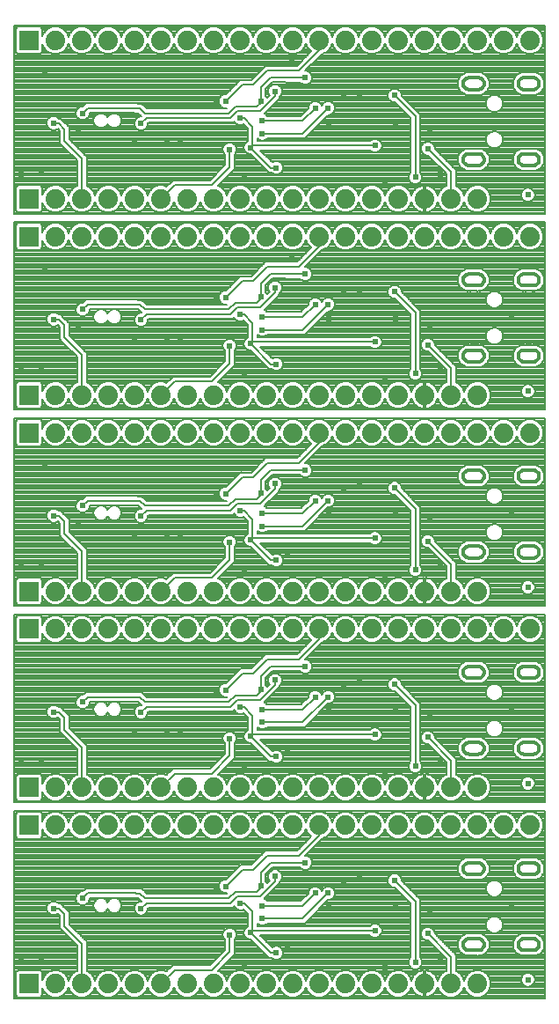
<source format=gbl>
G75*
G70*
%OFA0B0*%
%FSLAX25Y25*%
%IPPOS*%
%LPD*%
%AMOC8*
5,1,8,0,0,1.08239X$1,22.5*
%
%ADD30C,0.01200*%
%ADD42C,0.07400*%
%ADD43C,0.02400*%
%ADD53C,0.00800*%
%ADD57R,0.07400X0.07400*%
X0010000Y0010000D02*
G75*
%LPD*%
D57*
X0017000Y0017000D03*
X0017000Y0077000D03*
D42*
X0027000Y0077000D03*
X0037000Y0077000D03*
X0047000Y0077000D03*
X0057000Y0077000D03*
X0067000Y0077000D03*
X0077000Y0077000D03*
X0087000Y0077000D03*
X0097000Y0077000D03*
X0107000Y0077000D03*
X0117000Y0077000D03*
X0127000Y0077000D03*
X0137000Y0077000D03*
X0147000Y0077000D03*
X0157000Y0077000D03*
X0167000Y0077000D03*
X0177000Y0077000D03*
X0187000Y0077000D03*
X0197000Y0077000D03*
X0207000Y0077000D03*
X0187000Y0017000D03*
X0177000Y0017000D03*
X0167000Y0017000D03*
X0157000Y0017000D03*
X0147000Y0017000D03*
X0137000Y0017000D03*
X0127000Y0017000D03*
X0117000Y0017000D03*
X0107000Y0017000D03*
X0097000Y0017000D03*
X0087000Y0017000D03*
X0077000Y0017000D03*
X0067000Y0017000D03*
X0057000Y0017000D03*
X0047000Y0017000D03*
X0037000Y0017000D03*
X0027000Y0017000D03*
D30*
X0183810Y0029630D02*
X0187360Y0029630D01*
X0187650Y0029650D01*
X0187930Y0029700D01*
X0188200Y0029800D01*
X0188460Y0029920D01*
X0188700Y0030080D01*
X0188920Y0030270D01*
X0189110Y0030490D01*
X0189270Y0030730D01*
X0189390Y0030990D01*
X0189490Y0031260D01*
X0189540Y0031540D01*
X0189560Y0031830D01*
X0189540Y0032120D01*
X0189490Y0032400D01*
X0189390Y0032670D01*
X0189270Y0032930D01*
X0189110Y0033170D01*
X0188920Y0033390D01*
X0188700Y0033580D01*
X0188460Y0033740D01*
X0188200Y0033860D01*
X0187930Y0033960D01*
X0187650Y0034010D01*
X0187360Y0034030D01*
X0183810Y0034030D01*
X0183520Y0034010D01*
X0183240Y0033960D01*
X0182970Y0033860D01*
X0182710Y0033740D01*
X0182470Y0033580D01*
X0182250Y0033390D01*
X0182060Y0033170D01*
X0181900Y0032930D01*
X0181780Y0032670D01*
X0181680Y0032400D01*
X0181630Y0032120D01*
X0181610Y0031830D01*
X0181630Y0031540D01*
X0181680Y0031260D01*
X0181780Y0030990D01*
X0181900Y0030730D01*
X0182060Y0030490D01*
X0182250Y0030270D01*
X0182470Y0030080D01*
X0182710Y0029920D01*
X0182970Y0029800D01*
X0183240Y0029700D01*
X0183520Y0029650D01*
X0183810Y0029630D01*
X0204680Y0029630D02*
X0208220Y0029630D01*
X0208510Y0029650D01*
X0208790Y0029700D01*
X0209060Y0029800D01*
X0209320Y0029920D01*
X0209560Y0030080D01*
X0209780Y0030270D01*
X0209970Y0030490D01*
X0210130Y0030730D01*
X0210250Y0030990D01*
X0210350Y0031260D01*
X0210400Y0031540D01*
X0210420Y0031830D01*
X0210400Y0032120D01*
X0210350Y0032400D01*
X0210250Y0032670D01*
X0210130Y0032930D01*
X0209970Y0033170D01*
X0209780Y0033390D01*
X0209560Y0033580D01*
X0209320Y0033740D01*
X0209060Y0033860D01*
X0208790Y0033960D01*
X0208510Y0034010D01*
X0208220Y0034030D01*
X0204680Y0034030D01*
X0204390Y0034010D01*
X0204110Y0033960D01*
X0203840Y0033860D01*
X0203580Y0033740D01*
X0203340Y0033580D01*
X0203120Y0033390D01*
X0202930Y0033170D01*
X0202770Y0032930D01*
X0202650Y0032670D01*
X0202550Y0032400D01*
X0202500Y0032120D01*
X0202480Y0031830D01*
X0202500Y0031540D01*
X0202550Y0031260D01*
X0202650Y0030990D01*
X0202770Y0030730D01*
X0202930Y0030490D01*
X0203120Y0030270D01*
X0203340Y0030080D01*
X0203580Y0029920D01*
X0203840Y0029800D01*
X0204110Y0029700D01*
X0204390Y0029650D01*
X0204680Y0029630D01*
X0204680Y0058370D02*
X0208220Y0058370D01*
X0208510Y0058390D01*
X0208790Y0058440D01*
X0209060Y0058540D01*
X0209320Y0058660D01*
X0209560Y0058820D01*
X0209780Y0059010D01*
X0209970Y0059230D01*
X0210130Y0059470D01*
X0210250Y0059730D01*
X0210350Y0060000D01*
X0210400Y0060280D01*
X0210420Y0060570D01*
X0210400Y0060860D01*
X0210350Y0061140D01*
X0210250Y0061410D01*
X0210130Y0061670D01*
X0209970Y0061910D01*
X0209780Y0062130D01*
X0209560Y0062320D01*
X0209320Y0062480D01*
X0209060Y0062600D01*
X0208790Y0062700D01*
X0208510Y0062750D01*
X0208220Y0062770D01*
X0204680Y0062770D01*
X0204390Y0062750D01*
X0204110Y0062700D01*
X0203840Y0062600D01*
X0203580Y0062480D01*
X0203340Y0062320D01*
X0203120Y0062130D01*
X0202930Y0061910D01*
X0202770Y0061670D01*
X0202650Y0061410D01*
X0202550Y0061140D01*
X0202500Y0060860D01*
X0202480Y0060570D01*
X0202500Y0060280D01*
X0202550Y0060000D01*
X0202650Y0059730D01*
X0202770Y0059470D01*
X0202930Y0059230D01*
X0203120Y0059010D01*
X0203340Y0058820D01*
X0203580Y0058660D01*
X0203840Y0058540D01*
X0204110Y0058440D01*
X0204390Y0058390D01*
X0204680Y0058370D01*
X0187360Y0058370D02*
X0183810Y0058370D01*
X0183520Y0058390D01*
X0183240Y0058440D01*
X0182970Y0058540D01*
X0182710Y0058660D01*
X0182470Y0058820D01*
X0182250Y0059010D01*
X0182060Y0059230D01*
X0181900Y0059470D01*
X0181780Y0059730D01*
X0181680Y0060000D01*
X0181630Y0060280D01*
X0181610Y0060570D01*
X0181630Y0060860D01*
X0181680Y0061140D01*
X0181780Y0061410D01*
X0181900Y0061670D01*
X0182060Y0061910D01*
X0182250Y0062130D01*
X0182470Y0062320D01*
X0182710Y0062480D01*
X0182970Y0062600D01*
X0183240Y0062700D01*
X0183520Y0062750D01*
X0183810Y0062770D01*
X0187360Y0062770D01*
X0187650Y0062750D01*
X0187930Y0062700D01*
X0188200Y0062600D01*
X0188460Y0062480D01*
X0188700Y0062320D01*
X0188920Y0062130D01*
X0189110Y0061910D01*
X0189270Y0061670D01*
X0189390Y0061410D01*
X0189490Y0061140D01*
X0189540Y0060860D01*
X0189560Y0060570D01*
X0189540Y0060280D01*
X0189490Y0060000D01*
X0189390Y0059730D01*
X0189270Y0059470D01*
X0189110Y0059230D01*
X0188920Y0059010D01*
X0188700Y0058820D01*
X0188460Y0058660D01*
X0188200Y0058540D01*
X0187930Y0058440D01*
X0187650Y0058390D01*
X0187360Y0058370D01*
D43*
X0155600Y0056100D03*
X0142400Y0057000D03*
X0136400Y0055200D03*
X0130430Y0051290D03*
X0125500Y0051290D03*
X0130500Y0045800D03*
X0148200Y0037100D03*
X0168200Y0036000D03*
X0168800Y0043700D03*
X0155900Y0045900D03*
X0114800Y0030500D03*
X0110700Y0028700D03*
X0098500Y0024500D03*
X0093000Y0035600D03*
X0101000Y0036400D03*
X0105430Y0041650D03*
X0105430Y0046570D03*
X0097100Y0047500D03*
X0088000Y0052800D03*
X0091500Y0053900D03*
X0104830Y0054050D03*
X0110300Y0057700D03*
X0121670Y0062810D03*
X0116500Y0069800D03*
X0059400Y0045500D03*
X0057000Y0038500D03*
X0069300Y0038500D03*
X0074200Y0038500D03*
X0037300Y0049400D03*
X0026300Y0045600D03*
X0035600Y0043100D03*
X0021700Y0027000D03*
X0013800Y0026300D03*
X0022800Y0065200D03*
X0151900Y0023000D03*
X0163500Y0025100D03*
X0173100Y0026400D03*
X0206200Y0018500D03*
X0199900Y0046100D03*
D53*
X0011400Y0011400D02*
X0011400Y0082600D01*
X0212600Y0082600D01*
X0212600Y0011400D01*
X0011400Y0011400D01*
X0011400Y0011710D02*
X0212600Y0011710D01*
X0212600Y0012500D02*
X0189450Y0012500D01*
X0189890Y0012680D02*
X0191320Y0014110D01*
X0192100Y0015990D01*
X0192100Y0018010D01*
X0191320Y0019890D01*
X0189890Y0021320D01*
X0188010Y0022100D01*
X0185990Y0022100D01*
X0184110Y0021320D01*
X0182680Y0019890D01*
X0182000Y0018260D01*
X0181320Y0019890D01*
X0179890Y0021320D01*
X0178800Y0021770D01*
X0178800Y0027950D01*
X0170800Y0035950D01*
X0170800Y0036520D01*
X0170400Y0037470D01*
X0169670Y0038200D01*
X0168720Y0038600D01*
X0167680Y0038600D01*
X0166730Y0038200D01*
X0166000Y0037470D01*
X0165600Y0036520D01*
X0165600Y0035480D01*
X0166000Y0034530D01*
X0166730Y0033800D01*
X0167680Y0033400D01*
X0168250Y0033400D01*
X0175200Y0026450D01*
X0175200Y0021770D01*
X0174110Y0021320D01*
X0172680Y0019890D01*
X0171970Y0018190D01*
X0171970Y0018190D01*
X0171730Y0018960D01*
X0171360Y0019670D01*
X0170890Y0020320D01*
X0170320Y0020890D01*
X0169670Y0021360D01*
X0168960Y0021730D01*
X0168190Y0021970D01*
X0167400Y0022100D01*
X0167400Y0017400D01*
X0166600Y0017400D01*
X0166600Y0022100D01*
X0166600Y0022100D01*
X0165810Y0021970D01*
X0165040Y0021730D01*
X0164330Y0021360D01*
X0163680Y0020890D01*
X0163110Y0020320D01*
X0162640Y0019670D01*
X0162270Y0018960D01*
X0162030Y0018190D01*
X0161320Y0019890D01*
X0159890Y0021320D01*
X0158010Y0022100D01*
X0155990Y0022100D01*
X0154110Y0021320D01*
X0152680Y0019890D01*
X0152000Y0018260D01*
X0151320Y0019890D01*
X0149890Y0021320D01*
X0148010Y0022100D01*
X0145990Y0022100D01*
X0144110Y0021320D01*
X0142680Y0019890D01*
X0142000Y0018260D01*
X0141320Y0019890D01*
X0139890Y0021320D01*
X0138010Y0022100D01*
X0135990Y0022100D01*
X0134110Y0021320D01*
X0132680Y0019890D01*
X0132000Y0018260D01*
X0131320Y0019890D01*
X0129890Y0021320D01*
X0128010Y0022100D01*
X0125990Y0022100D01*
X0124110Y0021320D01*
X0122680Y0019890D01*
X0122000Y0018260D01*
X0121320Y0019890D01*
X0119890Y0021320D01*
X0118010Y0022100D01*
X0115990Y0022100D01*
X0114110Y0021320D01*
X0112680Y0019890D01*
X0112000Y0018260D01*
X0111320Y0019890D01*
X0109890Y0021320D01*
X0108010Y0022100D01*
X0105990Y0022100D01*
X0104110Y0021320D01*
X0102680Y0019890D01*
X0102000Y0018260D01*
X0101320Y0019890D01*
X0099890Y0021320D01*
X0098010Y0022100D01*
X0095990Y0022100D01*
X0094110Y0021320D01*
X0092680Y0019890D01*
X0092000Y0018260D01*
X0091320Y0019890D01*
X0089890Y0021320D01*
X0088460Y0021920D01*
X0094800Y0028250D01*
X0094800Y0033720D01*
X0095200Y0034130D01*
X0095600Y0035080D01*
X0095600Y0036120D01*
X0095200Y0037070D01*
X0094470Y0037800D01*
X0093520Y0038200D01*
X0092480Y0038200D01*
X0091530Y0037800D01*
X0090800Y0037070D01*
X0090400Y0036120D01*
X0090400Y0035080D01*
X0090800Y0034130D01*
X0091200Y0033720D01*
X0091200Y0029750D01*
X0085450Y0024000D01*
X0071450Y0024000D01*
X0069100Y0021650D01*
X0068010Y0022100D01*
X0065990Y0022100D01*
X0064110Y0021320D01*
X0062680Y0019890D01*
X0062000Y0018260D01*
X0061320Y0019890D01*
X0059890Y0021320D01*
X0058010Y0022100D01*
X0055990Y0022100D01*
X0054110Y0021320D01*
X0052680Y0019890D01*
X0052000Y0018260D01*
X0051320Y0019890D01*
X0049890Y0021320D01*
X0048010Y0022100D01*
X0045990Y0022100D01*
X0044110Y0021320D01*
X0042680Y0019890D01*
X0042000Y0018260D01*
X0041320Y0019890D01*
X0039890Y0021320D01*
X0038800Y0021770D01*
X0038800Y0032950D01*
X0032200Y0039550D01*
X0032200Y0044150D01*
X0030000Y0046350D01*
X0028950Y0047400D01*
X0028180Y0047400D01*
X0027770Y0047800D01*
X0026820Y0048200D01*
X0025780Y0048200D01*
X0024830Y0047800D01*
X0024100Y0047070D01*
X0023700Y0046120D01*
X0023700Y0045080D01*
X0024100Y0044130D01*
X0024830Y0043400D01*
X0025780Y0043000D01*
X0026820Y0043000D01*
X0027770Y0043400D01*
X0027820Y0043440D01*
X0028600Y0042650D01*
X0028600Y0038050D01*
X0029650Y0037000D01*
X0035200Y0031450D01*
X0035200Y0021770D01*
X0034110Y0021320D01*
X0032680Y0019890D01*
X0032000Y0018260D01*
X0031320Y0019890D01*
X0029890Y0021320D01*
X0028010Y0022100D01*
X0025990Y0022100D01*
X0024110Y0021320D01*
X0022680Y0019890D01*
X0022100Y0018500D01*
X0022100Y0021280D01*
X0021280Y0022100D01*
X0012720Y0022100D01*
X0011900Y0021280D01*
X0011900Y0012720D01*
X0012720Y0011900D01*
X0021280Y0011900D01*
X0022100Y0012720D01*
X0022100Y0015500D01*
X0022680Y0014110D01*
X0024110Y0012680D01*
X0025990Y0011900D01*
X0028010Y0011900D01*
X0029890Y0012680D01*
X0031320Y0014110D01*
X0032000Y0015740D01*
X0032680Y0014110D01*
X0034110Y0012680D01*
X0035990Y0011900D01*
X0038010Y0011900D01*
X0039890Y0012680D01*
X0041320Y0014110D01*
X0042000Y0015740D01*
X0042680Y0014110D01*
X0044110Y0012680D01*
X0045990Y0011900D01*
X0048010Y0011900D01*
X0049890Y0012680D01*
X0051320Y0014110D01*
X0052000Y0015740D01*
X0052680Y0014110D01*
X0054110Y0012680D01*
X0055990Y0011900D01*
X0058010Y0011900D01*
X0059890Y0012680D01*
X0061320Y0014110D01*
X0062000Y0015740D01*
X0062680Y0014110D01*
X0064110Y0012680D01*
X0065990Y0011900D01*
X0068010Y0011900D01*
X0069890Y0012680D01*
X0071320Y0014110D01*
X0072000Y0015740D01*
X0072680Y0014110D01*
X0074110Y0012680D01*
X0075990Y0011900D01*
X0078010Y0011900D01*
X0079890Y0012680D01*
X0081320Y0014110D01*
X0082000Y0015740D01*
X0082680Y0014110D01*
X0084110Y0012680D01*
X0085990Y0011900D01*
X0088010Y0011900D01*
X0089890Y0012680D01*
X0091320Y0014110D01*
X0092000Y0015740D01*
X0092680Y0014110D01*
X0094110Y0012680D01*
X0095990Y0011900D01*
X0098010Y0011900D01*
X0099890Y0012680D01*
X0101320Y0014110D01*
X0102000Y0015740D01*
X0102680Y0014110D01*
X0104110Y0012680D01*
X0105990Y0011900D01*
X0108010Y0011900D01*
X0109890Y0012680D01*
X0111320Y0014110D01*
X0112000Y0015740D01*
X0112680Y0014110D01*
X0114110Y0012680D01*
X0115990Y0011900D01*
X0118010Y0011900D01*
X0119890Y0012680D01*
X0121320Y0014110D01*
X0122000Y0015740D01*
X0122680Y0014110D01*
X0124110Y0012680D01*
X0125990Y0011900D01*
X0128010Y0011900D01*
X0129890Y0012680D01*
X0131320Y0014110D01*
X0132000Y0015740D01*
X0132680Y0014110D01*
X0134110Y0012680D01*
X0135990Y0011900D01*
X0138010Y0011900D01*
X0139890Y0012680D01*
X0141320Y0014110D01*
X0142000Y0015740D01*
X0142680Y0014110D01*
X0144110Y0012680D01*
X0145990Y0011900D01*
X0148010Y0011900D01*
X0149890Y0012680D01*
X0151320Y0014110D01*
X0152000Y0015740D01*
X0152680Y0014110D01*
X0154110Y0012680D01*
X0155990Y0011900D01*
X0158010Y0011900D01*
X0159890Y0012680D01*
X0161320Y0014110D01*
X0162030Y0015810D01*
X0162030Y0015810D01*
X0162270Y0015040D01*
X0162640Y0014330D01*
X0163110Y0013680D01*
X0163680Y0013110D01*
X0164330Y0012640D01*
X0165040Y0012270D01*
X0165810Y0012030D01*
X0166600Y0011900D01*
X0166600Y0016600D01*
X0167400Y0016600D01*
X0167400Y0011900D01*
X0167400Y0011900D01*
X0168190Y0012030D01*
X0168960Y0012270D01*
X0169670Y0012640D01*
X0170320Y0013110D01*
X0170890Y0013680D01*
X0171360Y0014330D01*
X0171730Y0015040D01*
X0171970Y0015810D01*
X0172680Y0014110D01*
X0174110Y0012680D01*
X0175990Y0011900D01*
X0178010Y0011900D01*
X0179890Y0012680D01*
X0181320Y0014110D01*
X0182000Y0015740D01*
X0182680Y0014110D01*
X0184110Y0012680D01*
X0185990Y0011900D01*
X0188010Y0011900D01*
X0189890Y0012680D01*
X0190490Y0013280D02*
X0212600Y0013280D01*
X0212600Y0014070D02*
X0191280Y0014070D01*
X0191630Y0014850D02*
X0212600Y0014850D01*
X0212600Y0015640D02*
X0191950Y0015640D01*
X0192100Y0016420D02*
X0204600Y0016420D01*
X0204730Y0016300D02*
X0205680Y0015900D01*
X0206720Y0015900D01*
X0207670Y0016300D01*
X0208400Y0017030D01*
X0208800Y0017980D01*
X0208800Y0019020D01*
X0208400Y0019970D01*
X0207670Y0020700D01*
X0206720Y0021100D01*
X0205680Y0021100D01*
X0204730Y0020700D01*
X0204000Y0019970D01*
X0203600Y0019020D01*
X0203600Y0017980D01*
X0204000Y0017030D01*
X0204730Y0016300D01*
X0203920Y0017210D02*
X0192100Y0017210D01*
X0192100Y0017990D02*
X0203600Y0017990D01*
X0203600Y0018780D02*
X0191780Y0018780D01*
X0191460Y0019560D02*
X0203820Y0019560D01*
X0204370Y0020350D02*
X0190870Y0020350D01*
X0190080Y0021130D02*
X0212600Y0021130D01*
X0212600Y0020350D02*
X0208030Y0020350D01*
X0208580Y0019560D02*
X0212600Y0019560D01*
X0212600Y0018780D02*
X0208800Y0018780D01*
X0208800Y0017990D02*
X0212600Y0017990D01*
X0212600Y0017210D02*
X0208480Y0017210D01*
X0207800Y0016420D02*
X0212600Y0016420D01*
X0206200Y0018300D02*
X0206200Y0018500D01*
X0212600Y0021920D02*
X0188460Y0021920D01*
X0185540Y0021920D02*
X0178800Y0021920D01*
X0178800Y0022700D02*
X0212600Y0022700D01*
X0212600Y0023490D02*
X0178800Y0023490D01*
X0178800Y0024270D02*
X0212600Y0024270D01*
X0212600Y0025060D02*
X0178800Y0025060D01*
X0178800Y0025840D02*
X0212600Y0025840D01*
X0212600Y0026630D02*
X0178800Y0026630D01*
X0178800Y0027410D02*
X0212600Y0027410D01*
X0212600Y0028200D02*
X0210400Y0028200D01*
X0210350Y0028150D02*
X0210530Y0028310D01*
X0211300Y0028750D01*
X0211300Y0028750D01*
X0211300Y0028750D01*
X0211600Y0029270D01*
X0211660Y0029320D01*
X0211660Y0029330D01*
X0211670Y0029340D01*
X0211770Y0029570D01*
X0211960Y0029890D01*
X0212100Y0030090D01*
X0212100Y0030100D01*
X0212110Y0030110D01*
X0212130Y0030190D01*
X0212430Y0030700D01*
X0212430Y0031590D01*
X0212470Y0031820D01*
X0212470Y0031830D01*
X0212470Y0031840D01*
X0212430Y0032070D01*
X0212430Y0032960D01*
X0212130Y0033470D01*
X0212110Y0033550D01*
X0212100Y0033560D01*
X0212100Y0033570D01*
X0211960Y0033770D01*
X0211770Y0034090D01*
X0211670Y0034320D01*
X0211660Y0034330D01*
X0211660Y0034340D01*
X0211600Y0034390D01*
X0211300Y0034910D01*
X0210530Y0035350D01*
X0210350Y0035510D01*
X0210350Y0035510D01*
X0210340Y0035520D01*
X0210120Y0035590D01*
X0209350Y0036030D01*
X0208750Y0036030D01*
X0208670Y0036060D01*
X0208630Y0036030D01*
X0208030Y0036030D01*
X0207790Y0036060D01*
X0207750Y0036030D01*
X0205150Y0036030D01*
X0205120Y0036060D01*
X0204870Y0036030D01*
X0204270Y0036030D01*
X0204230Y0036060D01*
X0204150Y0036030D01*
X0203550Y0036030D01*
X0202780Y0035590D01*
X0202560Y0035520D01*
X0202560Y0035510D01*
X0202550Y0035510D01*
X0202370Y0035350D01*
X0201600Y0034910D01*
X0201600Y0034910D01*
X0201600Y0034910D01*
X0201300Y0034390D01*
X0201240Y0034340D01*
X0201240Y0034330D01*
X0201230Y0034320D01*
X0201130Y0034090D01*
X0200940Y0033770D01*
X0200800Y0033570D01*
X0200800Y0033560D01*
X0200790Y0033550D01*
X0200770Y0033470D01*
X0200480Y0032960D01*
X0200480Y0032070D01*
X0200430Y0031840D01*
X0200430Y0031830D01*
X0200430Y0031820D01*
X0200480Y0031590D01*
X0200480Y0030700D01*
X0200770Y0030190D01*
X0200790Y0030110D01*
X0200800Y0030100D01*
X0200800Y0030090D01*
X0200940Y0029890D01*
X0201130Y0029570D01*
X0201230Y0029340D01*
X0201240Y0029330D01*
X0201240Y0029320D01*
X0201300Y0029270D01*
X0201600Y0028750D01*
X0202370Y0028310D01*
X0202550Y0028150D01*
X0202560Y0028150D01*
X0202560Y0028140D01*
X0202780Y0028070D01*
X0203550Y0027630D01*
X0204150Y0027630D01*
X0204230Y0027600D01*
X0204270Y0027630D01*
X0204870Y0027630D01*
X0205120Y0027600D01*
X0205150Y0027630D01*
X0207750Y0027630D01*
X0207790Y0027600D01*
X0208030Y0027630D01*
X0208630Y0027630D01*
X0208670Y0027600D01*
X0208750Y0027630D01*
X0209350Y0027630D01*
X0210120Y0028070D01*
X0210340Y0028140D01*
X0210350Y0028150D01*
X0210350Y0028150D01*
X0211430Y0028980D02*
X0212600Y0028980D01*
X0212600Y0029770D02*
X0211880Y0029770D01*
X0212340Y0030550D02*
X0212600Y0030550D01*
X0212600Y0031340D02*
X0212430Y0031340D01*
X0212430Y0032120D02*
X0212600Y0032120D01*
X0212600Y0032910D02*
X0212430Y0032910D01*
X0212600Y0033690D02*
X0212010Y0033690D01*
X0211550Y0034480D02*
X0212600Y0034480D01*
X0212600Y0035260D02*
X0210690Y0035260D01*
X0211300Y0034910D02*
X0211300Y0034910D01*
X0211300Y0034910D01*
X0212600Y0036050D02*
X0208710Y0036050D01*
X0208650Y0036050D02*
X0207920Y0036050D01*
X0207770Y0036050D02*
X0205130Y0036050D01*
X0204980Y0036050D02*
X0204250Y0036050D01*
X0204190Y0036050D02*
X0187850Y0036050D01*
X0187880Y0036030D02*
X0187810Y0036060D01*
X0187760Y0036030D01*
X0187170Y0036030D01*
X0186920Y0036060D01*
X0186890Y0036030D01*
X0184280Y0036030D01*
X0184250Y0036060D01*
X0184000Y0036030D01*
X0183410Y0036030D01*
X0183360Y0036060D01*
X0183280Y0036030D01*
X0182690Y0036030D01*
X0181920Y0035590D01*
X0181690Y0035520D01*
X0181690Y0035510D01*
X0181680Y0035510D01*
X0181510Y0035350D01*
X0180740Y0034910D01*
X0180740Y0034910D01*
X0180740Y0034910D01*
X0180440Y0034390D01*
X0180380Y0034340D01*
X0180380Y0034330D01*
X0180370Y0034320D01*
X0180270Y0034090D01*
X0180080Y0033770D01*
X0179930Y0033570D01*
X0179930Y0033560D01*
X0179930Y0033550D01*
X0179910Y0033470D01*
X0179610Y0032960D01*
X0179610Y0032070D01*
X0179560Y0031840D01*
X0179570Y0031830D01*
X0179560Y0031820D01*
X0179610Y0031590D01*
X0179610Y0030700D01*
X0179910Y0030190D01*
X0179930Y0030110D01*
X0179930Y0030100D01*
X0179930Y0030090D01*
X0180080Y0029890D01*
X0180270Y0029570D01*
X0180370Y0029340D01*
X0180380Y0029330D01*
X0180380Y0029320D01*
X0180440Y0029270D01*
X0180740Y0028750D01*
X0181510Y0028310D01*
X0181680Y0028150D01*
X0181690Y0028150D01*
X0181690Y0028140D01*
X0181920Y0028070D01*
X0182690Y0027630D01*
X0183280Y0027630D01*
X0183360Y0027600D01*
X0183410Y0027630D01*
X0184000Y0027630D01*
X0184250Y0027600D01*
X0184280Y0027630D01*
X0186890Y0027630D01*
X0186920Y0027600D01*
X0187170Y0027630D01*
X0187760Y0027630D01*
X0187810Y0027600D01*
X0187880Y0027630D01*
X0188480Y0027630D01*
X0189250Y0028070D01*
X0189470Y0028140D01*
X0189480Y0028150D01*
X0189490Y0028150D01*
X0189660Y0028310D01*
X0190430Y0028750D01*
X0190430Y0028750D01*
X0190430Y0028750D01*
X0190730Y0029270D01*
X0190790Y0029320D01*
X0190790Y0029330D01*
X0190800Y0029340D01*
X0190900Y0029570D01*
X0191090Y0029890D01*
X0191240Y0030090D01*
X0191240Y0030100D01*
X0191240Y0030110D01*
X0191260Y0030190D01*
X0191560Y0030700D01*
X0191560Y0031590D01*
X0191610Y0031820D01*
X0191600Y0031830D01*
X0191610Y0031840D01*
X0191560Y0032070D01*
X0191560Y0032960D01*
X0191260Y0033470D01*
X0191240Y0033550D01*
X0191240Y0033560D01*
X0191240Y0033570D01*
X0191090Y0033770D01*
X0190900Y0034090D01*
X0190800Y0034320D01*
X0190790Y0034330D01*
X0190790Y0034340D01*
X0190730Y0034390D01*
X0190430Y0034910D01*
X0189660Y0035350D01*
X0189490Y0035510D01*
X0189480Y0035510D01*
X0189470Y0035520D01*
X0189250Y0035590D01*
X0188480Y0036030D01*
X0187880Y0036030D01*
X0187780Y0036050D02*
X0187050Y0036050D01*
X0186900Y0036050D02*
X0184270Y0036050D01*
X0184110Y0036050D02*
X0183380Y0036050D01*
X0183320Y0036050D02*
X0170800Y0036050D01*
X0170670Y0036830D02*
X0191450Y0036830D01*
X0191660Y0036620D02*
X0192830Y0036140D01*
X0194090Y0036140D01*
X0195250Y0036620D01*
X0196150Y0037510D01*
X0196630Y0038680D01*
X0196630Y0039940D01*
X0196150Y0041110D01*
X0195250Y0042000D01*
X0194090Y0042480D01*
X0192830Y0042480D01*
X0191660Y0042000D01*
X0190770Y0041110D01*
X0190290Y0039940D01*
X0190290Y0038680D01*
X0190770Y0037510D01*
X0191660Y0036620D01*
X0190730Y0037620D02*
X0170260Y0037620D01*
X0169200Y0038400D02*
X0190400Y0038400D01*
X0190290Y0039190D02*
X0165300Y0039190D01*
X0165300Y0039970D02*
X0190300Y0039970D01*
X0190620Y0040760D02*
X0165300Y0040760D01*
X0165300Y0041540D02*
X0191200Y0041540D01*
X0192450Y0042330D02*
X0165300Y0042330D01*
X0165300Y0043110D02*
X0212600Y0043110D01*
X0212600Y0042330D02*
X0194470Y0042330D01*
X0195710Y0041540D02*
X0212600Y0041540D01*
X0212600Y0040760D02*
X0196290Y0040760D01*
X0196620Y0039970D02*
X0212600Y0039970D01*
X0212600Y0039190D02*
X0196630Y0039190D01*
X0196510Y0038400D02*
X0212600Y0038400D01*
X0212600Y0037620D02*
X0196190Y0037620D01*
X0195460Y0036830D02*
X0212600Y0036830D01*
X0202210Y0035260D02*
X0189820Y0035260D01*
X0190430Y0034910D02*
X0190430Y0034910D01*
X0190430Y0034910D01*
X0190680Y0034480D02*
X0201350Y0034480D01*
X0200890Y0033690D02*
X0191150Y0033690D01*
X0191560Y0032910D02*
X0200480Y0032910D01*
X0200480Y0032120D02*
X0191560Y0032120D01*
X0191560Y0031340D02*
X0200480Y0031340D01*
X0200560Y0030550D02*
X0191470Y0030550D01*
X0191020Y0029770D02*
X0201020Y0029770D01*
X0201470Y0028980D02*
X0190560Y0028980D01*
X0189540Y0028200D02*
X0202500Y0028200D01*
X0201600Y0028750D02*
X0201600Y0028750D01*
X0201600Y0028750D01*
X0183920Y0021130D02*
X0180080Y0021130D01*
X0180870Y0020350D02*
X0183130Y0020350D01*
X0182540Y0019560D02*
X0181460Y0019560D01*
X0181780Y0018780D02*
X0182220Y0018780D01*
X0177000Y0017000D02*
X0177000Y0027200D01*
X0168200Y0036000D01*
X0165600Y0036050D02*
X0165300Y0036050D01*
X0165300Y0036830D02*
X0165730Y0036830D01*
X0165300Y0037620D02*
X0166140Y0037620D01*
X0165300Y0038400D02*
X0167200Y0038400D01*
X0161700Y0038400D02*
X0150480Y0038400D01*
X0150400Y0038570D02*
X0149670Y0039300D01*
X0148720Y0039700D01*
X0147680Y0039700D01*
X0146730Y0039300D01*
X0146320Y0038900D01*
X0103500Y0038900D01*
X0103500Y0039890D01*
X0103950Y0039440D01*
X0104910Y0039050D01*
X0105940Y0039050D01*
X0106900Y0039440D01*
X0107300Y0039850D01*
X0121530Y0039850D01*
X0130370Y0048690D01*
X0130940Y0048690D01*
X0131900Y0049090D01*
X0132630Y0049820D01*
X0133030Y0050770D01*
X0133030Y0051810D01*
X0132630Y0052760D01*
X0131900Y0053500D01*
X0130940Y0053890D01*
X0129910Y0053890D01*
X0128950Y0053500D01*
X0128220Y0052760D01*
X0127960Y0052140D01*
X0127710Y0052760D01*
X0126980Y0053500D01*
X0126020Y0053890D01*
X0124990Y0053890D01*
X0124030Y0053500D01*
X0123300Y0052760D01*
X0122900Y0051810D01*
X0122900Y0051240D01*
X0120030Y0048370D01*
X0107300Y0048370D01*
X0106900Y0048770D01*
X0106130Y0049090D01*
X0106400Y0049350D01*
X0106400Y0049350D01*
X0111050Y0054000D01*
X0112100Y0055050D01*
X0112100Y0055820D01*
X0112500Y0056230D01*
X0112900Y0057180D01*
X0112900Y0058220D01*
X0112500Y0059170D01*
X0111770Y0059900D01*
X0110820Y0060300D01*
X0109780Y0060300D01*
X0108830Y0059900D01*
X0108100Y0059170D01*
X0107700Y0058220D01*
X0107700Y0057180D01*
X0108100Y0056230D01*
X0108140Y0056180D01*
X0107170Y0055210D01*
X0107040Y0055520D01*
X0106630Y0055920D01*
X0106630Y0058420D01*
X0109310Y0061100D01*
X0119780Y0061020D01*
X0120190Y0060600D01*
X0121150Y0060210D01*
X0122180Y0060210D01*
X0123140Y0060600D01*
X0123870Y0061330D01*
X0124270Y0062290D01*
X0124270Y0063320D01*
X0123870Y0064280D01*
X0123140Y0065010D01*
X0122180Y0065410D01*
X0121750Y0065410D01*
X0127750Y0071400D01*
X0128410Y0072060D01*
X0129890Y0072680D01*
X0131320Y0074110D01*
X0132000Y0075740D01*
X0132680Y0074110D01*
X0134110Y0072680D01*
X0135990Y0071900D01*
X0138010Y0071900D01*
X0139890Y0072680D01*
X0141320Y0074110D01*
X0142000Y0075740D01*
X0142680Y0074110D01*
X0144110Y0072680D01*
X0145990Y0071900D01*
X0148010Y0071900D01*
X0149890Y0072680D01*
X0151320Y0074110D01*
X0152000Y0075740D01*
X0152680Y0074110D01*
X0154110Y0072680D01*
X0155990Y0071900D01*
X0158010Y0071900D01*
X0159890Y0072680D01*
X0161320Y0074110D01*
X0162000Y0075740D01*
X0162680Y0074110D01*
X0164110Y0072680D01*
X0165990Y0071900D01*
X0168010Y0071900D01*
X0169890Y0072680D01*
X0171320Y0074110D01*
X0172000Y0075740D01*
X0172680Y0074110D01*
X0174110Y0072680D01*
X0175990Y0071900D01*
X0178010Y0071900D01*
X0179890Y0072680D01*
X0181320Y0074110D01*
X0182000Y0075740D01*
X0182680Y0074110D01*
X0184110Y0072680D01*
X0185990Y0071900D01*
X0188010Y0071900D01*
X0189890Y0072680D01*
X0191320Y0074110D01*
X0192000Y0075740D01*
X0192680Y0074110D01*
X0194110Y0072680D01*
X0195990Y0071900D01*
X0198010Y0071900D01*
X0199890Y0072680D01*
X0201320Y0074110D01*
X0202000Y0075740D01*
X0202680Y0074110D01*
X0204110Y0072680D01*
X0205990Y0071900D01*
X0208010Y0071900D01*
X0209890Y0072680D01*
X0211320Y0074110D01*
X0212100Y0075990D01*
X0212100Y0078010D01*
X0211320Y0079890D01*
X0209890Y0081320D01*
X0208010Y0082100D01*
X0205990Y0082100D01*
X0204110Y0081320D01*
X0202680Y0079890D01*
X0202000Y0078260D01*
X0201320Y0079890D01*
X0199890Y0081320D01*
X0198010Y0082100D01*
X0195990Y0082100D01*
X0194110Y0081320D01*
X0192680Y0079890D01*
X0192000Y0078260D01*
X0191320Y0079890D01*
X0189890Y0081320D01*
X0188010Y0082100D01*
X0185990Y0082100D01*
X0184110Y0081320D01*
X0182680Y0079890D01*
X0182000Y0078260D01*
X0181320Y0079890D01*
X0179890Y0081320D01*
X0178010Y0082100D01*
X0175990Y0082100D01*
X0174110Y0081320D01*
X0172680Y0079890D01*
X0172000Y0078260D01*
X0171320Y0079890D01*
X0169890Y0081320D01*
X0168010Y0082100D01*
X0165990Y0082100D01*
X0164110Y0081320D01*
X0162680Y0079890D01*
X0162000Y0078260D01*
X0161320Y0079890D01*
X0159890Y0081320D01*
X0158010Y0082100D01*
X0155990Y0082100D01*
X0154110Y0081320D01*
X0152680Y0079890D01*
X0152000Y0078260D01*
X0151320Y0079890D01*
X0149890Y0081320D01*
X0148010Y0082100D01*
X0145990Y0082100D01*
X0144110Y0081320D01*
X0142680Y0079890D01*
X0142000Y0078260D01*
X0141320Y0079890D01*
X0139890Y0081320D01*
X0138010Y0082100D01*
X0135990Y0082100D01*
X0134110Y0081320D01*
X0132680Y0079890D01*
X0132000Y0078260D01*
X0131320Y0079890D01*
X0129890Y0081320D01*
X0128010Y0082100D01*
X0125990Y0082100D01*
X0124110Y0081320D01*
X0122680Y0079890D01*
X0122000Y0078260D01*
X0121320Y0079890D01*
X0119890Y0081320D01*
X0118010Y0082100D01*
X0115990Y0082100D01*
X0114110Y0081320D01*
X0112680Y0079890D01*
X0112000Y0078260D01*
X0111320Y0079890D01*
X0109890Y0081320D01*
X0108010Y0082100D01*
X0105990Y0082100D01*
X0104110Y0081320D01*
X0102680Y0079890D01*
X0102000Y0078260D01*
X0101320Y0079890D01*
X0099890Y0081320D01*
X0098010Y0082100D01*
X0095990Y0082100D01*
X0094110Y0081320D01*
X0092680Y0079890D01*
X0092000Y0078260D01*
X0091320Y0079890D01*
X0089890Y0081320D01*
X0088010Y0082100D01*
X0085990Y0082100D01*
X0084110Y0081320D01*
X0082680Y0079890D01*
X0082000Y0078260D01*
X0081320Y0079890D01*
X0079890Y0081320D01*
X0078010Y0082100D01*
X0075990Y0082100D01*
X0074110Y0081320D01*
X0072680Y0079890D01*
X0072000Y0078260D01*
X0071320Y0079890D01*
X0069890Y0081320D01*
X0068010Y0082100D01*
X0065990Y0082100D01*
X0064110Y0081320D01*
X0062680Y0079890D01*
X0062000Y0078260D01*
X0061320Y0079890D01*
X0059890Y0081320D01*
X0058010Y0082100D01*
X0055990Y0082100D01*
X0054110Y0081320D01*
X0052680Y0079890D01*
X0052000Y0078260D01*
X0051320Y0079890D01*
X0049890Y0081320D01*
X0048010Y0082100D01*
X0045990Y0082100D01*
X0044110Y0081320D01*
X0042680Y0079890D01*
X0042000Y0078260D01*
X0041320Y0079890D01*
X0039890Y0081320D01*
X0038010Y0082100D01*
X0035990Y0082100D01*
X0034110Y0081320D01*
X0032680Y0079890D01*
X0032000Y0078260D01*
X0031320Y0079890D01*
X0029890Y0081320D01*
X0028010Y0082100D01*
X0025990Y0082100D01*
X0024110Y0081320D01*
X0022680Y0079890D01*
X0022100Y0078500D01*
X0022100Y0081280D01*
X0021280Y0082100D01*
X0012720Y0082100D01*
X0011900Y0081280D01*
X0011900Y0072720D01*
X0012720Y0071900D01*
X0021280Y0071900D01*
X0022100Y0072720D01*
X0022100Y0075500D01*
X0022680Y0074110D01*
X0024110Y0072680D01*
X0025990Y0071900D01*
X0028010Y0071900D01*
X0029890Y0072680D01*
X0031320Y0074110D01*
X0032000Y0075740D01*
X0032680Y0074110D01*
X0034110Y0072680D01*
X0035990Y0071900D01*
X0038010Y0071900D01*
X0039890Y0072680D01*
X0041320Y0074110D01*
X0042000Y0075740D01*
X0042680Y0074110D01*
X0044110Y0072680D01*
X0045990Y0071900D01*
X0048010Y0071900D01*
X0049890Y0072680D01*
X0051320Y0074110D01*
X0052000Y0075740D01*
X0052680Y0074110D01*
X0054110Y0072680D01*
X0055990Y0071900D01*
X0058010Y0071900D01*
X0059890Y0072680D01*
X0061320Y0074110D01*
X0062000Y0075740D01*
X0062680Y0074110D01*
X0064110Y0072680D01*
X0065990Y0071900D01*
X0068010Y0071900D01*
X0069890Y0072680D01*
X0071320Y0074110D01*
X0072000Y0075740D01*
X0072680Y0074110D01*
X0074110Y0072680D01*
X0075990Y0071900D01*
X0078010Y0071900D01*
X0079890Y0072680D01*
X0081320Y0074110D01*
X0082000Y0075740D01*
X0082680Y0074110D01*
X0084110Y0072680D01*
X0085990Y0071900D01*
X0088010Y0071900D01*
X0089890Y0072680D01*
X0091320Y0074110D01*
X0092000Y0075740D01*
X0092680Y0074110D01*
X0094110Y0072680D01*
X0095990Y0071900D01*
X0098010Y0071900D01*
X0099890Y0072680D01*
X0101320Y0074110D01*
X0102000Y0075740D01*
X0102680Y0074110D01*
X0104110Y0072680D01*
X0105990Y0071900D01*
X0108010Y0071900D01*
X0109890Y0072680D01*
X0111320Y0074110D01*
X0112000Y0075740D01*
X0112680Y0074110D01*
X0114110Y0072680D01*
X0115990Y0071900D01*
X0118010Y0071900D01*
X0119890Y0072680D01*
X0121320Y0074110D01*
X0122000Y0075740D01*
X0122680Y0074110D01*
X0124020Y0072770D01*
X0118650Y0067400D01*
X0106650Y0067400D01*
X0101250Y0062000D01*
X0097910Y0062000D01*
X0097170Y0062010D01*
X0097160Y0062000D01*
X0097150Y0062000D01*
X0096630Y0061480D01*
X0091580Y0056500D01*
X0090980Y0056500D01*
X0090030Y0056100D01*
X0089300Y0055370D01*
X0088900Y0054420D01*
X0088900Y0053380D01*
X0089300Y0052430D01*
X0090030Y0051700D01*
X0090980Y0051300D01*
X0092020Y0051300D01*
X0092080Y0051330D01*
X0091950Y0051200D01*
X0061550Y0051200D01*
X0060800Y0051950D01*
X0059750Y0053000D01*
X0058350Y0053000D01*
X0058250Y0053100D01*
X0038450Y0053100D01*
X0037350Y0052000D01*
X0036780Y0052000D01*
X0035830Y0051600D01*
X0035100Y0050870D01*
X0034700Y0049920D01*
X0034700Y0048880D01*
X0035100Y0047930D01*
X0035830Y0047200D01*
X0036780Y0046800D01*
X0037820Y0046800D01*
X0038770Y0047200D01*
X0039500Y0047930D01*
X0039900Y0048880D01*
X0039900Y0049450D01*
X0039950Y0049500D01*
X0056750Y0049500D01*
X0056850Y0049400D01*
X0058250Y0049400D01*
X0059500Y0048150D01*
X0059450Y0048100D01*
X0058880Y0048100D01*
X0057930Y0047700D01*
X0057200Y0046970D01*
X0056800Y0046020D01*
X0056800Y0044980D01*
X0057200Y0044030D01*
X0057930Y0043300D01*
X0058880Y0042900D01*
X0059920Y0042900D01*
X0060870Y0043300D01*
X0061600Y0044030D01*
X0062000Y0044980D01*
X0062000Y0045550D01*
X0062250Y0045800D01*
X0094150Y0045800D01*
X0094740Y0046400D01*
X0094900Y0046030D01*
X0095630Y0045300D01*
X0096580Y0044900D01*
X0097620Y0044900D01*
X0098280Y0045170D01*
X0099900Y0043550D01*
X0099900Y0038760D01*
X0099530Y0038600D01*
X0098800Y0037870D01*
X0098400Y0036920D01*
X0098400Y0035880D01*
X0098800Y0034930D01*
X0099530Y0034200D01*
X0100480Y0033800D01*
X0101050Y0033800D01*
X0107950Y0026900D01*
X0108820Y0026900D01*
X0109230Y0026500D01*
X0110180Y0026100D01*
X0111220Y0026100D01*
X0112170Y0026500D01*
X0112900Y0027230D01*
X0113300Y0028180D01*
X0113300Y0029220D01*
X0112900Y0030170D01*
X0112170Y0030900D01*
X0111220Y0031300D01*
X0110180Y0031300D01*
X0109230Y0030900D01*
X0109130Y0030810D01*
X0104650Y0035300D01*
X0146320Y0035300D01*
X0146730Y0034900D01*
X0147680Y0034500D01*
X0148720Y0034500D01*
X0149670Y0034900D01*
X0150400Y0035630D01*
X0150800Y0036580D01*
X0150800Y0037620D01*
X0150400Y0038570D01*
X0149790Y0039190D02*
X0161700Y0039190D01*
X0161700Y0039970D02*
X0121650Y0039970D01*
X0122430Y0040760D02*
X0161700Y0040760D01*
X0161700Y0041540D02*
X0123220Y0041540D01*
X0124000Y0042330D02*
X0161700Y0042330D01*
X0161700Y0043110D02*
X0124790Y0043110D01*
X0125570Y0043900D02*
X0161700Y0043900D01*
X0161700Y0044680D02*
X0126360Y0044680D01*
X0127140Y0045470D02*
X0161700Y0045470D01*
X0161700Y0046250D02*
X0127930Y0046250D01*
X0128710Y0047040D02*
X0161700Y0047040D01*
X0161700Y0047450D02*
X0161700Y0026980D01*
X0161300Y0026570D01*
X0160900Y0025620D01*
X0160900Y0024580D01*
X0161300Y0023630D01*
X0162030Y0022900D01*
X0162980Y0022500D01*
X0164020Y0022500D01*
X0164970Y0022900D01*
X0165700Y0023630D01*
X0166100Y0024580D01*
X0166100Y0025620D01*
X0165700Y0026570D01*
X0165300Y0026980D01*
X0165300Y0048950D01*
X0158200Y0056050D01*
X0158200Y0056620D01*
X0157800Y0057570D01*
X0157070Y0058300D01*
X0156120Y0058700D01*
X0155080Y0058700D01*
X0154130Y0058300D01*
X0153400Y0057570D01*
X0153000Y0056620D01*
X0153000Y0055580D01*
X0153400Y0054630D01*
X0154130Y0053900D01*
X0155080Y0053500D01*
X0155650Y0053500D01*
X0161700Y0047450D01*
X0161330Y0047820D02*
X0129500Y0047820D01*
X0130280Y0048610D02*
X0160550Y0048610D01*
X0159760Y0049390D02*
X0132200Y0049390D01*
X0132780Y0050180D02*
X0158980Y0050180D01*
X0158190Y0050960D02*
X0133030Y0050960D01*
X0133030Y0051750D02*
X0157410Y0051750D01*
X0156620Y0052530D02*
X0132730Y0052530D01*
X0132080Y0053320D02*
X0155840Y0053320D01*
X0153920Y0054100D02*
X0111150Y0054100D01*
X0111050Y0054000D02*
X0111050Y0054000D01*
X0110360Y0053320D02*
X0123850Y0053320D01*
X0123200Y0052530D02*
X0109580Y0052530D01*
X0108790Y0051750D02*
X0122900Y0051750D01*
X0122630Y0050960D02*
X0108010Y0050960D01*
X0107220Y0050180D02*
X0121840Y0050180D01*
X0121060Y0049390D02*
X0106440Y0049390D01*
X0107060Y0048610D02*
X0120270Y0048610D01*
X0120780Y0046570D02*
X0125500Y0051290D01*
X0127810Y0052530D02*
X0128120Y0052530D01*
X0128770Y0053320D02*
X0127160Y0053320D01*
X0130430Y0051290D02*
X0120780Y0041650D01*
X0105430Y0041650D01*
X0099900Y0041540D02*
X0032200Y0041540D01*
X0032200Y0040760D02*
X0099900Y0040760D01*
X0099900Y0039970D02*
X0032200Y0039970D01*
X0032560Y0039190D02*
X0099900Y0039190D01*
X0099320Y0038400D02*
X0033350Y0038400D01*
X0034130Y0037620D02*
X0091340Y0037620D01*
X0090700Y0036830D02*
X0034920Y0036830D01*
X0035700Y0036050D02*
X0090400Y0036050D01*
X0090400Y0035260D02*
X0036490Y0035260D01*
X0037270Y0034480D02*
X0090650Y0034480D01*
X0091200Y0033690D02*
X0038060Y0033690D01*
X0038800Y0032910D02*
X0091200Y0032910D01*
X0091200Y0032120D02*
X0038800Y0032120D01*
X0038800Y0031340D02*
X0091200Y0031340D01*
X0091200Y0030550D02*
X0038800Y0030550D01*
X0038800Y0029770D02*
X0091200Y0029770D01*
X0090430Y0028980D02*
X0038800Y0028980D01*
X0038800Y0028200D02*
X0089650Y0028200D01*
X0088860Y0027410D02*
X0038800Y0027410D01*
X0038800Y0026630D02*
X0088080Y0026630D01*
X0087290Y0025840D02*
X0038800Y0025840D01*
X0038800Y0025060D02*
X0086510Y0025060D01*
X0085720Y0024270D02*
X0038800Y0024270D01*
X0038800Y0023490D02*
X0070940Y0023490D01*
X0070150Y0022700D02*
X0038800Y0022700D01*
X0038800Y0021920D02*
X0045540Y0021920D01*
X0043920Y0021130D02*
X0040080Y0021130D01*
X0040870Y0020350D02*
X0043130Y0020350D01*
X0042540Y0019560D02*
X0041460Y0019560D01*
X0041780Y0018780D02*
X0042220Y0018780D01*
X0037000Y0017000D02*
X0037000Y0032200D01*
X0030400Y0038800D01*
X0030400Y0043400D01*
X0028200Y0045600D01*
X0026300Y0045600D01*
X0023870Y0044680D02*
X0011400Y0044680D01*
X0011400Y0043900D02*
X0024330Y0043900D01*
X0025520Y0043110D02*
X0011400Y0043110D01*
X0011400Y0042330D02*
X0028600Y0042330D01*
X0028600Y0041540D02*
X0011400Y0041540D01*
X0011400Y0040760D02*
X0028600Y0040760D01*
X0028600Y0039970D02*
X0011400Y0039970D01*
X0011400Y0039190D02*
X0028600Y0039190D01*
X0028600Y0038400D02*
X0011400Y0038400D01*
X0011400Y0037620D02*
X0029040Y0037620D01*
X0029820Y0036830D02*
X0011400Y0036830D01*
X0011400Y0036050D02*
X0030610Y0036050D01*
X0031390Y0035260D02*
X0011400Y0035260D01*
X0011400Y0034480D02*
X0032180Y0034480D01*
X0032960Y0033690D02*
X0011400Y0033690D01*
X0011400Y0032910D02*
X0033750Y0032910D01*
X0034530Y0032120D02*
X0011400Y0032120D01*
X0011400Y0031340D02*
X0035200Y0031340D01*
X0035200Y0030550D02*
X0011400Y0030550D01*
X0011400Y0029770D02*
X0035200Y0029770D01*
X0035200Y0028980D02*
X0011400Y0028980D01*
X0011400Y0028200D02*
X0035200Y0028200D01*
X0035200Y0027410D02*
X0011400Y0027410D01*
X0011400Y0026630D02*
X0035200Y0026630D01*
X0035200Y0025840D02*
X0011400Y0025840D01*
X0011400Y0025060D02*
X0035200Y0025060D01*
X0035200Y0024270D02*
X0011400Y0024270D01*
X0011400Y0023490D02*
X0035200Y0023490D01*
X0035200Y0022700D02*
X0011400Y0022700D01*
X0011400Y0021920D02*
X0012540Y0021920D01*
X0011900Y0021130D02*
X0011400Y0021130D01*
X0011400Y0020350D02*
X0011900Y0020350D01*
X0011900Y0019560D02*
X0011400Y0019560D01*
X0011400Y0018780D02*
X0011900Y0018780D01*
X0011900Y0017990D02*
X0011400Y0017990D01*
X0011400Y0017210D02*
X0011900Y0017210D01*
X0011900Y0016420D02*
X0011400Y0016420D01*
X0011400Y0015640D02*
X0011900Y0015640D01*
X0011900Y0014850D02*
X0011400Y0014850D01*
X0011400Y0014070D02*
X0011900Y0014070D01*
X0011900Y0013280D02*
X0011400Y0013280D01*
X0011400Y0012500D02*
X0012130Y0012500D01*
X0021870Y0012500D02*
X0024550Y0012500D01*
X0023510Y0013280D02*
X0022100Y0013280D01*
X0022100Y0014070D02*
X0022720Y0014070D01*
X0022370Y0014850D02*
X0022100Y0014850D01*
X0029450Y0012500D02*
X0034550Y0012500D01*
X0033510Y0013280D02*
X0030490Y0013280D01*
X0031280Y0014070D02*
X0032720Y0014070D01*
X0032370Y0014850D02*
X0031630Y0014850D01*
X0031950Y0015640D02*
X0032050Y0015640D01*
X0032220Y0018780D02*
X0031780Y0018780D01*
X0031460Y0019560D02*
X0032540Y0019560D01*
X0033130Y0020350D02*
X0030870Y0020350D01*
X0030080Y0021130D02*
X0033920Y0021130D01*
X0035200Y0021920D02*
X0028460Y0021920D01*
X0025540Y0021920D02*
X0021460Y0021920D01*
X0022100Y0021130D02*
X0023920Y0021130D01*
X0023130Y0020350D02*
X0022100Y0020350D01*
X0022100Y0019560D02*
X0022540Y0019560D01*
X0022220Y0018780D02*
X0022100Y0018780D01*
X0039450Y0012500D02*
X0044550Y0012500D01*
X0043510Y0013280D02*
X0040490Y0013280D01*
X0041280Y0014070D02*
X0042720Y0014070D01*
X0042370Y0014850D02*
X0041630Y0014850D01*
X0041950Y0015640D02*
X0042050Y0015640D01*
X0049450Y0012500D02*
X0054550Y0012500D01*
X0053510Y0013280D02*
X0050490Y0013280D01*
X0051280Y0014070D02*
X0052720Y0014070D01*
X0052370Y0014850D02*
X0051630Y0014850D01*
X0051950Y0015640D02*
X0052050Y0015640D01*
X0052220Y0018780D02*
X0051780Y0018780D01*
X0051460Y0019560D02*
X0052540Y0019560D01*
X0053130Y0020350D02*
X0050870Y0020350D01*
X0050080Y0021130D02*
X0053920Y0021130D01*
X0055540Y0021920D02*
X0048460Y0021920D01*
X0058460Y0021920D02*
X0065540Y0021920D01*
X0063920Y0021130D02*
X0060080Y0021130D01*
X0060870Y0020350D02*
X0063130Y0020350D01*
X0062540Y0019560D02*
X0061460Y0019560D01*
X0061780Y0018780D02*
X0062220Y0018780D01*
X0067000Y0017000D02*
X0072200Y0022200D01*
X0086200Y0022200D01*
X0093000Y0029000D01*
X0093000Y0035600D01*
X0095300Y0036830D02*
X0098400Y0036830D01*
X0098400Y0036050D02*
X0095600Y0036050D01*
X0095600Y0035260D02*
X0098660Y0035260D01*
X0099250Y0034480D02*
X0095350Y0034480D01*
X0094800Y0033690D02*
X0101160Y0033690D01*
X0101950Y0032910D02*
X0094800Y0032910D01*
X0094800Y0032120D02*
X0102730Y0032120D01*
X0103520Y0031340D02*
X0094800Y0031340D01*
X0094800Y0030550D02*
X0104300Y0030550D01*
X0105090Y0029770D02*
X0094800Y0029770D01*
X0094800Y0028980D02*
X0105870Y0028980D01*
X0106660Y0028200D02*
X0094740Y0028200D01*
X0093960Y0027410D02*
X0107440Y0027410D01*
X0109100Y0026630D02*
X0093170Y0026630D01*
X0092390Y0025840D02*
X0160990Y0025840D01*
X0160900Y0025060D02*
X0091600Y0025060D01*
X0090820Y0024270D02*
X0161030Y0024270D01*
X0161440Y0023490D02*
X0090030Y0023490D01*
X0089250Y0022700D02*
X0162500Y0022700D01*
X0164500Y0022700D02*
X0175200Y0022700D01*
X0175200Y0021920D02*
X0168380Y0021920D01*
X0167400Y0021920D02*
X0166600Y0021920D01*
X0166600Y0021130D02*
X0167400Y0021130D01*
X0167400Y0020350D02*
X0166600Y0020350D01*
X0166600Y0019560D02*
X0167400Y0019560D01*
X0167400Y0018780D02*
X0166600Y0018780D01*
X0166600Y0017990D02*
X0167400Y0017990D01*
X0167400Y0016420D02*
X0166600Y0016420D01*
X0166600Y0015640D02*
X0167400Y0015640D01*
X0167400Y0014850D02*
X0166600Y0014850D01*
X0166600Y0014070D02*
X0167400Y0014070D01*
X0167400Y0013280D02*
X0166600Y0013280D01*
X0166600Y0012500D02*
X0167400Y0012500D01*
X0166600Y0011900D02*
X0166600Y0011900D01*
X0164610Y0012500D02*
X0159450Y0012500D01*
X0160490Y0013280D02*
X0163510Y0013280D01*
X0162830Y0014070D02*
X0161280Y0014070D01*
X0161630Y0014850D02*
X0162370Y0014850D01*
X0162080Y0015640D02*
X0161950Y0015640D01*
X0162030Y0018190D02*
X0162030Y0018190D01*
X0162210Y0018780D02*
X0161780Y0018780D01*
X0161460Y0019560D02*
X0162580Y0019560D01*
X0163130Y0020350D02*
X0160870Y0020350D01*
X0160080Y0021130D02*
X0164010Y0021130D01*
X0165620Y0021920D02*
X0158460Y0021920D01*
X0155540Y0021920D02*
X0148460Y0021920D01*
X0150080Y0021130D02*
X0153920Y0021130D01*
X0153130Y0020350D02*
X0150870Y0020350D01*
X0151460Y0019560D02*
X0152540Y0019560D01*
X0152220Y0018780D02*
X0151780Y0018780D01*
X0151950Y0015640D02*
X0152050Y0015640D01*
X0152370Y0014850D02*
X0151630Y0014850D01*
X0151280Y0014070D02*
X0152720Y0014070D01*
X0153510Y0013280D02*
X0150490Y0013280D01*
X0149450Y0012500D02*
X0154550Y0012500D01*
X0144550Y0012500D02*
X0139450Y0012500D01*
X0140490Y0013280D02*
X0143510Y0013280D01*
X0142720Y0014070D02*
X0141280Y0014070D01*
X0141630Y0014850D02*
X0142370Y0014850D01*
X0142050Y0015640D02*
X0141950Y0015640D01*
X0141780Y0018780D02*
X0142220Y0018780D01*
X0142540Y0019560D02*
X0141460Y0019560D01*
X0140870Y0020350D02*
X0143130Y0020350D01*
X0143920Y0021130D02*
X0140080Y0021130D01*
X0138460Y0021920D02*
X0145540Y0021920D01*
X0135540Y0021920D02*
X0128460Y0021920D01*
X0130080Y0021130D02*
X0133920Y0021130D01*
X0133130Y0020350D02*
X0130870Y0020350D01*
X0131460Y0019560D02*
X0132540Y0019560D01*
X0132220Y0018780D02*
X0131780Y0018780D01*
X0131950Y0015640D02*
X0132050Y0015640D01*
X0132370Y0014850D02*
X0131630Y0014850D01*
X0131280Y0014070D02*
X0132720Y0014070D01*
X0133510Y0013280D02*
X0130490Y0013280D01*
X0129450Y0012500D02*
X0134550Y0012500D01*
X0124550Y0012500D02*
X0119450Y0012500D01*
X0120490Y0013280D02*
X0123510Y0013280D01*
X0122720Y0014070D02*
X0121280Y0014070D01*
X0121630Y0014850D02*
X0122370Y0014850D01*
X0122050Y0015640D02*
X0121950Y0015640D01*
X0121780Y0018780D02*
X0122220Y0018780D01*
X0122540Y0019560D02*
X0121460Y0019560D01*
X0120870Y0020350D02*
X0123130Y0020350D01*
X0123920Y0021130D02*
X0120080Y0021130D01*
X0118460Y0021920D02*
X0125540Y0021920D01*
X0115540Y0021920D02*
X0108460Y0021920D01*
X0110080Y0021130D02*
X0113920Y0021130D01*
X0113130Y0020350D02*
X0110870Y0020350D01*
X0111460Y0019560D02*
X0112540Y0019560D01*
X0112220Y0018780D02*
X0111780Y0018780D01*
X0111950Y0015640D02*
X0112050Y0015640D01*
X0112370Y0014850D02*
X0111630Y0014850D01*
X0111280Y0014070D02*
X0112720Y0014070D01*
X0113510Y0013280D02*
X0110490Y0013280D01*
X0109450Y0012500D02*
X0114550Y0012500D01*
X0104550Y0012500D02*
X0099450Y0012500D01*
X0100490Y0013280D02*
X0103510Y0013280D01*
X0102720Y0014070D02*
X0101280Y0014070D01*
X0101630Y0014850D02*
X0102370Y0014850D01*
X0102050Y0015640D02*
X0101950Y0015640D01*
X0093510Y0013280D02*
X0090490Y0013280D01*
X0091280Y0014070D02*
X0092720Y0014070D01*
X0092370Y0014850D02*
X0091630Y0014850D01*
X0091950Y0015640D02*
X0092050Y0015640D01*
X0092220Y0018780D02*
X0091780Y0018780D01*
X0091460Y0019560D02*
X0092540Y0019560D01*
X0093130Y0020350D02*
X0090870Y0020350D01*
X0090080Y0021130D02*
X0093920Y0021130D01*
X0095540Y0021920D02*
X0088460Y0021920D01*
X0098460Y0021920D02*
X0105540Y0021920D01*
X0103920Y0021130D02*
X0100080Y0021130D01*
X0100870Y0020350D02*
X0103130Y0020350D01*
X0102540Y0019560D02*
X0101460Y0019560D01*
X0101780Y0018780D02*
X0102220Y0018780D01*
X0094550Y0012500D02*
X0089450Y0012500D01*
X0084550Y0012500D02*
X0079450Y0012500D01*
X0080490Y0013280D02*
X0083510Y0013280D01*
X0082720Y0014070D02*
X0081280Y0014070D01*
X0081630Y0014850D02*
X0082370Y0014850D01*
X0082050Y0015640D02*
X0081950Y0015640D01*
X0073510Y0013280D02*
X0070490Y0013280D01*
X0071280Y0014070D02*
X0072720Y0014070D01*
X0072370Y0014850D02*
X0071630Y0014850D01*
X0071950Y0015640D02*
X0072050Y0015640D01*
X0074550Y0012500D02*
X0069450Y0012500D01*
X0064550Y0012500D02*
X0059450Y0012500D01*
X0060490Y0013280D02*
X0063510Y0013280D01*
X0062720Y0014070D02*
X0061280Y0014070D01*
X0061630Y0014850D02*
X0062370Y0014850D01*
X0062050Y0015640D02*
X0061950Y0015640D01*
X0068460Y0021920D02*
X0069370Y0021920D01*
X0104690Y0035260D02*
X0146360Y0035260D01*
X0150040Y0035260D02*
X0161700Y0035260D01*
X0161700Y0034480D02*
X0105470Y0034480D01*
X0106260Y0033690D02*
X0161700Y0033690D01*
X0161700Y0032910D02*
X0107040Y0032910D01*
X0107830Y0032120D02*
X0161700Y0032120D01*
X0161700Y0031340D02*
X0108610Y0031340D01*
X0112530Y0030550D02*
X0161700Y0030550D01*
X0161700Y0029770D02*
X0113070Y0029770D01*
X0113300Y0028980D02*
X0161700Y0028980D01*
X0161700Y0028200D02*
X0113300Y0028200D01*
X0112980Y0027410D02*
X0161700Y0027410D01*
X0161350Y0026630D02*
X0112300Y0026630D01*
X0110700Y0028700D02*
X0108700Y0028700D01*
X0101000Y0036400D01*
X0101700Y0037100D01*
X0101700Y0044300D01*
X0098500Y0047500D01*
X0097100Y0047500D01*
X0094800Y0046250D02*
X0094600Y0046250D01*
X0095460Y0045470D02*
X0062000Y0045470D01*
X0061870Y0044680D02*
X0098770Y0044680D01*
X0099560Y0043900D02*
X0061470Y0043900D01*
X0060420Y0043110D02*
X0099900Y0043110D01*
X0099900Y0042330D02*
X0032200Y0042330D01*
X0032200Y0043110D02*
X0058380Y0043110D01*
X0057330Y0043900D02*
X0049990Y0043900D01*
X0049760Y0043800D02*
X0050790Y0044230D01*
X0051570Y0045010D01*
X0052000Y0046040D01*
X0052000Y0047160D01*
X0051570Y0048190D01*
X0050790Y0048970D01*
X0049760Y0049400D01*
X0048640Y0049400D01*
X0047610Y0048970D01*
X0046830Y0048190D01*
X0046700Y0047880D01*
X0046570Y0048190D01*
X0045790Y0048970D01*
X0044760Y0049400D01*
X0043640Y0049400D01*
X0042610Y0048970D01*
X0041830Y0048190D01*
X0041400Y0047160D01*
X0041400Y0046040D01*
X0041830Y0045010D01*
X0042610Y0044230D01*
X0043640Y0043800D01*
X0044760Y0043800D01*
X0045790Y0044230D01*
X0046570Y0045010D01*
X0046700Y0045320D01*
X0046830Y0045010D01*
X0047610Y0044230D01*
X0048640Y0043800D01*
X0049760Y0043800D01*
X0048410Y0043900D02*
X0044990Y0043900D01*
X0046240Y0044680D02*
X0047160Y0044680D01*
X0043410Y0043900D02*
X0032200Y0043900D01*
X0031670Y0044680D02*
X0042160Y0044680D01*
X0041640Y0045470D02*
X0030880Y0045470D01*
X0030100Y0046250D02*
X0041400Y0046250D01*
X0041400Y0047040D02*
X0038380Y0047040D01*
X0039400Y0047820D02*
X0041670Y0047820D01*
X0042250Y0048610D02*
X0039780Y0048610D01*
X0039900Y0049390D02*
X0043620Y0049390D01*
X0044780Y0049390D02*
X0048620Y0049390D01*
X0049780Y0049390D02*
X0058260Y0049390D01*
X0059050Y0048610D02*
X0051150Y0048610D01*
X0051730Y0047820D02*
X0058210Y0047820D01*
X0057260Y0047040D02*
X0052000Y0047040D01*
X0052000Y0046250D02*
X0056900Y0046250D01*
X0056800Y0045470D02*
X0051760Y0045470D01*
X0051240Y0044680D02*
X0056930Y0044680D01*
X0059400Y0045500D02*
X0061500Y0047600D01*
X0093400Y0047600D01*
X0095900Y0050100D01*
X0104600Y0050100D01*
X0110300Y0055800D01*
X0110300Y0057700D01*
X0107950Y0058810D02*
X0107030Y0058810D01*
X0106630Y0058030D02*
X0107700Y0058030D01*
X0107700Y0057240D02*
X0106630Y0057240D01*
X0106630Y0056460D02*
X0108000Y0056460D01*
X0107620Y0055670D02*
X0106890Y0055670D01*
X0104900Y0054100D02*
X0104900Y0053400D01*
X0103400Y0051900D01*
X0095200Y0051900D01*
X0092700Y0049400D01*
X0060800Y0049400D01*
X0059000Y0051200D01*
X0057600Y0051200D01*
X0057500Y0051300D01*
X0039200Y0051300D01*
X0037300Y0049400D01*
X0034700Y0049390D02*
X0011400Y0049390D01*
X0011400Y0048610D02*
X0034820Y0048610D01*
X0035200Y0047820D02*
X0027730Y0047820D01*
X0029310Y0047040D02*
X0036220Y0047040D01*
X0034810Y0050180D02*
X0011400Y0050180D01*
X0011400Y0050960D02*
X0035180Y0050960D01*
X0036170Y0051750D02*
X0011400Y0051750D01*
X0011400Y0052530D02*
X0037880Y0052530D01*
X0046150Y0048610D02*
X0047250Y0048610D01*
X0060220Y0052530D02*
X0089250Y0052530D01*
X0088930Y0053320D02*
X0011400Y0053320D01*
X0011400Y0054100D02*
X0088900Y0054100D01*
X0089090Y0054890D02*
X0011400Y0054890D01*
X0011400Y0055670D02*
X0089590Y0055670D01*
X0090870Y0056460D02*
X0011400Y0056460D01*
X0011400Y0057240D02*
X0092330Y0057240D01*
X0093120Y0058030D02*
X0011400Y0058030D01*
X0011400Y0058810D02*
X0093920Y0058810D01*
X0094720Y0059600D02*
X0011400Y0059600D01*
X0011400Y0060380D02*
X0095520Y0060380D01*
X0096310Y0061170D02*
X0011400Y0061170D01*
X0011400Y0061950D02*
X0097100Y0061950D01*
X0097900Y0060200D02*
X0091500Y0053900D01*
X0089980Y0051750D02*
X0061000Y0051750D01*
X0028140Y0043110D02*
X0027080Y0043110D01*
X0023700Y0045470D02*
X0011400Y0045470D01*
X0011400Y0046250D02*
X0023760Y0046250D01*
X0024080Y0047040D02*
X0011400Y0047040D01*
X0011400Y0047820D02*
X0024870Y0047820D01*
X0011400Y0062740D02*
X0101990Y0062740D01*
X0102770Y0063520D02*
X0011400Y0063520D01*
X0011400Y0064310D02*
X0103560Y0064310D01*
X0104340Y0065090D02*
X0011400Y0065090D01*
X0011400Y0065880D02*
X0105130Y0065880D01*
X0105910Y0066660D02*
X0011400Y0066660D01*
X0011400Y0067450D02*
X0118700Y0067450D01*
X0119480Y0068230D02*
X0011400Y0068230D01*
X0011400Y0069020D02*
X0120270Y0069020D01*
X0121050Y0069800D02*
X0011400Y0069800D01*
X0011400Y0070590D02*
X0121840Y0070590D01*
X0122620Y0071370D02*
X0011400Y0071370D01*
X0011400Y0072160D02*
X0012460Y0072160D01*
X0011900Y0072940D02*
X0011400Y0072940D01*
X0011400Y0073730D02*
X0011900Y0073730D01*
X0011900Y0074510D02*
X0011400Y0074510D01*
X0011400Y0075300D02*
X0011900Y0075300D01*
X0011900Y0076080D02*
X0011400Y0076080D01*
X0011400Y0076870D02*
X0011900Y0076870D01*
X0011900Y0077650D02*
X0011400Y0077650D01*
X0011400Y0078440D02*
X0011900Y0078440D01*
X0011900Y0079220D02*
X0011400Y0079220D01*
X0011400Y0080010D02*
X0011900Y0080010D01*
X0011900Y0080790D02*
X0011400Y0080790D01*
X0011400Y0081580D02*
X0012200Y0081580D01*
X0011400Y0082360D02*
X0212600Y0082360D01*
X0212600Y0081580D02*
X0209280Y0081580D01*
X0210420Y0080790D02*
X0212600Y0080790D01*
X0212600Y0080010D02*
X0211210Y0080010D01*
X0211600Y0079220D02*
X0212600Y0079220D01*
X0212600Y0078440D02*
X0211930Y0078440D01*
X0212100Y0077650D02*
X0212600Y0077650D01*
X0212600Y0076870D02*
X0212100Y0076870D01*
X0212100Y0076080D02*
X0212600Y0076080D01*
X0212600Y0075300D02*
X0211810Y0075300D01*
X0211490Y0074510D02*
X0212600Y0074510D01*
X0212600Y0073730D02*
X0210940Y0073730D01*
X0210150Y0072940D02*
X0212600Y0072940D01*
X0212600Y0072160D02*
X0208630Y0072160D01*
X0212600Y0071370D02*
X0127720Y0071370D01*
X0126930Y0070590D02*
X0212600Y0070590D01*
X0212600Y0069800D02*
X0126150Y0069800D01*
X0125360Y0069020D02*
X0212600Y0069020D01*
X0212600Y0068230D02*
X0124580Y0068230D01*
X0123790Y0067450D02*
X0212600Y0067450D01*
X0212600Y0066660D02*
X0123010Y0066660D01*
X0122220Y0065880D02*
X0212600Y0065880D01*
X0212600Y0065090D02*
X0122950Y0065090D01*
X0123840Y0064310D02*
X0181840Y0064310D01*
X0181920Y0064330D02*
X0181690Y0064260D01*
X0181690Y0064250D01*
X0181680Y0064250D01*
X0181510Y0064090D01*
X0180740Y0063650D01*
X0180740Y0063650D01*
X0180440Y0063130D01*
X0180380Y0063080D01*
X0180380Y0063070D01*
X0180370Y0063060D01*
X0180270Y0062830D01*
X0180080Y0062510D01*
X0179930Y0062310D01*
X0179930Y0062300D01*
X0179930Y0062290D01*
X0179910Y0062210D01*
X0179610Y0061700D01*
X0179610Y0060810D01*
X0179560Y0060580D01*
X0179570Y0060570D01*
X0179560Y0060560D01*
X0179610Y0060330D01*
X0179610Y0059440D01*
X0179910Y0058930D01*
X0179930Y0058850D01*
X0179930Y0058840D01*
X0179930Y0058830D01*
X0180080Y0058630D01*
X0180270Y0058310D01*
X0180370Y0058080D01*
X0180380Y0058070D01*
X0180380Y0058060D01*
X0180440Y0058010D01*
X0180740Y0057490D01*
X0181510Y0057050D01*
X0181680Y0056890D01*
X0181690Y0056890D01*
X0181690Y0056880D01*
X0181920Y0056810D01*
X0182690Y0056370D01*
X0183280Y0056370D01*
X0183360Y0056340D01*
X0183410Y0056370D01*
X0184000Y0056370D01*
X0184250Y0056340D01*
X0184280Y0056370D01*
X0186890Y0056370D01*
X0186920Y0056340D01*
X0187170Y0056370D01*
X0187760Y0056370D01*
X0187810Y0056340D01*
X0187880Y0056370D01*
X0188480Y0056370D01*
X0189250Y0056810D01*
X0189470Y0056880D01*
X0189480Y0056890D01*
X0189490Y0056890D01*
X0189660Y0057050D01*
X0190430Y0057490D01*
X0190430Y0057490D01*
X0190730Y0058010D01*
X0190790Y0058060D01*
X0190790Y0058070D01*
X0190800Y0058080D01*
X0190900Y0058310D01*
X0191090Y0058630D01*
X0191240Y0058830D01*
X0191240Y0058840D01*
X0191240Y0058850D01*
X0191260Y0058930D01*
X0191560Y0059440D01*
X0191560Y0060330D01*
X0191610Y0060560D01*
X0191600Y0060570D01*
X0191610Y0060580D01*
X0191560Y0060810D01*
X0191560Y0061700D01*
X0191260Y0062210D01*
X0191240Y0062290D01*
X0191240Y0062300D01*
X0191240Y0062310D01*
X0191090Y0062510D01*
X0190900Y0062830D01*
X0190800Y0063060D01*
X0190790Y0063070D01*
X0190790Y0063080D01*
X0190730Y0063130D01*
X0190430Y0063650D01*
X0189660Y0064090D01*
X0189490Y0064250D01*
X0189480Y0064250D01*
X0189470Y0064260D01*
X0189250Y0064330D01*
X0188480Y0064770D01*
X0187880Y0064770D01*
X0187810Y0064800D01*
X0187760Y0064770D01*
X0187170Y0064770D01*
X0186920Y0064800D01*
X0186890Y0064770D01*
X0184280Y0064770D01*
X0184250Y0064800D01*
X0184000Y0064770D01*
X0183410Y0064770D01*
X0183360Y0064800D01*
X0183280Y0064770D01*
X0182690Y0064770D01*
X0181920Y0064330D01*
X0180740Y0063650D02*
X0180740Y0063650D01*
X0180660Y0063520D02*
X0124190Y0063520D01*
X0124270Y0062740D02*
X0180210Y0062740D01*
X0179760Y0061950D02*
X0124130Y0061950D01*
X0123700Y0061170D02*
X0179610Y0061170D01*
X0179600Y0060380D02*
X0122610Y0060380D01*
X0120730Y0060380D02*
X0108600Y0060380D01*
X0108520Y0059600D02*
X0107810Y0059600D01*
X0104830Y0059170D02*
X0104830Y0054170D01*
X0104900Y0054100D01*
X0104830Y0054050D02*
X0104830Y0054170D01*
X0111930Y0054890D02*
X0153290Y0054890D01*
X0153000Y0055670D02*
X0112100Y0055670D01*
X0112600Y0056460D02*
X0153000Y0056460D01*
X0153260Y0057240D02*
X0112900Y0057240D01*
X0112900Y0058030D02*
X0153850Y0058030D01*
X0157350Y0058030D02*
X0180420Y0058030D01*
X0180740Y0057490D02*
X0180740Y0057490D01*
X0180740Y0057490D01*
X0181170Y0057240D02*
X0157940Y0057240D01*
X0158200Y0056460D02*
X0182530Y0056460D01*
X0179950Y0058810D02*
X0112650Y0058810D01*
X0112080Y0059600D02*
X0179610Y0059600D01*
X0188630Y0056460D02*
X0203400Y0056460D01*
X0203550Y0056370D02*
X0204150Y0056370D01*
X0204230Y0056340D01*
X0204270Y0056370D01*
X0204870Y0056370D01*
X0205120Y0056340D01*
X0205150Y0056370D01*
X0207750Y0056370D01*
X0207790Y0056340D01*
X0208030Y0056370D01*
X0208630Y0056370D01*
X0208670Y0056340D01*
X0208750Y0056370D01*
X0209350Y0056370D01*
X0210120Y0056810D01*
X0210340Y0056880D01*
X0210350Y0056890D01*
X0210530Y0057050D01*
X0211300Y0057490D01*
X0211300Y0057490D01*
X0211300Y0057490D01*
X0211600Y0058010D01*
X0211660Y0058060D01*
X0211660Y0058070D01*
X0211670Y0058080D01*
X0211770Y0058310D01*
X0211960Y0058630D01*
X0212100Y0058830D01*
X0212100Y0058840D01*
X0212110Y0058850D01*
X0212130Y0058930D01*
X0212430Y0059440D01*
X0212430Y0060330D01*
X0212470Y0060560D01*
X0212470Y0060570D01*
X0212470Y0060580D01*
X0212430Y0060810D01*
X0212430Y0061700D01*
X0212130Y0062210D01*
X0212110Y0062290D01*
X0212100Y0062300D01*
X0212100Y0062310D01*
X0211960Y0062510D01*
X0211770Y0062830D01*
X0211670Y0063060D01*
X0211660Y0063070D01*
X0211660Y0063080D01*
X0211600Y0063130D01*
X0211300Y0063650D01*
X0210530Y0064090D01*
X0210350Y0064250D01*
X0210350Y0064250D01*
X0210340Y0064260D01*
X0210120Y0064330D01*
X0209350Y0064770D01*
X0208750Y0064770D01*
X0208670Y0064800D01*
X0208630Y0064770D01*
X0208030Y0064770D01*
X0207790Y0064800D01*
X0207750Y0064770D01*
X0205150Y0064770D01*
X0205120Y0064800D01*
X0204870Y0064770D01*
X0204270Y0064770D01*
X0204230Y0064800D01*
X0204150Y0064770D01*
X0203550Y0064770D01*
X0202780Y0064330D01*
X0202560Y0064260D01*
X0202560Y0064250D01*
X0202550Y0064250D01*
X0202370Y0064090D01*
X0201600Y0063650D01*
X0201300Y0063130D01*
X0201240Y0063080D01*
X0201240Y0063070D01*
X0201230Y0063060D01*
X0201130Y0062830D01*
X0200940Y0062510D01*
X0200800Y0062310D01*
X0200800Y0062300D01*
X0200790Y0062290D01*
X0200770Y0062210D01*
X0200480Y0061700D01*
X0200480Y0060810D01*
X0200430Y0060580D01*
X0200430Y0060570D01*
X0200430Y0060560D01*
X0200480Y0060330D01*
X0200480Y0059440D01*
X0200770Y0058930D01*
X0200790Y0058850D01*
X0200800Y0058840D01*
X0200800Y0058830D01*
X0200940Y0058630D01*
X0201130Y0058310D01*
X0201230Y0058080D01*
X0201240Y0058070D01*
X0201240Y0058060D01*
X0201300Y0058010D01*
X0201600Y0057490D01*
X0201600Y0057490D01*
X0201600Y0057490D01*
X0202370Y0057050D01*
X0202550Y0056890D01*
X0202560Y0056890D01*
X0202560Y0056880D01*
X0202780Y0056810D01*
X0203550Y0056370D01*
X0202040Y0057240D02*
X0189990Y0057240D01*
X0190430Y0057490D02*
X0190430Y0057490D01*
X0190750Y0058030D02*
X0201290Y0058030D01*
X0200810Y0058810D02*
X0191220Y0058810D01*
X0191560Y0059600D02*
X0200480Y0059600D01*
X0200470Y0060380D02*
X0191570Y0060380D01*
X0191560Y0061170D02*
X0200480Y0061170D01*
X0200620Y0061950D02*
X0191410Y0061950D01*
X0190960Y0062740D02*
X0201080Y0062740D01*
X0201530Y0063520D02*
X0190510Y0063520D01*
X0190430Y0063650D02*
X0190430Y0063650D01*
X0190430Y0063650D01*
X0189320Y0064310D02*
X0202710Y0064310D01*
X0201600Y0063650D02*
X0201600Y0063650D01*
X0210190Y0064310D02*
X0212600Y0064310D01*
X0212600Y0063520D02*
X0211370Y0063520D01*
X0211300Y0063650D02*
X0211300Y0063650D01*
X0211300Y0063650D01*
X0211830Y0062740D02*
X0212600Y0062740D01*
X0212600Y0061950D02*
X0212280Y0061950D01*
X0212430Y0061170D02*
X0212600Y0061170D01*
X0212600Y0060380D02*
X0212440Y0060380D01*
X0212430Y0059600D02*
X0212600Y0059600D01*
X0212600Y0058810D02*
X0212090Y0058810D01*
X0211610Y0058030D02*
X0212600Y0058030D01*
X0212600Y0057240D02*
X0210860Y0057240D01*
X0210350Y0056890D02*
X0210350Y0056890D01*
X0209500Y0056460D02*
X0212600Y0056460D01*
X0212600Y0055670D02*
X0195360Y0055670D01*
X0195250Y0055780D02*
X0194090Y0056260D01*
X0192830Y0056260D01*
X0191660Y0055780D01*
X0190770Y0054890D01*
X0190290Y0053720D01*
X0190290Y0052460D01*
X0190770Y0051290D01*
X0191660Y0050400D01*
X0192830Y0049920D01*
X0194090Y0049920D01*
X0195250Y0050400D01*
X0196150Y0051290D01*
X0196630Y0052460D01*
X0196630Y0053720D01*
X0196150Y0054890D01*
X0195250Y0055780D01*
X0196150Y0054890D02*
X0212600Y0054890D01*
X0212600Y0054100D02*
X0196470Y0054100D01*
X0196630Y0053320D02*
X0212600Y0053320D01*
X0212600Y0052530D02*
X0196630Y0052530D01*
X0196330Y0051750D02*
X0212600Y0051750D01*
X0212600Y0050960D02*
X0195810Y0050960D01*
X0194710Y0050180D02*
X0212600Y0050180D01*
X0212600Y0049390D02*
X0164860Y0049390D01*
X0165300Y0048610D02*
X0212600Y0048610D01*
X0212600Y0047820D02*
X0165300Y0047820D01*
X0165300Y0047040D02*
X0212600Y0047040D01*
X0212600Y0046250D02*
X0165300Y0046250D01*
X0165300Y0045470D02*
X0212600Y0045470D01*
X0212600Y0044680D02*
X0165300Y0044680D01*
X0165300Y0043900D02*
X0212600Y0043900D01*
X0192210Y0050180D02*
X0164070Y0050180D01*
X0163290Y0050960D02*
X0191100Y0050960D01*
X0190580Y0051750D02*
X0162500Y0051750D01*
X0161720Y0052530D02*
X0190290Y0052530D01*
X0190290Y0053320D02*
X0160930Y0053320D01*
X0160150Y0054100D02*
X0190440Y0054100D01*
X0190770Y0054890D02*
X0159360Y0054890D01*
X0158580Y0055670D02*
X0191550Y0055670D01*
X0163500Y0048200D02*
X0155600Y0056100D01*
X0161500Y0050200D01*
X0163500Y0048200D02*
X0163500Y0025100D01*
X0166100Y0025060D02*
X0175200Y0025060D01*
X0175200Y0025840D02*
X0166010Y0025840D01*
X0165650Y0026630D02*
X0175030Y0026630D01*
X0174240Y0027410D02*
X0165300Y0027410D01*
X0165300Y0028200D02*
X0173460Y0028200D01*
X0172670Y0028980D02*
X0165300Y0028980D01*
X0165300Y0029770D02*
X0171890Y0029770D01*
X0171100Y0030550D02*
X0165300Y0030550D01*
X0165300Y0031340D02*
X0170320Y0031340D01*
X0169530Y0032120D02*
X0165300Y0032120D01*
X0165300Y0032910D02*
X0168750Y0032910D01*
X0166980Y0033690D02*
X0165300Y0033690D01*
X0165300Y0034480D02*
X0166050Y0034480D01*
X0165690Y0035260D02*
X0165300Y0035260D01*
X0161700Y0036050D02*
X0150580Y0036050D01*
X0150800Y0036830D02*
X0161700Y0036830D01*
X0161700Y0037620D02*
X0150800Y0037620D01*
X0148200Y0037100D02*
X0101700Y0037100D01*
X0098690Y0037620D02*
X0094660Y0037620D01*
X0103500Y0039190D02*
X0104570Y0039190D01*
X0106280Y0039190D02*
X0146610Y0039190D01*
X0171490Y0035260D02*
X0181350Y0035260D01*
X0180490Y0034480D02*
X0172270Y0034480D01*
X0173060Y0033690D02*
X0180020Y0033690D01*
X0179610Y0032910D02*
X0173840Y0032910D01*
X0174630Y0032120D02*
X0179610Y0032120D01*
X0179610Y0031340D02*
X0175410Y0031340D01*
X0176200Y0030550D02*
X0179700Y0030550D01*
X0179610Y0030700D02*
X0179610Y0030700D01*
X0180150Y0029770D02*
X0176980Y0029770D01*
X0177770Y0028980D02*
X0180600Y0028980D01*
X0180740Y0028750D02*
X0180740Y0028750D01*
X0181630Y0028200D02*
X0178550Y0028200D01*
X0175200Y0024270D02*
X0165970Y0024270D01*
X0165560Y0023490D02*
X0175200Y0023490D01*
X0173920Y0021130D02*
X0169990Y0021130D01*
X0170870Y0020350D02*
X0173130Y0020350D01*
X0172540Y0019560D02*
X0171420Y0019560D01*
X0171790Y0018780D02*
X0172220Y0018780D01*
X0171970Y0015810D02*
X0171970Y0015810D01*
X0171920Y0015640D02*
X0172050Y0015640D01*
X0172370Y0014850D02*
X0171630Y0014850D01*
X0171170Y0014070D02*
X0172720Y0014070D01*
X0173510Y0013280D02*
X0170490Y0013280D01*
X0169390Y0012500D02*
X0174550Y0012500D01*
X0179450Y0012500D02*
X0184550Y0012500D01*
X0183510Y0013280D02*
X0180490Y0013280D01*
X0181280Y0014070D02*
X0182720Y0014070D01*
X0182370Y0014850D02*
X0181630Y0014850D01*
X0181950Y0015640D02*
X0182050Y0015640D01*
X0167400Y0022100D02*
X0167400Y0022100D01*
X0120780Y0046570D02*
X0105430Y0046570D01*
X0104830Y0059170D02*
X0108570Y0062910D01*
X0121670Y0062810D01*
X0119400Y0065600D02*
X0127000Y0073200D01*
X0127000Y0077000D01*
X0131810Y0075300D02*
X0132190Y0075300D01*
X0132510Y0074510D02*
X0131490Y0074510D01*
X0130940Y0073730D02*
X0133060Y0073730D01*
X0133850Y0072940D02*
X0130150Y0072940D01*
X0128630Y0072160D02*
X0135370Y0072160D01*
X0138630Y0072160D02*
X0145370Y0072160D01*
X0143850Y0072940D02*
X0140150Y0072940D01*
X0140940Y0073730D02*
X0143060Y0073730D01*
X0142510Y0074510D02*
X0141490Y0074510D01*
X0141810Y0075300D02*
X0142190Y0075300D01*
X0150150Y0072940D02*
X0153850Y0072940D01*
X0153060Y0073730D02*
X0150940Y0073730D01*
X0151490Y0074510D02*
X0152510Y0074510D01*
X0152190Y0075300D02*
X0151810Y0075300D01*
X0151930Y0078440D02*
X0152070Y0078440D01*
X0152400Y0079220D02*
X0151600Y0079220D01*
X0151210Y0080010D02*
X0152790Y0080010D01*
X0153580Y0080790D02*
X0150420Y0080790D01*
X0149280Y0081580D02*
X0154720Y0081580D01*
X0159280Y0081580D02*
X0164720Y0081580D01*
X0163580Y0080790D02*
X0160420Y0080790D01*
X0161210Y0080010D02*
X0162790Y0080010D01*
X0162400Y0079220D02*
X0161600Y0079220D01*
X0161930Y0078440D02*
X0162070Y0078440D01*
X0170420Y0080790D02*
X0173580Y0080790D01*
X0172790Y0080010D02*
X0171210Y0080010D01*
X0171600Y0079220D02*
X0172400Y0079220D01*
X0172070Y0078440D02*
X0171930Y0078440D01*
X0171810Y0075300D02*
X0172190Y0075300D01*
X0172510Y0074510D02*
X0171490Y0074510D01*
X0170940Y0073730D02*
X0173060Y0073730D01*
X0173850Y0072940D02*
X0170150Y0072940D01*
X0168630Y0072160D02*
X0175370Y0072160D01*
X0178630Y0072160D02*
X0185370Y0072160D01*
X0183850Y0072940D02*
X0180150Y0072940D01*
X0180940Y0073730D02*
X0183060Y0073730D01*
X0182510Y0074510D02*
X0181490Y0074510D01*
X0181810Y0075300D02*
X0182190Y0075300D01*
X0190150Y0072940D02*
X0193850Y0072940D01*
X0193060Y0073730D02*
X0190940Y0073730D01*
X0191490Y0074510D02*
X0192510Y0074510D01*
X0192190Y0075300D02*
X0191810Y0075300D01*
X0191930Y0078440D02*
X0192070Y0078440D01*
X0192400Y0079220D02*
X0191600Y0079220D01*
X0191210Y0080010D02*
X0192790Y0080010D01*
X0193580Y0080790D02*
X0190420Y0080790D01*
X0189280Y0081580D02*
X0194720Y0081580D01*
X0199280Y0081580D02*
X0204720Y0081580D01*
X0203580Y0080790D02*
X0200420Y0080790D01*
X0201210Y0080010D02*
X0202790Y0080010D01*
X0202400Y0079220D02*
X0201600Y0079220D01*
X0201930Y0078440D02*
X0202070Y0078440D01*
X0202190Y0075300D02*
X0201810Y0075300D01*
X0201490Y0074510D02*
X0202510Y0074510D01*
X0203060Y0073730D02*
X0200940Y0073730D01*
X0200150Y0072940D02*
X0203850Y0072940D01*
X0205370Y0072160D02*
X0198630Y0072160D01*
X0195370Y0072160D02*
X0188630Y0072160D01*
X0182070Y0078440D02*
X0181930Y0078440D01*
X0181600Y0079220D02*
X0182400Y0079220D01*
X0182790Y0080010D02*
X0181210Y0080010D01*
X0180420Y0080790D02*
X0183580Y0080790D01*
X0184720Y0081580D02*
X0179280Y0081580D01*
X0174720Y0081580D02*
X0169280Y0081580D01*
X0162190Y0075300D02*
X0161810Y0075300D01*
X0161490Y0074510D02*
X0162510Y0074510D01*
X0163060Y0073730D02*
X0160940Y0073730D01*
X0160150Y0072940D02*
X0163850Y0072940D01*
X0165370Y0072160D02*
X0158630Y0072160D01*
X0155370Y0072160D02*
X0148630Y0072160D01*
X0142070Y0078440D02*
X0141930Y0078440D01*
X0141600Y0079220D02*
X0142400Y0079220D01*
X0142790Y0080010D02*
X0141210Y0080010D01*
X0140420Y0080790D02*
X0143580Y0080790D01*
X0144720Y0081580D02*
X0139280Y0081580D01*
X0134720Y0081580D02*
X0129280Y0081580D01*
X0130420Y0080790D02*
X0133580Y0080790D01*
X0132790Y0080010D02*
X0131210Y0080010D01*
X0131600Y0079220D02*
X0132400Y0079220D01*
X0132070Y0078440D02*
X0131930Y0078440D01*
X0124720Y0081580D02*
X0119280Y0081580D01*
X0120420Y0080790D02*
X0123580Y0080790D01*
X0122790Y0080010D02*
X0121210Y0080010D01*
X0121600Y0079220D02*
X0122400Y0079220D01*
X0122070Y0078440D02*
X0121930Y0078440D01*
X0113580Y0080790D02*
X0110420Y0080790D01*
X0111210Y0080010D02*
X0112790Y0080010D01*
X0112400Y0079220D02*
X0111600Y0079220D01*
X0111930Y0078440D02*
X0112070Y0078440D01*
X0112190Y0075300D02*
X0111810Y0075300D01*
X0111490Y0074510D02*
X0112510Y0074510D01*
X0113060Y0073730D02*
X0110940Y0073730D01*
X0110150Y0072940D02*
X0113850Y0072940D01*
X0115370Y0072160D02*
X0108630Y0072160D01*
X0105370Y0072160D02*
X0098630Y0072160D01*
X0100150Y0072940D02*
X0103850Y0072940D01*
X0103060Y0073730D02*
X0100940Y0073730D01*
X0101490Y0074510D02*
X0102510Y0074510D01*
X0102190Y0075300D02*
X0101810Y0075300D01*
X0093850Y0072940D02*
X0090150Y0072940D01*
X0090940Y0073730D02*
X0093060Y0073730D01*
X0092510Y0074510D02*
X0091490Y0074510D01*
X0091810Y0075300D02*
X0092190Y0075300D01*
X0092070Y0078440D02*
X0091930Y0078440D01*
X0091600Y0079220D02*
X0092400Y0079220D01*
X0092790Y0080010D02*
X0091210Y0080010D01*
X0090420Y0080790D02*
X0093580Y0080790D01*
X0094720Y0081580D02*
X0089280Y0081580D01*
X0084720Y0081580D02*
X0079280Y0081580D01*
X0080420Y0080790D02*
X0083580Y0080790D01*
X0082790Y0080010D02*
X0081210Y0080010D01*
X0081600Y0079220D02*
X0082400Y0079220D01*
X0082070Y0078440D02*
X0081930Y0078440D01*
X0073580Y0080790D02*
X0070420Y0080790D01*
X0071210Y0080010D02*
X0072790Y0080010D01*
X0072400Y0079220D02*
X0071600Y0079220D01*
X0071930Y0078440D02*
X0072070Y0078440D01*
X0072190Y0075300D02*
X0071810Y0075300D01*
X0071490Y0074510D02*
X0072510Y0074510D01*
X0073060Y0073730D02*
X0070940Y0073730D01*
X0070150Y0072940D02*
X0073850Y0072940D01*
X0075370Y0072160D02*
X0068630Y0072160D01*
X0065370Y0072160D02*
X0058630Y0072160D01*
X0060150Y0072940D02*
X0063850Y0072940D01*
X0063060Y0073730D02*
X0060940Y0073730D01*
X0061490Y0074510D02*
X0062510Y0074510D01*
X0062190Y0075300D02*
X0061810Y0075300D01*
X0053850Y0072940D02*
X0050150Y0072940D01*
X0050940Y0073730D02*
X0053060Y0073730D01*
X0052510Y0074510D02*
X0051490Y0074510D01*
X0051810Y0075300D02*
X0052190Y0075300D01*
X0052070Y0078440D02*
X0051930Y0078440D01*
X0051600Y0079220D02*
X0052400Y0079220D01*
X0052790Y0080010D02*
X0051210Y0080010D01*
X0050420Y0080790D02*
X0053580Y0080790D01*
X0054720Y0081580D02*
X0049280Y0081580D01*
X0044720Y0081580D02*
X0039280Y0081580D01*
X0040420Y0080790D02*
X0043580Y0080790D01*
X0042790Y0080010D02*
X0041210Y0080010D01*
X0041600Y0079220D02*
X0042400Y0079220D01*
X0042070Y0078440D02*
X0041930Y0078440D01*
X0033580Y0080790D02*
X0030420Y0080790D01*
X0031210Y0080010D02*
X0032790Y0080010D01*
X0032400Y0079220D02*
X0031600Y0079220D01*
X0031930Y0078440D02*
X0032070Y0078440D01*
X0032190Y0075300D02*
X0031810Y0075300D01*
X0031490Y0074510D02*
X0032510Y0074510D01*
X0033060Y0073730D02*
X0030940Y0073730D01*
X0030150Y0072940D02*
X0033850Y0072940D01*
X0035370Y0072160D02*
X0028630Y0072160D01*
X0025370Y0072160D02*
X0021540Y0072160D01*
X0022100Y0072940D02*
X0023850Y0072940D01*
X0023060Y0073730D02*
X0022100Y0073730D01*
X0022100Y0074510D02*
X0022510Y0074510D01*
X0022190Y0075300D02*
X0022100Y0075300D01*
X0022100Y0079220D02*
X0022400Y0079220D01*
X0022100Y0080010D02*
X0022790Y0080010D01*
X0022100Y0080790D02*
X0023580Y0080790D01*
X0024720Y0081580D02*
X0021800Y0081580D01*
X0029280Y0081580D02*
X0034720Y0081580D01*
X0041810Y0075300D02*
X0042190Y0075300D01*
X0042510Y0074510D02*
X0041490Y0074510D01*
X0040940Y0073730D02*
X0043060Y0073730D01*
X0043850Y0072940D02*
X0040150Y0072940D01*
X0038630Y0072160D02*
X0045370Y0072160D01*
X0048630Y0072160D02*
X0055370Y0072160D01*
X0061930Y0078440D02*
X0062070Y0078440D01*
X0062400Y0079220D02*
X0061600Y0079220D01*
X0061210Y0080010D02*
X0062790Y0080010D01*
X0063580Y0080790D02*
X0060420Y0080790D01*
X0059280Y0081580D02*
X0064720Y0081580D01*
X0069280Y0081580D02*
X0074720Y0081580D01*
X0081810Y0075300D02*
X0082190Y0075300D01*
X0082510Y0074510D02*
X0081490Y0074510D01*
X0080940Y0073730D02*
X0083060Y0073730D01*
X0083850Y0072940D02*
X0080150Y0072940D01*
X0078630Y0072160D02*
X0085370Y0072160D01*
X0088630Y0072160D02*
X0095370Y0072160D01*
X0101930Y0078440D02*
X0102070Y0078440D01*
X0102400Y0079220D02*
X0101600Y0079220D01*
X0101210Y0080010D02*
X0102790Y0080010D01*
X0103580Y0080790D02*
X0100420Y0080790D01*
X0099280Y0081580D02*
X0104720Y0081580D01*
X0109280Y0081580D02*
X0114720Y0081580D01*
X0121810Y0075300D02*
X0122190Y0075300D01*
X0122510Y0074510D02*
X0121490Y0074510D01*
X0120940Y0073730D02*
X0123060Y0073730D01*
X0123850Y0072940D02*
X0120150Y0072940D01*
X0118630Y0072160D02*
X0123410Y0072160D01*
X0119400Y0065600D02*
X0107400Y0065600D01*
X0102000Y0060200D01*
X0097900Y0060200D01*
X0010000Y0084300D02*
G75*
%LPD*%
D57*
X0017000Y0091300D03*
X0017000Y0151300D03*
D42*
X0027000Y0151300D03*
X0037000Y0151300D03*
X0047000Y0151300D03*
X0057000Y0151300D03*
X0067000Y0151300D03*
X0077000Y0151300D03*
X0087000Y0151300D03*
X0097000Y0151300D03*
X0107000Y0151300D03*
X0117000Y0151300D03*
X0127000Y0151300D03*
X0137000Y0151300D03*
X0147000Y0151300D03*
X0157000Y0151300D03*
X0167000Y0151300D03*
X0177000Y0151300D03*
X0187000Y0151300D03*
X0197000Y0151300D03*
X0207000Y0151300D03*
X0187000Y0091300D03*
X0177000Y0091300D03*
X0167000Y0091300D03*
X0157000Y0091300D03*
X0147000Y0091300D03*
X0137000Y0091300D03*
X0127000Y0091300D03*
X0117000Y0091300D03*
X0107000Y0091300D03*
X0097000Y0091300D03*
X0087000Y0091300D03*
X0077000Y0091300D03*
X0067000Y0091300D03*
X0057000Y0091300D03*
X0047000Y0091300D03*
X0037000Y0091300D03*
X0027000Y0091300D03*
D30*
X0183810Y0103930D02*
X0187360Y0103930D01*
X0187650Y0103950D01*
X0187930Y0104000D01*
X0188200Y0104100D01*
X0188460Y0104220D01*
X0188700Y0104380D01*
X0188920Y0104570D01*
X0189110Y0104790D01*
X0189270Y0105030D01*
X0189390Y0105290D01*
X0189490Y0105560D01*
X0189540Y0105840D01*
X0189560Y0106130D01*
X0189540Y0106420D01*
X0189490Y0106700D01*
X0189390Y0106970D01*
X0189270Y0107230D01*
X0189110Y0107470D01*
X0188920Y0107690D01*
X0188700Y0107880D01*
X0188460Y0108040D01*
X0188200Y0108160D01*
X0187930Y0108260D01*
X0187650Y0108310D01*
X0187360Y0108330D01*
X0183810Y0108330D01*
X0183520Y0108310D01*
X0183240Y0108260D01*
X0182970Y0108160D01*
X0182710Y0108040D01*
X0182470Y0107880D01*
X0182250Y0107690D01*
X0182060Y0107470D01*
X0181900Y0107230D01*
X0181780Y0106970D01*
X0181680Y0106700D01*
X0181630Y0106420D01*
X0181610Y0106130D01*
X0181630Y0105840D01*
X0181680Y0105560D01*
X0181780Y0105290D01*
X0181900Y0105030D01*
X0182060Y0104790D01*
X0182250Y0104570D01*
X0182470Y0104380D01*
X0182710Y0104220D01*
X0182970Y0104100D01*
X0183240Y0104000D01*
X0183520Y0103950D01*
X0183810Y0103930D01*
X0204680Y0103930D02*
X0208220Y0103930D01*
X0208510Y0103950D01*
X0208790Y0104000D01*
X0209060Y0104100D01*
X0209320Y0104220D01*
X0209560Y0104380D01*
X0209780Y0104570D01*
X0209970Y0104790D01*
X0210130Y0105030D01*
X0210250Y0105290D01*
X0210350Y0105560D01*
X0210400Y0105840D01*
X0210420Y0106130D01*
X0210400Y0106420D01*
X0210350Y0106700D01*
X0210250Y0106970D01*
X0210130Y0107230D01*
X0209970Y0107470D01*
X0209780Y0107690D01*
X0209560Y0107880D01*
X0209320Y0108040D01*
X0209060Y0108160D01*
X0208790Y0108260D01*
X0208510Y0108310D01*
X0208220Y0108330D01*
X0204680Y0108330D01*
X0204390Y0108310D01*
X0204110Y0108260D01*
X0203840Y0108160D01*
X0203580Y0108040D01*
X0203340Y0107880D01*
X0203120Y0107690D01*
X0202930Y0107470D01*
X0202770Y0107230D01*
X0202650Y0106970D01*
X0202550Y0106700D01*
X0202500Y0106420D01*
X0202480Y0106130D01*
X0202500Y0105840D01*
X0202550Y0105560D01*
X0202650Y0105290D01*
X0202770Y0105030D01*
X0202930Y0104790D01*
X0203120Y0104570D01*
X0203340Y0104380D01*
X0203580Y0104220D01*
X0203840Y0104100D01*
X0204110Y0104000D01*
X0204390Y0103950D01*
X0204680Y0103930D01*
X0204680Y0132670D02*
X0208220Y0132670D01*
X0208510Y0132690D01*
X0208790Y0132740D01*
X0209060Y0132840D01*
X0209320Y0132960D01*
X0209560Y0133120D01*
X0209780Y0133310D01*
X0209970Y0133530D01*
X0210130Y0133770D01*
X0210250Y0134030D01*
X0210350Y0134300D01*
X0210400Y0134580D01*
X0210420Y0134870D01*
X0210400Y0135160D01*
X0210350Y0135440D01*
X0210250Y0135710D01*
X0210130Y0135970D01*
X0209970Y0136210D01*
X0209780Y0136430D01*
X0209560Y0136620D01*
X0209320Y0136780D01*
X0209060Y0136900D01*
X0208790Y0137000D01*
X0208510Y0137050D01*
X0208220Y0137070D01*
X0204680Y0137070D01*
X0204390Y0137050D01*
X0204110Y0137000D01*
X0203840Y0136900D01*
X0203580Y0136780D01*
X0203340Y0136620D01*
X0203120Y0136430D01*
X0202930Y0136210D01*
X0202770Y0135970D01*
X0202650Y0135710D01*
X0202550Y0135440D01*
X0202500Y0135160D01*
X0202480Y0134870D01*
X0202500Y0134580D01*
X0202550Y0134300D01*
X0202650Y0134030D01*
X0202770Y0133770D01*
X0202930Y0133530D01*
X0203120Y0133310D01*
X0203340Y0133120D01*
X0203580Y0132960D01*
X0203840Y0132840D01*
X0204110Y0132740D01*
X0204390Y0132690D01*
X0204680Y0132670D01*
X0187360Y0132670D02*
X0183810Y0132670D01*
X0183520Y0132690D01*
X0183240Y0132740D01*
X0182970Y0132840D01*
X0182710Y0132960D01*
X0182470Y0133120D01*
X0182250Y0133310D01*
X0182060Y0133530D01*
X0181900Y0133770D01*
X0181780Y0134030D01*
X0181680Y0134300D01*
X0181630Y0134580D01*
X0181610Y0134870D01*
X0181630Y0135160D01*
X0181680Y0135440D01*
X0181780Y0135710D01*
X0181900Y0135970D01*
X0182060Y0136210D01*
X0182250Y0136430D01*
X0182470Y0136620D01*
X0182710Y0136780D01*
X0182970Y0136900D01*
X0183240Y0137000D01*
X0183520Y0137050D01*
X0183810Y0137070D01*
X0187360Y0137070D01*
X0187650Y0137050D01*
X0187930Y0137000D01*
X0188200Y0136900D01*
X0188460Y0136780D01*
X0188700Y0136620D01*
X0188920Y0136430D01*
X0189110Y0136210D01*
X0189270Y0135970D01*
X0189390Y0135710D01*
X0189490Y0135440D01*
X0189540Y0135160D01*
X0189560Y0134870D01*
X0189540Y0134580D01*
X0189490Y0134300D01*
X0189390Y0134030D01*
X0189270Y0133770D01*
X0189110Y0133530D01*
X0188920Y0133310D01*
X0188700Y0133120D01*
X0188460Y0132960D01*
X0188200Y0132840D01*
X0187930Y0132740D01*
X0187650Y0132690D01*
X0187360Y0132670D01*
D43*
X0155600Y0130400D03*
X0142400Y0131300D03*
X0136400Y0129500D03*
X0130430Y0125590D03*
X0125500Y0125590D03*
X0130500Y0120100D03*
X0148200Y0111400D03*
X0168200Y0110300D03*
X0168800Y0118000D03*
X0155900Y0120200D03*
X0114800Y0104800D03*
X0110700Y0103000D03*
X0098500Y0098800D03*
X0093000Y0109900D03*
X0101000Y0110700D03*
X0105430Y0115950D03*
X0105430Y0120870D03*
X0097100Y0121800D03*
X0088000Y0127100D03*
X0091500Y0128200D03*
X0104830Y0128350D03*
X0110300Y0132000D03*
X0121670Y0137110D03*
X0116500Y0144100D03*
X0059400Y0119800D03*
X0057000Y0112800D03*
X0069300Y0112800D03*
X0074200Y0112800D03*
X0037300Y0123700D03*
X0026300Y0119900D03*
X0035600Y0117400D03*
X0021700Y0101300D03*
X0013800Y0100600D03*
X0022800Y0139500D03*
X0151900Y0097300D03*
X0163500Y0099400D03*
X0173100Y0100700D03*
X0206200Y0092800D03*
X0199900Y0120400D03*
D53*
X0011400Y0085700D02*
X0011400Y0156900D01*
X0212600Y0156900D01*
X0212600Y0085700D01*
X0011400Y0085700D01*
X0011400Y0086010D02*
X0212600Y0086010D01*
X0212600Y0086800D02*
X0189450Y0086800D01*
X0189890Y0086980D02*
X0191320Y0088410D01*
X0192100Y0090290D01*
X0192100Y0092310D01*
X0191320Y0094190D01*
X0189890Y0095620D01*
X0188010Y0096400D01*
X0185990Y0096400D01*
X0184110Y0095620D01*
X0182680Y0094190D01*
X0182000Y0092560D01*
X0181320Y0094190D01*
X0179890Y0095620D01*
X0178800Y0096070D01*
X0178800Y0102250D01*
X0170800Y0110250D01*
X0170800Y0110820D01*
X0170400Y0111770D01*
X0169670Y0112500D01*
X0168720Y0112900D01*
X0167680Y0112900D01*
X0166730Y0112500D01*
X0166000Y0111770D01*
X0165600Y0110820D01*
X0165600Y0109780D01*
X0166000Y0108830D01*
X0166730Y0108100D01*
X0167680Y0107700D01*
X0168250Y0107700D01*
X0175200Y0100750D01*
X0175200Y0096070D01*
X0174110Y0095620D01*
X0172680Y0094190D01*
X0171970Y0092490D01*
X0171970Y0092490D01*
X0171730Y0093260D01*
X0171360Y0093970D01*
X0170890Y0094620D01*
X0170320Y0095190D01*
X0169670Y0095660D01*
X0168960Y0096030D01*
X0168190Y0096270D01*
X0167400Y0096400D01*
X0167400Y0091700D01*
X0166600Y0091700D01*
X0166600Y0096400D01*
X0166600Y0096400D01*
X0165810Y0096270D01*
X0165040Y0096030D01*
X0164330Y0095660D01*
X0163680Y0095190D01*
X0163110Y0094620D01*
X0162640Y0093970D01*
X0162270Y0093260D01*
X0162030Y0092490D01*
X0161320Y0094190D01*
X0159890Y0095620D01*
X0158010Y0096400D01*
X0155990Y0096400D01*
X0154110Y0095620D01*
X0152680Y0094190D01*
X0152000Y0092560D01*
X0151320Y0094190D01*
X0149890Y0095620D01*
X0148010Y0096400D01*
X0145990Y0096400D01*
X0144110Y0095620D01*
X0142680Y0094190D01*
X0142000Y0092560D01*
X0141320Y0094190D01*
X0139890Y0095620D01*
X0138010Y0096400D01*
X0135990Y0096400D01*
X0134110Y0095620D01*
X0132680Y0094190D01*
X0132000Y0092560D01*
X0131320Y0094190D01*
X0129890Y0095620D01*
X0128010Y0096400D01*
X0125990Y0096400D01*
X0124110Y0095620D01*
X0122680Y0094190D01*
X0122000Y0092560D01*
X0121320Y0094190D01*
X0119890Y0095620D01*
X0118010Y0096400D01*
X0115990Y0096400D01*
X0114110Y0095620D01*
X0112680Y0094190D01*
X0112000Y0092560D01*
X0111320Y0094190D01*
X0109890Y0095620D01*
X0108010Y0096400D01*
X0105990Y0096400D01*
X0104110Y0095620D01*
X0102680Y0094190D01*
X0102000Y0092560D01*
X0101320Y0094190D01*
X0099890Y0095620D01*
X0098010Y0096400D01*
X0095990Y0096400D01*
X0094110Y0095620D01*
X0092680Y0094190D01*
X0092000Y0092560D01*
X0091320Y0094190D01*
X0089890Y0095620D01*
X0088460Y0096220D01*
X0094800Y0102550D01*
X0094800Y0108020D01*
X0095200Y0108430D01*
X0095600Y0109380D01*
X0095600Y0110420D01*
X0095200Y0111370D01*
X0094470Y0112100D01*
X0093520Y0112500D01*
X0092480Y0112500D01*
X0091530Y0112100D01*
X0090800Y0111370D01*
X0090400Y0110420D01*
X0090400Y0109380D01*
X0090800Y0108430D01*
X0091200Y0108020D01*
X0091200Y0104050D01*
X0085450Y0098300D01*
X0071450Y0098300D01*
X0069100Y0095950D01*
X0068010Y0096400D01*
X0065990Y0096400D01*
X0064110Y0095620D01*
X0062680Y0094190D01*
X0062000Y0092560D01*
X0061320Y0094190D01*
X0059890Y0095620D01*
X0058010Y0096400D01*
X0055990Y0096400D01*
X0054110Y0095620D01*
X0052680Y0094190D01*
X0052000Y0092560D01*
X0051320Y0094190D01*
X0049890Y0095620D01*
X0048010Y0096400D01*
X0045990Y0096400D01*
X0044110Y0095620D01*
X0042680Y0094190D01*
X0042000Y0092560D01*
X0041320Y0094190D01*
X0039890Y0095620D01*
X0038800Y0096070D01*
X0038800Y0107250D01*
X0032200Y0113850D01*
X0032200Y0118450D01*
X0030000Y0120650D01*
X0028950Y0121700D01*
X0028180Y0121700D01*
X0027770Y0122100D01*
X0026820Y0122500D01*
X0025780Y0122500D01*
X0024830Y0122100D01*
X0024100Y0121370D01*
X0023700Y0120420D01*
X0023700Y0119380D01*
X0024100Y0118430D01*
X0024830Y0117700D01*
X0025780Y0117300D01*
X0026820Y0117300D01*
X0027770Y0117700D01*
X0027820Y0117740D01*
X0028600Y0116950D01*
X0028600Y0112350D01*
X0029650Y0111300D01*
X0035200Y0105750D01*
X0035200Y0096070D01*
X0034110Y0095620D01*
X0032680Y0094190D01*
X0032000Y0092560D01*
X0031320Y0094190D01*
X0029890Y0095620D01*
X0028010Y0096400D01*
X0025990Y0096400D01*
X0024110Y0095620D01*
X0022680Y0094190D01*
X0022100Y0092800D01*
X0022100Y0095580D01*
X0021280Y0096400D01*
X0012720Y0096400D01*
X0011900Y0095580D01*
X0011900Y0087020D01*
X0012720Y0086200D01*
X0021280Y0086200D01*
X0022100Y0087020D01*
X0022100Y0089800D01*
X0022680Y0088410D01*
X0024110Y0086980D01*
X0025990Y0086200D01*
X0028010Y0086200D01*
X0029890Y0086980D01*
X0031320Y0088410D01*
X0032000Y0090040D01*
X0032680Y0088410D01*
X0034110Y0086980D01*
X0035990Y0086200D01*
X0038010Y0086200D01*
X0039890Y0086980D01*
X0041320Y0088410D01*
X0042000Y0090040D01*
X0042680Y0088410D01*
X0044110Y0086980D01*
X0045990Y0086200D01*
X0048010Y0086200D01*
X0049890Y0086980D01*
X0051320Y0088410D01*
X0052000Y0090040D01*
X0052680Y0088410D01*
X0054110Y0086980D01*
X0055990Y0086200D01*
X0058010Y0086200D01*
X0059890Y0086980D01*
X0061320Y0088410D01*
X0062000Y0090040D01*
X0062680Y0088410D01*
X0064110Y0086980D01*
X0065990Y0086200D01*
X0068010Y0086200D01*
X0069890Y0086980D01*
X0071320Y0088410D01*
X0072000Y0090040D01*
X0072680Y0088410D01*
X0074110Y0086980D01*
X0075990Y0086200D01*
X0078010Y0086200D01*
X0079890Y0086980D01*
X0081320Y0088410D01*
X0082000Y0090040D01*
X0082680Y0088410D01*
X0084110Y0086980D01*
X0085990Y0086200D01*
X0088010Y0086200D01*
X0089890Y0086980D01*
X0091320Y0088410D01*
X0092000Y0090040D01*
X0092680Y0088410D01*
X0094110Y0086980D01*
X0095990Y0086200D01*
X0098010Y0086200D01*
X0099890Y0086980D01*
X0101320Y0088410D01*
X0102000Y0090040D01*
X0102680Y0088410D01*
X0104110Y0086980D01*
X0105990Y0086200D01*
X0108010Y0086200D01*
X0109890Y0086980D01*
X0111320Y0088410D01*
X0112000Y0090040D01*
X0112680Y0088410D01*
X0114110Y0086980D01*
X0115990Y0086200D01*
X0118010Y0086200D01*
X0119890Y0086980D01*
X0121320Y0088410D01*
X0122000Y0090040D01*
X0122680Y0088410D01*
X0124110Y0086980D01*
X0125990Y0086200D01*
X0128010Y0086200D01*
X0129890Y0086980D01*
X0131320Y0088410D01*
X0132000Y0090040D01*
X0132680Y0088410D01*
X0134110Y0086980D01*
X0135990Y0086200D01*
X0138010Y0086200D01*
X0139890Y0086980D01*
X0141320Y0088410D01*
X0142000Y0090040D01*
X0142680Y0088410D01*
X0144110Y0086980D01*
X0145990Y0086200D01*
X0148010Y0086200D01*
X0149890Y0086980D01*
X0151320Y0088410D01*
X0152000Y0090040D01*
X0152680Y0088410D01*
X0154110Y0086980D01*
X0155990Y0086200D01*
X0158010Y0086200D01*
X0159890Y0086980D01*
X0161320Y0088410D01*
X0162030Y0090110D01*
X0162030Y0090110D01*
X0162270Y0089340D01*
X0162640Y0088630D01*
X0163110Y0087980D01*
X0163680Y0087410D01*
X0164330Y0086940D01*
X0165040Y0086570D01*
X0165810Y0086330D01*
X0166600Y0086200D01*
X0166600Y0090900D01*
X0167400Y0090900D01*
X0167400Y0086200D01*
X0167400Y0086200D01*
X0168190Y0086330D01*
X0168960Y0086570D01*
X0169670Y0086940D01*
X0170320Y0087410D01*
X0170890Y0087980D01*
X0171360Y0088630D01*
X0171730Y0089340D01*
X0171970Y0090110D01*
X0172680Y0088410D01*
X0174110Y0086980D01*
X0175990Y0086200D01*
X0178010Y0086200D01*
X0179890Y0086980D01*
X0181320Y0088410D01*
X0182000Y0090040D01*
X0182680Y0088410D01*
X0184110Y0086980D01*
X0185990Y0086200D01*
X0188010Y0086200D01*
X0189890Y0086980D01*
X0190490Y0087580D02*
X0212600Y0087580D01*
X0212600Y0088370D02*
X0191280Y0088370D01*
X0191630Y0089150D02*
X0212600Y0089150D01*
X0212600Y0089940D02*
X0191950Y0089940D01*
X0192100Y0090720D02*
X0204600Y0090720D01*
X0204730Y0090600D02*
X0205680Y0090200D01*
X0206720Y0090200D01*
X0207670Y0090600D01*
X0208400Y0091330D01*
X0208800Y0092280D01*
X0208800Y0093320D01*
X0208400Y0094270D01*
X0207670Y0095000D01*
X0206720Y0095400D01*
X0205680Y0095400D01*
X0204730Y0095000D01*
X0204000Y0094270D01*
X0203600Y0093320D01*
X0203600Y0092280D01*
X0204000Y0091330D01*
X0204730Y0090600D01*
X0203920Y0091510D02*
X0192100Y0091510D01*
X0192100Y0092290D02*
X0203600Y0092290D01*
X0203600Y0093080D02*
X0191780Y0093080D01*
X0191460Y0093860D02*
X0203820Y0093860D01*
X0204370Y0094650D02*
X0190870Y0094650D01*
X0190080Y0095430D02*
X0212600Y0095430D01*
X0212600Y0094650D02*
X0208030Y0094650D01*
X0208580Y0093860D02*
X0212600Y0093860D01*
X0212600Y0093080D02*
X0208800Y0093080D01*
X0208800Y0092290D02*
X0212600Y0092290D01*
X0212600Y0091510D02*
X0208480Y0091510D01*
X0207800Y0090720D02*
X0212600Y0090720D01*
X0206200Y0092600D02*
X0206200Y0092800D01*
X0212600Y0096220D02*
X0188460Y0096220D01*
X0185540Y0096220D02*
X0178800Y0096220D01*
X0178800Y0097000D02*
X0212600Y0097000D01*
X0212600Y0097790D02*
X0178800Y0097790D01*
X0178800Y0098570D02*
X0212600Y0098570D01*
X0212600Y0099360D02*
X0178800Y0099360D01*
X0178800Y0100140D02*
X0212600Y0100140D01*
X0212600Y0100930D02*
X0178800Y0100930D01*
X0178800Y0101710D02*
X0212600Y0101710D01*
X0212600Y0102500D02*
X0210400Y0102500D01*
X0210350Y0102450D02*
X0210530Y0102610D01*
X0211300Y0103050D01*
X0211300Y0103050D01*
X0211300Y0103050D01*
X0211600Y0103570D01*
X0211660Y0103620D01*
X0211660Y0103630D01*
X0211670Y0103640D01*
X0211770Y0103870D01*
X0211960Y0104190D01*
X0212100Y0104390D01*
X0212100Y0104400D01*
X0212110Y0104410D01*
X0212130Y0104490D01*
X0212430Y0105000D01*
X0212430Y0105890D01*
X0212470Y0106120D01*
X0212470Y0106130D01*
X0212470Y0106140D01*
X0212430Y0106370D01*
X0212430Y0107260D01*
X0212130Y0107770D01*
X0212110Y0107850D01*
X0212100Y0107860D01*
X0212100Y0107870D01*
X0211960Y0108070D01*
X0211770Y0108390D01*
X0211670Y0108620D01*
X0211660Y0108630D01*
X0211660Y0108640D01*
X0211600Y0108690D01*
X0211300Y0109210D01*
X0210530Y0109650D01*
X0210350Y0109810D01*
X0210350Y0109810D01*
X0210340Y0109820D01*
X0210120Y0109890D01*
X0209350Y0110330D01*
X0208750Y0110330D01*
X0208670Y0110360D01*
X0208630Y0110330D01*
X0208030Y0110330D01*
X0207790Y0110360D01*
X0207750Y0110330D01*
X0205150Y0110330D01*
X0205120Y0110360D01*
X0204870Y0110330D01*
X0204270Y0110330D01*
X0204230Y0110360D01*
X0204150Y0110330D01*
X0203550Y0110330D01*
X0202780Y0109890D01*
X0202560Y0109820D01*
X0202560Y0109810D01*
X0202550Y0109810D01*
X0202370Y0109650D01*
X0201600Y0109210D01*
X0201600Y0109210D01*
X0201600Y0109210D01*
X0201300Y0108690D01*
X0201240Y0108640D01*
X0201240Y0108630D01*
X0201230Y0108620D01*
X0201130Y0108390D01*
X0200940Y0108070D01*
X0200800Y0107870D01*
X0200800Y0107860D01*
X0200790Y0107850D01*
X0200770Y0107770D01*
X0200480Y0107260D01*
X0200480Y0106370D01*
X0200430Y0106140D01*
X0200430Y0106130D01*
X0200430Y0106120D01*
X0200480Y0105890D01*
X0200480Y0105000D01*
X0200770Y0104490D01*
X0200790Y0104410D01*
X0200800Y0104400D01*
X0200800Y0104390D01*
X0200940Y0104190D01*
X0201130Y0103870D01*
X0201230Y0103640D01*
X0201240Y0103630D01*
X0201240Y0103620D01*
X0201300Y0103570D01*
X0201600Y0103050D01*
X0202370Y0102610D01*
X0202550Y0102450D01*
X0202560Y0102450D01*
X0202560Y0102440D01*
X0202780Y0102370D01*
X0203550Y0101930D01*
X0204150Y0101930D01*
X0204230Y0101900D01*
X0204270Y0101930D01*
X0204870Y0101930D01*
X0205120Y0101900D01*
X0205150Y0101930D01*
X0207750Y0101930D01*
X0207790Y0101900D01*
X0208030Y0101930D01*
X0208630Y0101930D01*
X0208670Y0101900D01*
X0208750Y0101930D01*
X0209350Y0101930D01*
X0210120Y0102370D01*
X0210340Y0102440D01*
X0210350Y0102450D01*
X0210350Y0102450D01*
X0211430Y0103280D02*
X0212600Y0103280D01*
X0212600Y0104070D02*
X0211880Y0104070D01*
X0212340Y0104850D02*
X0212600Y0104850D01*
X0212600Y0105640D02*
X0212430Y0105640D01*
X0212430Y0106420D02*
X0212600Y0106420D01*
X0212600Y0107210D02*
X0212430Y0107210D01*
X0212600Y0107990D02*
X0212010Y0107990D01*
X0211550Y0108780D02*
X0212600Y0108780D01*
X0212600Y0109560D02*
X0210690Y0109560D01*
X0211300Y0109210D02*
X0211300Y0109210D01*
X0211300Y0109210D01*
X0212600Y0110350D02*
X0208710Y0110350D01*
X0208650Y0110350D02*
X0207920Y0110350D01*
X0207770Y0110350D02*
X0205130Y0110350D01*
X0204980Y0110350D02*
X0204250Y0110350D01*
X0204190Y0110350D02*
X0187850Y0110350D01*
X0187880Y0110330D02*
X0187810Y0110360D01*
X0187760Y0110330D01*
X0187170Y0110330D01*
X0186920Y0110360D01*
X0186890Y0110330D01*
X0184280Y0110330D01*
X0184250Y0110360D01*
X0184000Y0110330D01*
X0183410Y0110330D01*
X0183360Y0110360D01*
X0183280Y0110330D01*
X0182690Y0110330D01*
X0181920Y0109890D01*
X0181690Y0109820D01*
X0181690Y0109810D01*
X0181680Y0109810D01*
X0181510Y0109650D01*
X0180740Y0109210D01*
X0180740Y0109210D01*
X0180740Y0109210D01*
X0180440Y0108690D01*
X0180380Y0108640D01*
X0180380Y0108630D01*
X0180370Y0108620D01*
X0180270Y0108390D01*
X0180080Y0108070D01*
X0179930Y0107870D01*
X0179930Y0107860D01*
X0179930Y0107850D01*
X0179910Y0107770D01*
X0179610Y0107260D01*
X0179610Y0106370D01*
X0179560Y0106140D01*
X0179570Y0106130D01*
X0179560Y0106120D01*
X0179610Y0105890D01*
X0179610Y0105000D01*
X0179910Y0104490D01*
X0179930Y0104410D01*
X0179930Y0104400D01*
X0179930Y0104390D01*
X0180080Y0104190D01*
X0180270Y0103870D01*
X0180370Y0103640D01*
X0180380Y0103630D01*
X0180380Y0103620D01*
X0180440Y0103570D01*
X0180740Y0103050D01*
X0181510Y0102610D01*
X0181680Y0102450D01*
X0181690Y0102450D01*
X0181690Y0102440D01*
X0181920Y0102370D01*
X0182690Y0101930D01*
X0183280Y0101930D01*
X0183360Y0101900D01*
X0183410Y0101930D01*
X0184000Y0101930D01*
X0184250Y0101900D01*
X0184280Y0101930D01*
X0186890Y0101930D01*
X0186920Y0101900D01*
X0187170Y0101930D01*
X0187760Y0101930D01*
X0187810Y0101900D01*
X0187880Y0101930D01*
X0188480Y0101930D01*
X0189250Y0102370D01*
X0189470Y0102440D01*
X0189480Y0102450D01*
X0189490Y0102450D01*
X0189660Y0102610D01*
X0190430Y0103050D01*
X0190430Y0103050D01*
X0190430Y0103050D01*
X0190730Y0103570D01*
X0190790Y0103620D01*
X0190790Y0103630D01*
X0190800Y0103640D01*
X0190900Y0103870D01*
X0191090Y0104190D01*
X0191240Y0104390D01*
X0191240Y0104400D01*
X0191240Y0104410D01*
X0191260Y0104490D01*
X0191560Y0105000D01*
X0191560Y0105890D01*
X0191610Y0106120D01*
X0191600Y0106130D01*
X0191610Y0106140D01*
X0191560Y0106370D01*
X0191560Y0107260D01*
X0191260Y0107770D01*
X0191240Y0107850D01*
X0191240Y0107860D01*
X0191240Y0107870D01*
X0191090Y0108070D01*
X0190900Y0108390D01*
X0190800Y0108620D01*
X0190790Y0108630D01*
X0190790Y0108640D01*
X0190730Y0108690D01*
X0190430Y0109210D01*
X0189660Y0109650D01*
X0189490Y0109810D01*
X0189480Y0109810D01*
X0189470Y0109820D01*
X0189250Y0109890D01*
X0188480Y0110330D01*
X0187880Y0110330D01*
X0187780Y0110350D02*
X0187050Y0110350D01*
X0186900Y0110350D02*
X0184270Y0110350D01*
X0184110Y0110350D02*
X0183380Y0110350D01*
X0183320Y0110350D02*
X0170800Y0110350D01*
X0170670Y0111130D02*
X0191450Y0111130D01*
X0191660Y0110920D02*
X0192830Y0110440D01*
X0194090Y0110440D01*
X0195250Y0110920D01*
X0196150Y0111810D01*
X0196630Y0112980D01*
X0196630Y0114240D01*
X0196150Y0115410D01*
X0195250Y0116300D01*
X0194090Y0116780D01*
X0192830Y0116780D01*
X0191660Y0116300D01*
X0190770Y0115410D01*
X0190290Y0114240D01*
X0190290Y0112980D01*
X0190770Y0111810D01*
X0191660Y0110920D01*
X0190730Y0111920D02*
X0170260Y0111920D01*
X0169200Y0112700D02*
X0190400Y0112700D01*
X0190290Y0113490D02*
X0165300Y0113490D01*
X0165300Y0114270D02*
X0190300Y0114270D01*
X0190620Y0115060D02*
X0165300Y0115060D01*
X0165300Y0115840D02*
X0191200Y0115840D01*
X0192450Y0116630D02*
X0165300Y0116630D01*
X0165300Y0117410D02*
X0212600Y0117410D01*
X0212600Y0116630D02*
X0194470Y0116630D01*
X0195710Y0115840D02*
X0212600Y0115840D01*
X0212600Y0115060D02*
X0196290Y0115060D01*
X0196620Y0114270D02*
X0212600Y0114270D01*
X0212600Y0113490D02*
X0196630Y0113490D01*
X0196510Y0112700D02*
X0212600Y0112700D01*
X0212600Y0111920D02*
X0196190Y0111920D01*
X0195460Y0111130D02*
X0212600Y0111130D01*
X0202210Y0109560D02*
X0189820Y0109560D01*
X0190430Y0109210D02*
X0190430Y0109210D01*
X0190430Y0109210D01*
X0190680Y0108780D02*
X0201350Y0108780D01*
X0200890Y0107990D02*
X0191150Y0107990D01*
X0191560Y0107210D02*
X0200480Y0107210D01*
X0200480Y0106420D02*
X0191560Y0106420D01*
X0191560Y0105640D02*
X0200480Y0105640D01*
X0200560Y0104850D02*
X0191470Y0104850D01*
X0191020Y0104070D02*
X0201020Y0104070D01*
X0201470Y0103280D02*
X0190560Y0103280D01*
X0189540Y0102500D02*
X0202500Y0102500D01*
X0201600Y0103050D02*
X0201600Y0103050D01*
X0201600Y0103050D01*
X0183920Y0095430D02*
X0180080Y0095430D01*
X0180870Y0094650D02*
X0183130Y0094650D01*
X0182540Y0093860D02*
X0181460Y0093860D01*
X0181780Y0093080D02*
X0182220Y0093080D01*
X0177000Y0091300D02*
X0177000Y0101500D01*
X0168200Y0110300D01*
X0165600Y0110350D02*
X0165300Y0110350D01*
X0165300Y0111130D02*
X0165730Y0111130D01*
X0165300Y0111920D02*
X0166140Y0111920D01*
X0165300Y0112700D02*
X0167200Y0112700D01*
X0161700Y0112700D02*
X0150480Y0112700D01*
X0150400Y0112870D02*
X0149670Y0113600D01*
X0148720Y0114000D01*
X0147680Y0114000D01*
X0146730Y0113600D01*
X0146320Y0113200D01*
X0103500Y0113200D01*
X0103500Y0114190D01*
X0103950Y0113740D01*
X0104910Y0113350D01*
X0105940Y0113350D01*
X0106900Y0113740D01*
X0107300Y0114150D01*
X0121530Y0114150D01*
X0130370Y0122990D01*
X0130940Y0122990D01*
X0131900Y0123390D01*
X0132630Y0124120D01*
X0133030Y0125070D01*
X0133030Y0126110D01*
X0132630Y0127060D01*
X0131900Y0127800D01*
X0130940Y0128190D01*
X0129910Y0128190D01*
X0128950Y0127800D01*
X0128220Y0127060D01*
X0127960Y0126440D01*
X0127710Y0127060D01*
X0126980Y0127800D01*
X0126020Y0128190D01*
X0124990Y0128190D01*
X0124030Y0127800D01*
X0123300Y0127060D01*
X0122900Y0126110D01*
X0122900Y0125540D01*
X0120030Y0122670D01*
X0107300Y0122670D01*
X0106900Y0123070D01*
X0106130Y0123390D01*
X0106400Y0123650D01*
X0106400Y0123650D01*
X0111050Y0128300D01*
X0112100Y0129350D01*
X0112100Y0130120D01*
X0112500Y0130530D01*
X0112900Y0131480D01*
X0112900Y0132520D01*
X0112500Y0133470D01*
X0111770Y0134200D01*
X0110820Y0134600D01*
X0109780Y0134600D01*
X0108830Y0134200D01*
X0108100Y0133470D01*
X0107700Y0132520D01*
X0107700Y0131480D01*
X0108100Y0130530D01*
X0108140Y0130480D01*
X0107170Y0129510D01*
X0107040Y0129820D01*
X0106630Y0130220D01*
X0106630Y0132720D01*
X0109310Y0135400D01*
X0119780Y0135320D01*
X0120190Y0134900D01*
X0121150Y0134510D01*
X0122180Y0134510D01*
X0123140Y0134900D01*
X0123870Y0135630D01*
X0124270Y0136590D01*
X0124270Y0137620D01*
X0123870Y0138580D01*
X0123140Y0139310D01*
X0122180Y0139710D01*
X0121750Y0139710D01*
X0127750Y0145700D01*
X0128410Y0146360D01*
X0129890Y0146980D01*
X0131320Y0148410D01*
X0132000Y0150040D01*
X0132680Y0148410D01*
X0134110Y0146980D01*
X0135990Y0146200D01*
X0138010Y0146200D01*
X0139890Y0146980D01*
X0141320Y0148410D01*
X0142000Y0150040D01*
X0142680Y0148410D01*
X0144110Y0146980D01*
X0145990Y0146200D01*
X0148010Y0146200D01*
X0149890Y0146980D01*
X0151320Y0148410D01*
X0152000Y0150040D01*
X0152680Y0148410D01*
X0154110Y0146980D01*
X0155990Y0146200D01*
X0158010Y0146200D01*
X0159890Y0146980D01*
X0161320Y0148410D01*
X0162000Y0150040D01*
X0162680Y0148410D01*
X0164110Y0146980D01*
X0165990Y0146200D01*
X0168010Y0146200D01*
X0169890Y0146980D01*
X0171320Y0148410D01*
X0172000Y0150040D01*
X0172680Y0148410D01*
X0174110Y0146980D01*
X0175990Y0146200D01*
X0178010Y0146200D01*
X0179890Y0146980D01*
X0181320Y0148410D01*
X0182000Y0150040D01*
X0182680Y0148410D01*
X0184110Y0146980D01*
X0185990Y0146200D01*
X0188010Y0146200D01*
X0189890Y0146980D01*
X0191320Y0148410D01*
X0192000Y0150040D01*
X0192680Y0148410D01*
X0194110Y0146980D01*
X0195990Y0146200D01*
X0198010Y0146200D01*
X0199890Y0146980D01*
X0201320Y0148410D01*
X0202000Y0150040D01*
X0202680Y0148410D01*
X0204110Y0146980D01*
X0205990Y0146200D01*
X0208010Y0146200D01*
X0209890Y0146980D01*
X0211320Y0148410D01*
X0212100Y0150290D01*
X0212100Y0152310D01*
X0211320Y0154190D01*
X0209890Y0155620D01*
X0208010Y0156400D01*
X0205990Y0156400D01*
X0204110Y0155620D01*
X0202680Y0154190D01*
X0202000Y0152560D01*
X0201320Y0154190D01*
X0199890Y0155620D01*
X0198010Y0156400D01*
X0195990Y0156400D01*
X0194110Y0155620D01*
X0192680Y0154190D01*
X0192000Y0152560D01*
X0191320Y0154190D01*
X0189890Y0155620D01*
X0188010Y0156400D01*
X0185990Y0156400D01*
X0184110Y0155620D01*
X0182680Y0154190D01*
X0182000Y0152560D01*
X0181320Y0154190D01*
X0179890Y0155620D01*
X0178010Y0156400D01*
X0175990Y0156400D01*
X0174110Y0155620D01*
X0172680Y0154190D01*
X0172000Y0152560D01*
X0171320Y0154190D01*
X0169890Y0155620D01*
X0168010Y0156400D01*
X0165990Y0156400D01*
X0164110Y0155620D01*
X0162680Y0154190D01*
X0162000Y0152560D01*
X0161320Y0154190D01*
X0159890Y0155620D01*
X0158010Y0156400D01*
X0155990Y0156400D01*
X0154110Y0155620D01*
X0152680Y0154190D01*
X0152000Y0152560D01*
X0151320Y0154190D01*
X0149890Y0155620D01*
X0148010Y0156400D01*
X0145990Y0156400D01*
X0144110Y0155620D01*
X0142680Y0154190D01*
X0142000Y0152560D01*
X0141320Y0154190D01*
X0139890Y0155620D01*
X0138010Y0156400D01*
X0135990Y0156400D01*
X0134110Y0155620D01*
X0132680Y0154190D01*
X0132000Y0152560D01*
X0131320Y0154190D01*
X0129890Y0155620D01*
X0128010Y0156400D01*
X0125990Y0156400D01*
X0124110Y0155620D01*
X0122680Y0154190D01*
X0122000Y0152560D01*
X0121320Y0154190D01*
X0119890Y0155620D01*
X0118010Y0156400D01*
X0115990Y0156400D01*
X0114110Y0155620D01*
X0112680Y0154190D01*
X0112000Y0152560D01*
X0111320Y0154190D01*
X0109890Y0155620D01*
X0108010Y0156400D01*
X0105990Y0156400D01*
X0104110Y0155620D01*
X0102680Y0154190D01*
X0102000Y0152560D01*
X0101320Y0154190D01*
X0099890Y0155620D01*
X0098010Y0156400D01*
X0095990Y0156400D01*
X0094110Y0155620D01*
X0092680Y0154190D01*
X0092000Y0152560D01*
X0091320Y0154190D01*
X0089890Y0155620D01*
X0088010Y0156400D01*
X0085990Y0156400D01*
X0084110Y0155620D01*
X0082680Y0154190D01*
X0082000Y0152560D01*
X0081320Y0154190D01*
X0079890Y0155620D01*
X0078010Y0156400D01*
X0075990Y0156400D01*
X0074110Y0155620D01*
X0072680Y0154190D01*
X0072000Y0152560D01*
X0071320Y0154190D01*
X0069890Y0155620D01*
X0068010Y0156400D01*
X0065990Y0156400D01*
X0064110Y0155620D01*
X0062680Y0154190D01*
X0062000Y0152560D01*
X0061320Y0154190D01*
X0059890Y0155620D01*
X0058010Y0156400D01*
X0055990Y0156400D01*
X0054110Y0155620D01*
X0052680Y0154190D01*
X0052000Y0152560D01*
X0051320Y0154190D01*
X0049890Y0155620D01*
X0048010Y0156400D01*
X0045990Y0156400D01*
X0044110Y0155620D01*
X0042680Y0154190D01*
X0042000Y0152560D01*
X0041320Y0154190D01*
X0039890Y0155620D01*
X0038010Y0156400D01*
X0035990Y0156400D01*
X0034110Y0155620D01*
X0032680Y0154190D01*
X0032000Y0152560D01*
X0031320Y0154190D01*
X0029890Y0155620D01*
X0028010Y0156400D01*
X0025990Y0156400D01*
X0024110Y0155620D01*
X0022680Y0154190D01*
X0022100Y0152800D01*
X0022100Y0155580D01*
X0021280Y0156400D01*
X0012720Y0156400D01*
X0011900Y0155580D01*
X0011900Y0147020D01*
X0012720Y0146200D01*
X0021280Y0146200D01*
X0022100Y0147020D01*
X0022100Y0149800D01*
X0022680Y0148410D01*
X0024110Y0146980D01*
X0025990Y0146200D01*
X0028010Y0146200D01*
X0029890Y0146980D01*
X0031320Y0148410D01*
X0032000Y0150040D01*
X0032680Y0148410D01*
X0034110Y0146980D01*
X0035990Y0146200D01*
X0038010Y0146200D01*
X0039890Y0146980D01*
X0041320Y0148410D01*
X0042000Y0150040D01*
X0042680Y0148410D01*
X0044110Y0146980D01*
X0045990Y0146200D01*
X0048010Y0146200D01*
X0049890Y0146980D01*
X0051320Y0148410D01*
X0052000Y0150040D01*
X0052680Y0148410D01*
X0054110Y0146980D01*
X0055990Y0146200D01*
X0058010Y0146200D01*
X0059890Y0146980D01*
X0061320Y0148410D01*
X0062000Y0150040D01*
X0062680Y0148410D01*
X0064110Y0146980D01*
X0065990Y0146200D01*
X0068010Y0146200D01*
X0069890Y0146980D01*
X0071320Y0148410D01*
X0072000Y0150040D01*
X0072680Y0148410D01*
X0074110Y0146980D01*
X0075990Y0146200D01*
X0078010Y0146200D01*
X0079890Y0146980D01*
X0081320Y0148410D01*
X0082000Y0150040D01*
X0082680Y0148410D01*
X0084110Y0146980D01*
X0085990Y0146200D01*
X0088010Y0146200D01*
X0089890Y0146980D01*
X0091320Y0148410D01*
X0092000Y0150040D01*
X0092680Y0148410D01*
X0094110Y0146980D01*
X0095990Y0146200D01*
X0098010Y0146200D01*
X0099890Y0146980D01*
X0101320Y0148410D01*
X0102000Y0150040D01*
X0102680Y0148410D01*
X0104110Y0146980D01*
X0105990Y0146200D01*
X0108010Y0146200D01*
X0109890Y0146980D01*
X0111320Y0148410D01*
X0112000Y0150040D01*
X0112680Y0148410D01*
X0114110Y0146980D01*
X0115990Y0146200D01*
X0118010Y0146200D01*
X0119890Y0146980D01*
X0121320Y0148410D01*
X0122000Y0150040D01*
X0122680Y0148410D01*
X0124020Y0147070D01*
X0118650Y0141700D01*
X0106650Y0141700D01*
X0101250Y0136300D01*
X0097910Y0136300D01*
X0097170Y0136310D01*
X0097160Y0136300D01*
X0097150Y0136300D01*
X0096630Y0135780D01*
X0091580Y0130800D01*
X0090980Y0130800D01*
X0090030Y0130400D01*
X0089300Y0129670D01*
X0088900Y0128720D01*
X0088900Y0127680D01*
X0089300Y0126730D01*
X0090030Y0126000D01*
X0090980Y0125600D01*
X0092020Y0125600D01*
X0092080Y0125630D01*
X0091950Y0125500D01*
X0061550Y0125500D01*
X0060800Y0126250D01*
X0059750Y0127300D01*
X0058350Y0127300D01*
X0058250Y0127400D01*
X0038450Y0127400D01*
X0037350Y0126300D01*
X0036780Y0126300D01*
X0035830Y0125900D01*
X0035100Y0125170D01*
X0034700Y0124220D01*
X0034700Y0123180D01*
X0035100Y0122230D01*
X0035830Y0121500D01*
X0036780Y0121100D01*
X0037820Y0121100D01*
X0038770Y0121500D01*
X0039500Y0122230D01*
X0039900Y0123180D01*
X0039900Y0123750D01*
X0039950Y0123800D01*
X0056750Y0123800D01*
X0056850Y0123700D01*
X0058250Y0123700D01*
X0059500Y0122450D01*
X0059450Y0122400D01*
X0058880Y0122400D01*
X0057930Y0122000D01*
X0057200Y0121270D01*
X0056800Y0120320D01*
X0056800Y0119280D01*
X0057200Y0118330D01*
X0057930Y0117600D01*
X0058880Y0117200D01*
X0059920Y0117200D01*
X0060870Y0117600D01*
X0061600Y0118330D01*
X0062000Y0119280D01*
X0062000Y0119850D01*
X0062250Y0120100D01*
X0094150Y0120100D01*
X0094740Y0120700D01*
X0094900Y0120330D01*
X0095630Y0119600D01*
X0096580Y0119200D01*
X0097620Y0119200D01*
X0098280Y0119470D01*
X0099900Y0117850D01*
X0099900Y0113060D01*
X0099530Y0112900D01*
X0098800Y0112170D01*
X0098400Y0111220D01*
X0098400Y0110180D01*
X0098800Y0109230D01*
X0099530Y0108500D01*
X0100480Y0108100D01*
X0101050Y0108100D01*
X0107950Y0101200D01*
X0108820Y0101200D01*
X0109230Y0100800D01*
X0110180Y0100400D01*
X0111220Y0100400D01*
X0112170Y0100800D01*
X0112900Y0101530D01*
X0113300Y0102480D01*
X0113300Y0103520D01*
X0112900Y0104470D01*
X0112170Y0105200D01*
X0111220Y0105600D01*
X0110180Y0105600D01*
X0109230Y0105200D01*
X0109130Y0105110D01*
X0104650Y0109600D01*
X0146320Y0109600D01*
X0146730Y0109200D01*
X0147680Y0108800D01*
X0148720Y0108800D01*
X0149670Y0109200D01*
X0150400Y0109930D01*
X0150800Y0110880D01*
X0150800Y0111920D01*
X0150400Y0112870D01*
X0149790Y0113490D02*
X0161700Y0113490D01*
X0161700Y0114270D02*
X0121650Y0114270D01*
X0122430Y0115060D02*
X0161700Y0115060D01*
X0161700Y0115840D02*
X0123220Y0115840D01*
X0124000Y0116630D02*
X0161700Y0116630D01*
X0161700Y0117410D02*
X0124790Y0117410D01*
X0125570Y0118200D02*
X0161700Y0118200D01*
X0161700Y0118980D02*
X0126360Y0118980D01*
X0127140Y0119770D02*
X0161700Y0119770D01*
X0161700Y0120550D02*
X0127930Y0120550D01*
X0128710Y0121340D02*
X0161700Y0121340D01*
X0161700Y0121750D02*
X0161700Y0101280D01*
X0161300Y0100870D01*
X0160900Y0099920D01*
X0160900Y0098880D01*
X0161300Y0097930D01*
X0162030Y0097200D01*
X0162980Y0096800D01*
X0164020Y0096800D01*
X0164970Y0097200D01*
X0165700Y0097930D01*
X0166100Y0098880D01*
X0166100Y0099920D01*
X0165700Y0100870D01*
X0165300Y0101280D01*
X0165300Y0123250D01*
X0158200Y0130350D01*
X0158200Y0130920D01*
X0157800Y0131870D01*
X0157070Y0132600D01*
X0156120Y0133000D01*
X0155080Y0133000D01*
X0154130Y0132600D01*
X0153400Y0131870D01*
X0153000Y0130920D01*
X0153000Y0129880D01*
X0153400Y0128930D01*
X0154130Y0128200D01*
X0155080Y0127800D01*
X0155650Y0127800D01*
X0161700Y0121750D01*
X0161330Y0122120D02*
X0129500Y0122120D01*
X0130280Y0122910D02*
X0160550Y0122910D01*
X0159760Y0123690D02*
X0132200Y0123690D01*
X0132780Y0124480D02*
X0158980Y0124480D01*
X0158190Y0125260D02*
X0133030Y0125260D01*
X0133030Y0126050D02*
X0157410Y0126050D01*
X0156620Y0126830D02*
X0132730Y0126830D01*
X0132080Y0127620D02*
X0155840Y0127620D01*
X0153920Y0128400D02*
X0111150Y0128400D01*
X0111050Y0128300D02*
X0111050Y0128300D01*
X0110360Y0127620D02*
X0123850Y0127620D01*
X0123200Y0126830D02*
X0109580Y0126830D01*
X0108790Y0126050D02*
X0122900Y0126050D01*
X0122630Y0125260D02*
X0108010Y0125260D01*
X0107220Y0124480D02*
X0121840Y0124480D01*
X0121060Y0123690D02*
X0106440Y0123690D01*
X0107060Y0122910D02*
X0120270Y0122910D01*
X0120780Y0120870D02*
X0125500Y0125590D01*
X0127810Y0126830D02*
X0128120Y0126830D01*
X0128770Y0127620D02*
X0127160Y0127620D01*
X0130430Y0125590D02*
X0120780Y0115950D01*
X0105430Y0115950D01*
X0099900Y0115840D02*
X0032200Y0115840D01*
X0032200Y0115060D02*
X0099900Y0115060D01*
X0099900Y0114270D02*
X0032200Y0114270D01*
X0032560Y0113490D02*
X0099900Y0113490D01*
X0099320Y0112700D02*
X0033350Y0112700D01*
X0034130Y0111920D02*
X0091340Y0111920D01*
X0090700Y0111130D02*
X0034920Y0111130D01*
X0035700Y0110350D02*
X0090400Y0110350D01*
X0090400Y0109560D02*
X0036490Y0109560D01*
X0037270Y0108780D02*
X0090650Y0108780D01*
X0091200Y0107990D02*
X0038060Y0107990D01*
X0038800Y0107210D02*
X0091200Y0107210D01*
X0091200Y0106420D02*
X0038800Y0106420D01*
X0038800Y0105640D02*
X0091200Y0105640D01*
X0091200Y0104850D02*
X0038800Y0104850D01*
X0038800Y0104070D02*
X0091200Y0104070D01*
X0090430Y0103280D02*
X0038800Y0103280D01*
X0038800Y0102500D02*
X0089650Y0102500D01*
X0088860Y0101710D02*
X0038800Y0101710D01*
X0038800Y0100930D02*
X0088080Y0100930D01*
X0087290Y0100140D02*
X0038800Y0100140D01*
X0038800Y0099360D02*
X0086510Y0099360D01*
X0085720Y0098570D02*
X0038800Y0098570D01*
X0038800Y0097790D02*
X0070940Y0097790D01*
X0070150Y0097000D02*
X0038800Y0097000D01*
X0038800Y0096220D02*
X0045540Y0096220D01*
X0043920Y0095430D02*
X0040080Y0095430D01*
X0040870Y0094650D02*
X0043130Y0094650D01*
X0042540Y0093860D02*
X0041460Y0093860D01*
X0041780Y0093080D02*
X0042220Y0093080D01*
X0037000Y0091300D02*
X0037000Y0106500D01*
X0030400Y0113100D01*
X0030400Y0117700D01*
X0028200Y0119900D01*
X0026300Y0119900D01*
X0023870Y0118980D02*
X0011400Y0118980D01*
X0011400Y0118200D02*
X0024330Y0118200D01*
X0025520Y0117410D02*
X0011400Y0117410D01*
X0011400Y0116630D02*
X0028600Y0116630D01*
X0028600Y0115840D02*
X0011400Y0115840D01*
X0011400Y0115060D02*
X0028600Y0115060D01*
X0028600Y0114270D02*
X0011400Y0114270D01*
X0011400Y0113490D02*
X0028600Y0113490D01*
X0028600Y0112700D02*
X0011400Y0112700D01*
X0011400Y0111920D02*
X0029040Y0111920D01*
X0029820Y0111130D02*
X0011400Y0111130D01*
X0011400Y0110350D02*
X0030610Y0110350D01*
X0031390Y0109560D02*
X0011400Y0109560D01*
X0011400Y0108780D02*
X0032180Y0108780D01*
X0032960Y0107990D02*
X0011400Y0107990D01*
X0011400Y0107210D02*
X0033750Y0107210D01*
X0034530Y0106420D02*
X0011400Y0106420D01*
X0011400Y0105640D02*
X0035200Y0105640D01*
X0035200Y0104850D02*
X0011400Y0104850D01*
X0011400Y0104070D02*
X0035200Y0104070D01*
X0035200Y0103280D02*
X0011400Y0103280D01*
X0011400Y0102500D02*
X0035200Y0102500D01*
X0035200Y0101710D02*
X0011400Y0101710D01*
X0011400Y0100930D02*
X0035200Y0100930D01*
X0035200Y0100140D02*
X0011400Y0100140D01*
X0011400Y0099360D02*
X0035200Y0099360D01*
X0035200Y0098570D02*
X0011400Y0098570D01*
X0011400Y0097790D02*
X0035200Y0097790D01*
X0035200Y0097000D02*
X0011400Y0097000D01*
X0011400Y0096220D02*
X0012540Y0096220D01*
X0011900Y0095430D02*
X0011400Y0095430D01*
X0011400Y0094650D02*
X0011900Y0094650D01*
X0011900Y0093860D02*
X0011400Y0093860D01*
X0011400Y0093080D02*
X0011900Y0093080D01*
X0011900Y0092290D02*
X0011400Y0092290D01*
X0011400Y0091510D02*
X0011900Y0091510D01*
X0011900Y0090720D02*
X0011400Y0090720D01*
X0011400Y0089940D02*
X0011900Y0089940D01*
X0011900Y0089150D02*
X0011400Y0089150D01*
X0011400Y0088370D02*
X0011900Y0088370D01*
X0011900Y0087580D02*
X0011400Y0087580D01*
X0011400Y0086800D02*
X0012130Y0086800D01*
X0021870Y0086800D02*
X0024550Y0086800D01*
X0023510Y0087580D02*
X0022100Y0087580D01*
X0022100Y0088370D02*
X0022720Y0088370D01*
X0022370Y0089150D02*
X0022100Y0089150D01*
X0029450Y0086800D02*
X0034550Y0086800D01*
X0033510Y0087580D02*
X0030490Y0087580D01*
X0031280Y0088370D02*
X0032720Y0088370D01*
X0032370Y0089150D02*
X0031630Y0089150D01*
X0031950Y0089940D02*
X0032050Y0089940D01*
X0032220Y0093080D02*
X0031780Y0093080D01*
X0031460Y0093860D02*
X0032540Y0093860D01*
X0033130Y0094650D02*
X0030870Y0094650D01*
X0030080Y0095430D02*
X0033920Y0095430D01*
X0035200Y0096220D02*
X0028460Y0096220D01*
X0025540Y0096220D02*
X0021460Y0096220D01*
X0022100Y0095430D02*
X0023920Y0095430D01*
X0023130Y0094650D02*
X0022100Y0094650D01*
X0022100Y0093860D02*
X0022540Y0093860D01*
X0022220Y0093080D02*
X0022100Y0093080D01*
X0039450Y0086800D02*
X0044550Y0086800D01*
X0043510Y0087580D02*
X0040490Y0087580D01*
X0041280Y0088370D02*
X0042720Y0088370D01*
X0042370Y0089150D02*
X0041630Y0089150D01*
X0041950Y0089940D02*
X0042050Y0089940D01*
X0049450Y0086800D02*
X0054550Y0086800D01*
X0053510Y0087580D02*
X0050490Y0087580D01*
X0051280Y0088370D02*
X0052720Y0088370D01*
X0052370Y0089150D02*
X0051630Y0089150D01*
X0051950Y0089940D02*
X0052050Y0089940D01*
X0052220Y0093080D02*
X0051780Y0093080D01*
X0051460Y0093860D02*
X0052540Y0093860D01*
X0053130Y0094650D02*
X0050870Y0094650D01*
X0050080Y0095430D02*
X0053920Y0095430D01*
X0055540Y0096220D02*
X0048460Y0096220D01*
X0058460Y0096220D02*
X0065540Y0096220D01*
X0063920Y0095430D02*
X0060080Y0095430D01*
X0060870Y0094650D02*
X0063130Y0094650D01*
X0062540Y0093860D02*
X0061460Y0093860D01*
X0061780Y0093080D02*
X0062220Y0093080D01*
X0067000Y0091300D02*
X0072200Y0096500D01*
X0086200Y0096500D01*
X0093000Y0103300D01*
X0093000Y0109900D01*
X0095300Y0111130D02*
X0098400Y0111130D01*
X0098400Y0110350D02*
X0095600Y0110350D01*
X0095600Y0109560D02*
X0098660Y0109560D01*
X0099250Y0108780D02*
X0095350Y0108780D01*
X0094800Y0107990D02*
X0101160Y0107990D01*
X0101950Y0107210D02*
X0094800Y0107210D01*
X0094800Y0106420D02*
X0102730Y0106420D01*
X0103520Y0105640D02*
X0094800Y0105640D01*
X0094800Y0104850D02*
X0104300Y0104850D01*
X0105090Y0104070D02*
X0094800Y0104070D01*
X0094800Y0103280D02*
X0105870Y0103280D01*
X0106660Y0102500D02*
X0094740Y0102500D01*
X0093960Y0101710D02*
X0107440Y0101710D01*
X0109100Y0100930D02*
X0093170Y0100930D01*
X0092390Y0100140D02*
X0160990Y0100140D01*
X0160900Y0099360D02*
X0091600Y0099360D01*
X0090820Y0098570D02*
X0161030Y0098570D01*
X0161440Y0097790D02*
X0090030Y0097790D01*
X0089250Y0097000D02*
X0162500Y0097000D01*
X0164500Y0097000D02*
X0175200Y0097000D01*
X0175200Y0096220D02*
X0168380Y0096220D01*
X0167400Y0096220D02*
X0166600Y0096220D01*
X0166600Y0095430D02*
X0167400Y0095430D01*
X0167400Y0094650D02*
X0166600Y0094650D01*
X0166600Y0093860D02*
X0167400Y0093860D01*
X0167400Y0093080D02*
X0166600Y0093080D01*
X0166600Y0092290D02*
X0167400Y0092290D01*
X0167400Y0090720D02*
X0166600Y0090720D01*
X0166600Y0089940D02*
X0167400Y0089940D01*
X0167400Y0089150D02*
X0166600Y0089150D01*
X0166600Y0088370D02*
X0167400Y0088370D01*
X0167400Y0087580D02*
X0166600Y0087580D01*
X0166600Y0086800D02*
X0167400Y0086800D01*
X0166600Y0086200D02*
X0166600Y0086200D01*
X0164610Y0086800D02*
X0159450Y0086800D01*
X0160490Y0087580D02*
X0163510Y0087580D01*
X0162830Y0088370D02*
X0161280Y0088370D01*
X0161630Y0089150D02*
X0162370Y0089150D01*
X0162080Y0089940D02*
X0161950Y0089940D01*
X0162030Y0092490D02*
X0162030Y0092490D01*
X0162210Y0093080D02*
X0161780Y0093080D01*
X0161460Y0093860D02*
X0162580Y0093860D01*
X0163130Y0094650D02*
X0160870Y0094650D01*
X0160080Y0095430D02*
X0164010Y0095430D01*
X0165620Y0096220D02*
X0158460Y0096220D01*
X0155540Y0096220D02*
X0148460Y0096220D01*
X0150080Y0095430D02*
X0153920Y0095430D01*
X0153130Y0094650D02*
X0150870Y0094650D01*
X0151460Y0093860D02*
X0152540Y0093860D01*
X0152220Y0093080D02*
X0151780Y0093080D01*
X0151950Y0089940D02*
X0152050Y0089940D01*
X0152370Y0089150D02*
X0151630Y0089150D01*
X0151280Y0088370D02*
X0152720Y0088370D01*
X0153510Y0087580D02*
X0150490Y0087580D01*
X0149450Y0086800D02*
X0154550Y0086800D01*
X0144550Y0086800D02*
X0139450Y0086800D01*
X0140490Y0087580D02*
X0143510Y0087580D01*
X0142720Y0088370D02*
X0141280Y0088370D01*
X0141630Y0089150D02*
X0142370Y0089150D01*
X0142050Y0089940D02*
X0141950Y0089940D01*
X0141780Y0093080D02*
X0142220Y0093080D01*
X0142540Y0093860D02*
X0141460Y0093860D01*
X0140870Y0094650D02*
X0143130Y0094650D01*
X0143920Y0095430D02*
X0140080Y0095430D01*
X0138460Y0096220D02*
X0145540Y0096220D01*
X0135540Y0096220D02*
X0128460Y0096220D01*
X0130080Y0095430D02*
X0133920Y0095430D01*
X0133130Y0094650D02*
X0130870Y0094650D01*
X0131460Y0093860D02*
X0132540Y0093860D01*
X0132220Y0093080D02*
X0131780Y0093080D01*
X0131950Y0089940D02*
X0132050Y0089940D01*
X0132370Y0089150D02*
X0131630Y0089150D01*
X0131280Y0088370D02*
X0132720Y0088370D01*
X0133510Y0087580D02*
X0130490Y0087580D01*
X0129450Y0086800D02*
X0134550Y0086800D01*
X0124550Y0086800D02*
X0119450Y0086800D01*
X0120490Y0087580D02*
X0123510Y0087580D01*
X0122720Y0088370D02*
X0121280Y0088370D01*
X0121630Y0089150D02*
X0122370Y0089150D01*
X0122050Y0089940D02*
X0121950Y0089940D01*
X0121780Y0093080D02*
X0122220Y0093080D01*
X0122540Y0093860D02*
X0121460Y0093860D01*
X0120870Y0094650D02*
X0123130Y0094650D01*
X0123920Y0095430D02*
X0120080Y0095430D01*
X0118460Y0096220D02*
X0125540Y0096220D01*
X0115540Y0096220D02*
X0108460Y0096220D01*
X0110080Y0095430D02*
X0113920Y0095430D01*
X0113130Y0094650D02*
X0110870Y0094650D01*
X0111460Y0093860D02*
X0112540Y0093860D01*
X0112220Y0093080D02*
X0111780Y0093080D01*
X0111950Y0089940D02*
X0112050Y0089940D01*
X0112370Y0089150D02*
X0111630Y0089150D01*
X0111280Y0088370D02*
X0112720Y0088370D01*
X0113510Y0087580D02*
X0110490Y0087580D01*
X0109450Y0086800D02*
X0114550Y0086800D01*
X0104550Y0086800D02*
X0099450Y0086800D01*
X0100490Y0087580D02*
X0103510Y0087580D01*
X0102720Y0088370D02*
X0101280Y0088370D01*
X0101630Y0089150D02*
X0102370Y0089150D01*
X0102050Y0089940D02*
X0101950Y0089940D01*
X0093510Y0087580D02*
X0090490Y0087580D01*
X0091280Y0088370D02*
X0092720Y0088370D01*
X0092370Y0089150D02*
X0091630Y0089150D01*
X0091950Y0089940D02*
X0092050Y0089940D01*
X0092220Y0093080D02*
X0091780Y0093080D01*
X0091460Y0093860D02*
X0092540Y0093860D01*
X0093130Y0094650D02*
X0090870Y0094650D01*
X0090080Y0095430D02*
X0093920Y0095430D01*
X0095540Y0096220D02*
X0088460Y0096220D01*
X0098460Y0096220D02*
X0105540Y0096220D01*
X0103920Y0095430D02*
X0100080Y0095430D01*
X0100870Y0094650D02*
X0103130Y0094650D01*
X0102540Y0093860D02*
X0101460Y0093860D01*
X0101780Y0093080D02*
X0102220Y0093080D01*
X0094550Y0086800D02*
X0089450Y0086800D01*
X0084550Y0086800D02*
X0079450Y0086800D01*
X0080490Y0087580D02*
X0083510Y0087580D01*
X0082720Y0088370D02*
X0081280Y0088370D01*
X0081630Y0089150D02*
X0082370Y0089150D01*
X0082050Y0089940D02*
X0081950Y0089940D01*
X0073510Y0087580D02*
X0070490Y0087580D01*
X0071280Y0088370D02*
X0072720Y0088370D01*
X0072370Y0089150D02*
X0071630Y0089150D01*
X0071950Y0089940D02*
X0072050Y0089940D01*
X0074550Y0086800D02*
X0069450Y0086800D01*
X0064550Y0086800D02*
X0059450Y0086800D01*
X0060490Y0087580D02*
X0063510Y0087580D01*
X0062720Y0088370D02*
X0061280Y0088370D01*
X0061630Y0089150D02*
X0062370Y0089150D01*
X0062050Y0089940D02*
X0061950Y0089940D01*
X0068460Y0096220D02*
X0069370Y0096220D01*
X0104690Y0109560D02*
X0146360Y0109560D01*
X0150040Y0109560D02*
X0161700Y0109560D01*
X0161700Y0108780D02*
X0105470Y0108780D01*
X0106260Y0107990D02*
X0161700Y0107990D01*
X0161700Y0107210D02*
X0107040Y0107210D01*
X0107830Y0106420D02*
X0161700Y0106420D01*
X0161700Y0105640D02*
X0108610Y0105640D01*
X0112530Y0104850D02*
X0161700Y0104850D01*
X0161700Y0104070D02*
X0113070Y0104070D01*
X0113300Y0103280D02*
X0161700Y0103280D01*
X0161700Y0102500D02*
X0113300Y0102500D01*
X0112980Y0101710D02*
X0161700Y0101710D01*
X0161350Y0100930D02*
X0112300Y0100930D01*
X0110700Y0103000D02*
X0108700Y0103000D01*
X0101000Y0110700D01*
X0101700Y0111400D01*
X0101700Y0118600D01*
X0098500Y0121800D01*
X0097100Y0121800D01*
X0094800Y0120550D02*
X0094600Y0120550D01*
X0095460Y0119770D02*
X0062000Y0119770D01*
X0061870Y0118980D02*
X0098770Y0118980D01*
X0099560Y0118200D02*
X0061470Y0118200D01*
X0060420Y0117410D02*
X0099900Y0117410D01*
X0099900Y0116630D02*
X0032200Y0116630D01*
X0032200Y0117410D02*
X0058380Y0117410D01*
X0057330Y0118200D02*
X0049990Y0118200D01*
X0049760Y0118100D02*
X0050790Y0118530D01*
X0051570Y0119310D01*
X0052000Y0120340D01*
X0052000Y0121460D01*
X0051570Y0122490D01*
X0050790Y0123270D01*
X0049760Y0123700D01*
X0048640Y0123700D01*
X0047610Y0123270D01*
X0046830Y0122490D01*
X0046700Y0122180D01*
X0046570Y0122490D01*
X0045790Y0123270D01*
X0044760Y0123700D01*
X0043640Y0123700D01*
X0042610Y0123270D01*
X0041830Y0122490D01*
X0041400Y0121460D01*
X0041400Y0120340D01*
X0041830Y0119310D01*
X0042610Y0118530D01*
X0043640Y0118100D01*
X0044760Y0118100D01*
X0045790Y0118530D01*
X0046570Y0119310D01*
X0046700Y0119620D01*
X0046830Y0119310D01*
X0047610Y0118530D01*
X0048640Y0118100D01*
X0049760Y0118100D01*
X0048410Y0118200D02*
X0044990Y0118200D01*
X0046240Y0118980D02*
X0047160Y0118980D01*
X0043410Y0118200D02*
X0032200Y0118200D01*
X0031670Y0118980D02*
X0042160Y0118980D01*
X0041640Y0119770D02*
X0030880Y0119770D01*
X0030100Y0120550D02*
X0041400Y0120550D01*
X0041400Y0121340D02*
X0038380Y0121340D01*
X0039400Y0122120D02*
X0041670Y0122120D01*
X0042250Y0122910D02*
X0039780Y0122910D01*
X0039900Y0123690D02*
X0043620Y0123690D01*
X0044780Y0123690D02*
X0048620Y0123690D01*
X0049780Y0123690D02*
X0058260Y0123690D01*
X0059050Y0122910D02*
X0051150Y0122910D01*
X0051730Y0122120D02*
X0058210Y0122120D01*
X0057260Y0121340D02*
X0052000Y0121340D01*
X0052000Y0120550D02*
X0056900Y0120550D01*
X0056800Y0119770D02*
X0051760Y0119770D01*
X0051240Y0118980D02*
X0056930Y0118980D01*
X0059400Y0119800D02*
X0061500Y0121900D01*
X0093400Y0121900D01*
X0095900Y0124400D01*
X0104600Y0124400D01*
X0110300Y0130100D01*
X0110300Y0132000D01*
X0107950Y0133110D02*
X0107030Y0133110D01*
X0106630Y0132330D02*
X0107700Y0132330D01*
X0107700Y0131540D02*
X0106630Y0131540D01*
X0106630Y0130760D02*
X0108000Y0130760D01*
X0107620Y0129970D02*
X0106890Y0129970D01*
X0104900Y0128400D02*
X0104900Y0127700D01*
X0103400Y0126200D01*
X0095200Y0126200D01*
X0092700Y0123700D01*
X0060800Y0123700D01*
X0059000Y0125500D01*
X0057600Y0125500D01*
X0057500Y0125600D01*
X0039200Y0125600D01*
X0037300Y0123700D01*
X0034700Y0123690D02*
X0011400Y0123690D01*
X0011400Y0122910D02*
X0034820Y0122910D01*
X0035200Y0122120D02*
X0027730Y0122120D01*
X0029310Y0121340D02*
X0036220Y0121340D01*
X0034810Y0124480D02*
X0011400Y0124480D01*
X0011400Y0125260D02*
X0035180Y0125260D01*
X0036170Y0126050D02*
X0011400Y0126050D01*
X0011400Y0126830D02*
X0037880Y0126830D01*
X0046150Y0122910D02*
X0047250Y0122910D01*
X0060220Y0126830D02*
X0089250Y0126830D01*
X0088930Y0127620D02*
X0011400Y0127620D01*
X0011400Y0128400D02*
X0088900Y0128400D01*
X0089090Y0129190D02*
X0011400Y0129190D01*
X0011400Y0129970D02*
X0089590Y0129970D01*
X0090870Y0130760D02*
X0011400Y0130760D01*
X0011400Y0131540D02*
X0092330Y0131540D01*
X0093120Y0132330D02*
X0011400Y0132330D01*
X0011400Y0133110D02*
X0093920Y0133110D01*
X0094720Y0133900D02*
X0011400Y0133900D01*
X0011400Y0134680D02*
X0095520Y0134680D01*
X0096310Y0135470D02*
X0011400Y0135470D01*
X0011400Y0136250D02*
X0097100Y0136250D01*
X0097900Y0134500D02*
X0091500Y0128200D01*
X0089980Y0126050D02*
X0061000Y0126050D01*
X0028140Y0117410D02*
X0027080Y0117410D01*
X0023700Y0119770D02*
X0011400Y0119770D01*
X0011400Y0120550D02*
X0023760Y0120550D01*
X0024080Y0121340D02*
X0011400Y0121340D01*
X0011400Y0122120D02*
X0024870Y0122120D01*
X0011400Y0137040D02*
X0101990Y0137040D01*
X0102770Y0137820D02*
X0011400Y0137820D01*
X0011400Y0138610D02*
X0103560Y0138610D01*
X0104340Y0139390D02*
X0011400Y0139390D01*
X0011400Y0140180D02*
X0105130Y0140180D01*
X0105910Y0140960D02*
X0011400Y0140960D01*
X0011400Y0141750D02*
X0118700Y0141750D01*
X0119480Y0142530D02*
X0011400Y0142530D01*
X0011400Y0143320D02*
X0120270Y0143320D01*
X0121050Y0144100D02*
X0011400Y0144100D01*
X0011400Y0144890D02*
X0121840Y0144890D01*
X0122620Y0145670D02*
X0011400Y0145670D01*
X0011400Y0146460D02*
X0012460Y0146460D01*
X0011900Y0147240D02*
X0011400Y0147240D01*
X0011400Y0148030D02*
X0011900Y0148030D01*
X0011900Y0148810D02*
X0011400Y0148810D01*
X0011400Y0149600D02*
X0011900Y0149600D01*
X0011900Y0150380D02*
X0011400Y0150380D01*
X0011400Y0151170D02*
X0011900Y0151170D01*
X0011900Y0151950D02*
X0011400Y0151950D01*
X0011400Y0152740D02*
X0011900Y0152740D01*
X0011900Y0153520D02*
X0011400Y0153520D01*
X0011400Y0154310D02*
X0011900Y0154310D01*
X0011900Y0155090D02*
X0011400Y0155090D01*
X0011400Y0155880D02*
X0012200Y0155880D01*
X0011400Y0156660D02*
X0212600Y0156660D01*
X0212600Y0155880D02*
X0209280Y0155880D01*
X0210420Y0155090D02*
X0212600Y0155090D01*
X0212600Y0154310D02*
X0211210Y0154310D01*
X0211600Y0153520D02*
X0212600Y0153520D01*
X0212600Y0152740D02*
X0211930Y0152740D01*
X0212100Y0151950D02*
X0212600Y0151950D01*
X0212600Y0151170D02*
X0212100Y0151170D01*
X0212100Y0150380D02*
X0212600Y0150380D01*
X0212600Y0149600D02*
X0211810Y0149600D01*
X0211490Y0148810D02*
X0212600Y0148810D01*
X0212600Y0148030D02*
X0210940Y0148030D01*
X0210150Y0147240D02*
X0212600Y0147240D01*
X0212600Y0146460D02*
X0208630Y0146460D01*
X0212600Y0145670D02*
X0127720Y0145670D01*
X0126930Y0144890D02*
X0212600Y0144890D01*
X0212600Y0144100D02*
X0126150Y0144100D01*
X0125360Y0143320D02*
X0212600Y0143320D01*
X0212600Y0142530D02*
X0124580Y0142530D01*
X0123790Y0141750D02*
X0212600Y0141750D01*
X0212600Y0140960D02*
X0123010Y0140960D01*
X0122220Y0140180D02*
X0212600Y0140180D01*
X0212600Y0139390D02*
X0122950Y0139390D01*
X0123840Y0138610D02*
X0181840Y0138610D01*
X0181920Y0138630D02*
X0181690Y0138560D01*
X0181690Y0138550D01*
X0181680Y0138550D01*
X0181510Y0138390D01*
X0180740Y0137950D01*
X0180740Y0137950D01*
X0180440Y0137430D01*
X0180380Y0137380D01*
X0180380Y0137370D01*
X0180370Y0137360D01*
X0180270Y0137130D01*
X0180080Y0136810D01*
X0179930Y0136610D01*
X0179930Y0136600D01*
X0179930Y0136590D01*
X0179910Y0136510D01*
X0179610Y0136000D01*
X0179610Y0135110D01*
X0179560Y0134880D01*
X0179570Y0134870D01*
X0179560Y0134860D01*
X0179610Y0134630D01*
X0179610Y0133740D01*
X0179910Y0133230D01*
X0179930Y0133150D01*
X0179930Y0133140D01*
X0179930Y0133130D01*
X0180080Y0132930D01*
X0180270Y0132610D01*
X0180370Y0132380D01*
X0180380Y0132370D01*
X0180380Y0132360D01*
X0180440Y0132310D01*
X0180740Y0131790D01*
X0181510Y0131350D01*
X0181680Y0131190D01*
X0181690Y0131190D01*
X0181690Y0131180D01*
X0181920Y0131110D01*
X0182690Y0130670D01*
X0183280Y0130670D01*
X0183360Y0130640D01*
X0183410Y0130670D01*
X0184000Y0130670D01*
X0184250Y0130640D01*
X0184280Y0130670D01*
X0186890Y0130670D01*
X0186920Y0130640D01*
X0187170Y0130670D01*
X0187760Y0130670D01*
X0187810Y0130640D01*
X0187880Y0130670D01*
X0188480Y0130670D01*
X0189250Y0131110D01*
X0189470Y0131180D01*
X0189480Y0131190D01*
X0189490Y0131190D01*
X0189660Y0131350D01*
X0190430Y0131790D01*
X0190430Y0131790D01*
X0190730Y0132310D01*
X0190790Y0132360D01*
X0190790Y0132370D01*
X0190800Y0132380D01*
X0190900Y0132610D01*
X0191090Y0132930D01*
X0191240Y0133130D01*
X0191240Y0133140D01*
X0191240Y0133150D01*
X0191260Y0133230D01*
X0191560Y0133740D01*
X0191560Y0134630D01*
X0191610Y0134860D01*
X0191600Y0134870D01*
X0191610Y0134880D01*
X0191560Y0135110D01*
X0191560Y0136000D01*
X0191260Y0136510D01*
X0191240Y0136590D01*
X0191240Y0136600D01*
X0191240Y0136610D01*
X0191090Y0136810D01*
X0190900Y0137130D01*
X0190800Y0137360D01*
X0190790Y0137370D01*
X0190790Y0137380D01*
X0190730Y0137430D01*
X0190430Y0137950D01*
X0189660Y0138390D01*
X0189490Y0138550D01*
X0189480Y0138550D01*
X0189470Y0138560D01*
X0189250Y0138630D01*
X0188480Y0139070D01*
X0187880Y0139070D01*
X0187810Y0139100D01*
X0187760Y0139070D01*
X0187170Y0139070D01*
X0186920Y0139100D01*
X0186890Y0139070D01*
X0184280Y0139070D01*
X0184250Y0139100D01*
X0184000Y0139070D01*
X0183410Y0139070D01*
X0183360Y0139100D01*
X0183280Y0139070D01*
X0182690Y0139070D01*
X0181920Y0138630D01*
X0180740Y0137950D02*
X0180740Y0137950D01*
X0180660Y0137820D02*
X0124190Y0137820D01*
X0124270Y0137040D02*
X0180210Y0137040D01*
X0179760Y0136250D02*
X0124130Y0136250D01*
X0123700Y0135470D02*
X0179610Y0135470D01*
X0179600Y0134680D02*
X0122610Y0134680D01*
X0120730Y0134680D02*
X0108600Y0134680D01*
X0108520Y0133900D02*
X0107810Y0133900D01*
X0104830Y0133470D02*
X0104830Y0128470D01*
X0104900Y0128400D01*
X0104830Y0128350D02*
X0104830Y0128470D01*
X0111930Y0129190D02*
X0153290Y0129190D01*
X0153000Y0129970D02*
X0112100Y0129970D01*
X0112600Y0130760D02*
X0153000Y0130760D01*
X0153260Y0131540D02*
X0112900Y0131540D01*
X0112900Y0132330D02*
X0153850Y0132330D01*
X0157350Y0132330D02*
X0180420Y0132330D01*
X0180740Y0131790D02*
X0180740Y0131790D01*
X0180740Y0131790D01*
X0181170Y0131540D02*
X0157940Y0131540D01*
X0158200Y0130760D02*
X0182530Y0130760D01*
X0179950Y0133110D02*
X0112650Y0133110D01*
X0112080Y0133900D02*
X0179610Y0133900D01*
X0188630Y0130760D02*
X0203400Y0130760D01*
X0203550Y0130670D02*
X0204150Y0130670D01*
X0204230Y0130640D01*
X0204270Y0130670D01*
X0204870Y0130670D01*
X0205120Y0130640D01*
X0205150Y0130670D01*
X0207750Y0130670D01*
X0207790Y0130640D01*
X0208030Y0130670D01*
X0208630Y0130670D01*
X0208670Y0130640D01*
X0208750Y0130670D01*
X0209350Y0130670D01*
X0210120Y0131110D01*
X0210340Y0131180D01*
X0210350Y0131190D01*
X0210530Y0131350D01*
X0211300Y0131790D01*
X0211300Y0131790D01*
X0211300Y0131790D01*
X0211600Y0132310D01*
X0211660Y0132360D01*
X0211660Y0132370D01*
X0211670Y0132380D01*
X0211770Y0132610D01*
X0211960Y0132930D01*
X0212100Y0133130D01*
X0212100Y0133140D01*
X0212110Y0133150D01*
X0212130Y0133230D01*
X0212430Y0133740D01*
X0212430Y0134630D01*
X0212470Y0134860D01*
X0212470Y0134870D01*
X0212470Y0134880D01*
X0212430Y0135110D01*
X0212430Y0136000D01*
X0212130Y0136510D01*
X0212110Y0136590D01*
X0212100Y0136600D01*
X0212100Y0136610D01*
X0211960Y0136810D01*
X0211770Y0137130D01*
X0211670Y0137360D01*
X0211660Y0137370D01*
X0211660Y0137380D01*
X0211600Y0137430D01*
X0211300Y0137950D01*
X0210530Y0138390D01*
X0210350Y0138550D01*
X0210350Y0138550D01*
X0210340Y0138560D01*
X0210120Y0138630D01*
X0209350Y0139070D01*
X0208750Y0139070D01*
X0208670Y0139100D01*
X0208630Y0139070D01*
X0208030Y0139070D01*
X0207790Y0139100D01*
X0207750Y0139070D01*
X0205150Y0139070D01*
X0205120Y0139100D01*
X0204870Y0139070D01*
X0204270Y0139070D01*
X0204230Y0139100D01*
X0204150Y0139070D01*
X0203550Y0139070D01*
X0202780Y0138630D01*
X0202560Y0138560D01*
X0202560Y0138550D01*
X0202550Y0138550D01*
X0202370Y0138390D01*
X0201600Y0137950D01*
X0201300Y0137430D01*
X0201240Y0137380D01*
X0201240Y0137370D01*
X0201230Y0137360D01*
X0201130Y0137130D01*
X0200940Y0136810D01*
X0200800Y0136610D01*
X0200800Y0136600D01*
X0200790Y0136590D01*
X0200770Y0136510D01*
X0200480Y0136000D01*
X0200480Y0135110D01*
X0200430Y0134880D01*
X0200430Y0134870D01*
X0200430Y0134860D01*
X0200480Y0134630D01*
X0200480Y0133740D01*
X0200770Y0133230D01*
X0200790Y0133150D01*
X0200800Y0133140D01*
X0200800Y0133130D01*
X0200940Y0132930D01*
X0201130Y0132610D01*
X0201230Y0132380D01*
X0201240Y0132370D01*
X0201240Y0132360D01*
X0201300Y0132310D01*
X0201600Y0131790D01*
X0201600Y0131790D01*
X0201600Y0131790D01*
X0202370Y0131350D01*
X0202550Y0131190D01*
X0202560Y0131190D01*
X0202560Y0131180D01*
X0202780Y0131110D01*
X0203550Y0130670D01*
X0202040Y0131540D02*
X0189990Y0131540D01*
X0190430Y0131790D02*
X0190430Y0131790D01*
X0190750Y0132330D02*
X0201290Y0132330D01*
X0200810Y0133110D02*
X0191220Y0133110D01*
X0191560Y0133900D02*
X0200480Y0133900D01*
X0200470Y0134680D02*
X0191570Y0134680D01*
X0191560Y0135470D02*
X0200480Y0135470D01*
X0200620Y0136250D02*
X0191410Y0136250D01*
X0190960Y0137040D02*
X0201080Y0137040D01*
X0201530Y0137820D02*
X0190510Y0137820D01*
X0190430Y0137950D02*
X0190430Y0137950D01*
X0190430Y0137950D01*
X0189320Y0138610D02*
X0202710Y0138610D01*
X0201600Y0137950D02*
X0201600Y0137950D01*
X0210190Y0138610D02*
X0212600Y0138610D01*
X0212600Y0137820D02*
X0211370Y0137820D01*
X0211300Y0137950D02*
X0211300Y0137950D01*
X0211300Y0137950D01*
X0211830Y0137040D02*
X0212600Y0137040D01*
X0212600Y0136250D02*
X0212280Y0136250D01*
X0212430Y0135470D02*
X0212600Y0135470D01*
X0212600Y0134680D02*
X0212440Y0134680D01*
X0212430Y0133900D02*
X0212600Y0133900D01*
X0212600Y0133110D02*
X0212090Y0133110D01*
X0211610Y0132330D02*
X0212600Y0132330D01*
X0212600Y0131540D02*
X0210860Y0131540D01*
X0210350Y0131190D02*
X0210350Y0131190D01*
X0209500Y0130760D02*
X0212600Y0130760D01*
X0212600Y0129970D02*
X0195360Y0129970D01*
X0195250Y0130080D02*
X0194090Y0130560D01*
X0192830Y0130560D01*
X0191660Y0130080D01*
X0190770Y0129190D01*
X0190290Y0128020D01*
X0190290Y0126760D01*
X0190770Y0125590D01*
X0191660Y0124700D01*
X0192830Y0124220D01*
X0194090Y0124220D01*
X0195250Y0124700D01*
X0196150Y0125590D01*
X0196630Y0126760D01*
X0196630Y0128020D01*
X0196150Y0129190D01*
X0195250Y0130080D01*
X0196150Y0129190D02*
X0212600Y0129190D01*
X0212600Y0128400D02*
X0196470Y0128400D01*
X0196630Y0127620D02*
X0212600Y0127620D01*
X0212600Y0126830D02*
X0196630Y0126830D01*
X0196330Y0126050D02*
X0212600Y0126050D01*
X0212600Y0125260D02*
X0195810Y0125260D01*
X0194710Y0124480D02*
X0212600Y0124480D01*
X0212600Y0123690D02*
X0164860Y0123690D01*
X0165300Y0122910D02*
X0212600Y0122910D01*
X0212600Y0122120D02*
X0165300Y0122120D01*
X0165300Y0121340D02*
X0212600Y0121340D01*
X0212600Y0120550D02*
X0165300Y0120550D01*
X0165300Y0119770D02*
X0212600Y0119770D01*
X0212600Y0118980D02*
X0165300Y0118980D01*
X0165300Y0118200D02*
X0212600Y0118200D01*
X0192210Y0124480D02*
X0164070Y0124480D01*
X0163290Y0125260D02*
X0191100Y0125260D01*
X0190580Y0126050D02*
X0162500Y0126050D01*
X0161720Y0126830D02*
X0190290Y0126830D01*
X0190290Y0127620D02*
X0160930Y0127620D01*
X0160150Y0128400D02*
X0190440Y0128400D01*
X0190770Y0129190D02*
X0159360Y0129190D01*
X0158580Y0129970D02*
X0191550Y0129970D01*
X0163500Y0122500D02*
X0155600Y0130400D01*
X0161500Y0124500D01*
X0163500Y0122500D02*
X0163500Y0099400D01*
X0166100Y0099360D02*
X0175200Y0099360D01*
X0175200Y0100140D02*
X0166010Y0100140D01*
X0165650Y0100930D02*
X0175030Y0100930D01*
X0174240Y0101710D02*
X0165300Y0101710D01*
X0165300Y0102500D02*
X0173460Y0102500D01*
X0172670Y0103280D02*
X0165300Y0103280D01*
X0165300Y0104070D02*
X0171890Y0104070D01*
X0171100Y0104850D02*
X0165300Y0104850D01*
X0165300Y0105640D02*
X0170320Y0105640D01*
X0169530Y0106420D02*
X0165300Y0106420D01*
X0165300Y0107210D02*
X0168750Y0107210D01*
X0166980Y0107990D02*
X0165300Y0107990D01*
X0165300Y0108780D02*
X0166050Y0108780D01*
X0165690Y0109560D02*
X0165300Y0109560D01*
X0161700Y0110350D02*
X0150580Y0110350D01*
X0150800Y0111130D02*
X0161700Y0111130D01*
X0161700Y0111920D02*
X0150800Y0111920D01*
X0148200Y0111400D02*
X0101700Y0111400D01*
X0098690Y0111920D02*
X0094660Y0111920D01*
X0103500Y0113490D02*
X0104570Y0113490D01*
X0106280Y0113490D02*
X0146610Y0113490D01*
X0171490Y0109560D02*
X0181350Y0109560D01*
X0180490Y0108780D02*
X0172270Y0108780D01*
X0173060Y0107990D02*
X0180020Y0107990D01*
X0179610Y0107210D02*
X0173840Y0107210D01*
X0174630Y0106420D02*
X0179610Y0106420D01*
X0179610Y0105640D02*
X0175410Y0105640D01*
X0176200Y0104850D02*
X0179700Y0104850D01*
X0179610Y0105000D02*
X0179610Y0105000D01*
X0180150Y0104070D02*
X0176980Y0104070D01*
X0177770Y0103280D02*
X0180600Y0103280D01*
X0180740Y0103050D02*
X0180740Y0103050D01*
X0181630Y0102500D02*
X0178550Y0102500D01*
X0175200Y0098570D02*
X0165970Y0098570D01*
X0165560Y0097790D02*
X0175200Y0097790D01*
X0173920Y0095430D02*
X0169990Y0095430D01*
X0170870Y0094650D02*
X0173130Y0094650D01*
X0172540Y0093860D02*
X0171420Y0093860D01*
X0171790Y0093080D02*
X0172220Y0093080D01*
X0171970Y0090110D02*
X0171970Y0090110D01*
X0171920Y0089940D02*
X0172050Y0089940D01*
X0172370Y0089150D02*
X0171630Y0089150D01*
X0171170Y0088370D02*
X0172720Y0088370D01*
X0173510Y0087580D02*
X0170490Y0087580D01*
X0169390Y0086800D02*
X0174550Y0086800D01*
X0179450Y0086800D02*
X0184550Y0086800D01*
X0183510Y0087580D02*
X0180490Y0087580D01*
X0181280Y0088370D02*
X0182720Y0088370D01*
X0182370Y0089150D02*
X0181630Y0089150D01*
X0181950Y0089940D02*
X0182050Y0089940D01*
X0167400Y0096400D02*
X0167400Y0096400D01*
X0120780Y0120870D02*
X0105430Y0120870D01*
X0104830Y0133470D02*
X0108570Y0137210D01*
X0121670Y0137110D01*
X0119400Y0139900D02*
X0127000Y0147500D01*
X0127000Y0151300D01*
X0131810Y0149600D02*
X0132190Y0149600D01*
X0132510Y0148810D02*
X0131490Y0148810D01*
X0130940Y0148030D02*
X0133060Y0148030D01*
X0133850Y0147240D02*
X0130150Y0147240D01*
X0128630Y0146460D02*
X0135370Y0146460D01*
X0138630Y0146460D02*
X0145370Y0146460D01*
X0143850Y0147240D02*
X0140150Y0147240D01*
X0140940Y0148030D02*
X0143060Y0148030D01*
X0142510Y0148810D02*
X0141490Y0148810D01*
X0141810Y0149600D02*
X0142190Y0149600D01*
X0150150Y0147240D02*
X0153850Y0147240D01*
X0153060Y0148030D02*
X0150940Y0148030D01*
X0151490Y0148810D02*
X0152510Y0148810D01*
X0152190Y0149600D02*
X0151810Y0149600D01*
X0151930Y0152740D02*
X0152070Y0152740D01*
X0152400Y0153520D02*
X0151600Y0153520D01*
X0151210Y0154310D02*
X0152790Y0154310D01*
X0153580Y0155090D02*
X0150420Y0155090D01*
X0149280Y0155880D02*
X0154720Y0155880D01*
X0159280Y0155880D02*
X0164720Y0155880D01*
X0163580Y0155090D02*
X0160420Y0155090D01*
X0161210Y0154310D02*
X0162790Y0154310D01*
X0162400Y0153520D02*
X0161600Y0153520D01*
X0161930Y0152740D02*
X0162070Y0152740D01*
X0170420Y0155090D02*
X0173580Y0155090D01*
X0172790Y0154310D02*
X0171210Y0154310D01*
X0171600Y0153520D02*
X0172400Y0153520D01*
X0172070Y0152740D02*
X0171930Y0152740D01*
X0171810Y0149600D02*
X0172190Y0149600D01*
X0172510Y0148810D02*
X0171490Y0148810D01*
X0170940Y0148030D02*
X0173060Y0148030D01*
X0173850Y0147240D02*
X0170150Y0147240D01*
X0168630Y0146460D02*
X0175370Y0146460D01*
X0178630Y0146460D02*
X0185370Y0146460D01*
X0183850Y0147240D02*
X0180150Y0147240D01*
X0180940Y0148030D02*
X0183060Y0148030D01*
X0182510Y0148810D02*
X0181490Y0148810D01*
X0181810Y0149600D02*
X0182190Y0149600D01*
X0190150Y0147240D02*
X0193850Y0147240D01*
X0193060Y0148030D02*
X0190940Y0148030D01*
X0191490Y0148810D02*
X0192510Y0148810D01*
X0192190Y0149600D02*
X0191810Y0149600D01*
X0191930Y0152740D02*
X0192070Y0152740D01*
X0192400Y0153520D02*
X0191600Y0153520D01*
X0191210Y0154310D02*
X0192790Y0154310D01*
X0193580Y0155090D02*
X0190420Y0155090D01*
X0189280Y0155880D02*
X0194720Y0155880D01*
X0199280Y0155880D02*
X0204720Y0155880D01*
X0203580Y0155090D02*
X0200420Y0155090D01*
X0201210Y0154310D02*
X0202790Y0154310D01*
X0202400Y0153520D02*
X0201600Y0153520D01*
X0201930Y0152740D02*
X0202070Y0152740D01*
X0202190Y0149600D02*
X0201810Y0149600D01*
X0201490Y0148810D02*
X0202510Y0148810D01*
X0203060Y0148030D02*
X0200940Y0148030D01*
X0200150Y0147240D02*
X0203850Y0147240D01*
X0205370Y0146460D02*
X0198630Y0146460D01*
X0195370Y0146460D02*
X0188630Y0146460D01*
X0182070Y0152740D02*
X0181930Y0152740D01*
X0181600Y0153520D02*
X0182400Y0153520D01*
X0182790Y0154310D02*
X0181210Y0154310D01*
X0180420Y0155090D02*
X0183580Y0155090D01*
X0184720Y0155880D02*
X0179280Y0155880D01*
X0174720Y0155880D02*
X0169280Y0155880D01*
X0162190Y0149600D02*
X0161810Y0149600D01*
X0161490Y0148810D02*
X0162510Y0148810D01*
X0163060Y0148030D02*
X0160940Y0148030D01*
X0160150Y0147240D02*
X0163850Y0147240D01*
X0165370Y0146460D02*
X0158630Y0146460D01*
X0155370Y0146460D02*
X0148630Y0146460D01*
X0142070Y0152740D02*
X0141930Y0152740D01*
X0141600Y0153520D02*
X0142400Y0153520D01*
X0142790Y0154310D02*
X0141210Y0154310D01*
X0140420Y0155090D02*
X0143580Y0155090D01*
X0144720Y0155880D02*
X0139280Y0155880D01*
X0134720Y0155880D02*
X0129280Y0155880D01*
X0130420Y0155090D02*
X0133580Y0155090D01*
X0132790Y0154310D02*
X0131210Y0154310D01*
X0131600Y0153520D02*
X0132400Y0153520D01*
X0132070Y0152740D02*
X0131930Y0152740D01*
X0124720Y0155880D02*
X0119280Y0155880D01*
X0120420Y0155090D02*
X0123580Y0155090D01*
X0122790Y0154310D02*
X0121210Y0154310D01*
X0121600Y0153520D02*
X0122400Y0153520D01*
X0122070Y0152740D02*
X0121930Y0152740D01*
X0113580Y0155090D02*
X0110420Y0155090D01*
X0111210Y0154310D02*
X0112790Y0154310D01*
X0112400Y0153520D02*
X0111600Y0153520D01*
X0111930Y0152740D02*
X0112070Y0152740D01*
X0112190Y0149600D02*
X0111810Y0149600D01*
X0111490Y0148810D02*
X0112510Y0148810D01*
X0113060Y0148030D02*
X0110940Y0148030D01*
X0110150Y0147240D02*
X0113850Y0147240D01*
X0115370Y0146460D02*
X0108630Y0146460D01*
X0105370Y0146460D02*
X0098630Y0146460D01*
X0100150Y0147240D02*
X0103850Y0147240D01*
X0103060Y0148030D02*
X0100940Y0148030D01*
X0101490Y0148810D02*
X0102510Y0148810D01*
X0102190Y0149600D02*
X0101810Y0149600D01*
X0093850Y0147240D02*
X0090150Y0147240D01*
X0090940Y0148030D02*
X0093060Y0148030D01*
X0092510Y0148810D02*
X0091490Y0148810D01*
X0091810Y0149600D02*
X0092190Y0149600D01*
X0092070Y0152740D02*
X0091930Y0152740D01*
X0091600Y0153520D02*
X0092400Y0153520D01*
X0092790Y0154310D02*
X0091210Y0154310D01*
X0090420Y0155090D02*
X0093580Y0155090D01*
X0094720Y0155880D02*
X0089280Y0155880D01*
X0084720Y0155880D02*
X0079280Y0155880D01*
X0080420Y0155090D02*
X0083580Y0155090D01*
X0082790Y0154310D02*
X0081210Y0154310D01*
X0081600Y0153520D02*
X0082400Y0153520D01*
X0082070Y0152740D02*
X0081930Y0152740D01*
X0073580Y0155090D02*
X0070420Y0155090D01*
X0071210Y0154310D02*
X0072790Y0154310D01*
X0072400Y0153520D02*
X0071600Y0153520D01*
X0071930Y0152740D02*
X0072070Y0152740D01*
X0072190Y0149600D02*
X0071810Y0149600D01*
X0071490Y0148810D02*
X0072510Y0148810D01*
X0073060Y0148030D02*
X0070940Y0148030D01*
X0070150Y0147240D02*
X0073850Y0147240D01*
X0075370Y0146460D02*
X0068630Y0146460D01*
X0065370Y0146460D02*
X0058630Y0146460D01*
X0060150Y0147240D02*
X0063850Y0147240D01*
X0063060Y0148030D02*
X0060940Y0148030D01*
X0061490Y0148810D02*
X0062510Y0148810D01*
X0062190Y0149600D02*
X0061810Y0149600D01*
X0053850Y0147240D02*
X0050150Y0147240D01*
X0050940Y0148030D02*
X0053060Y0148030D01*
X0052510Y0148810D02*
X0051490Y0148810D01*
X0051810Y0149600D02*
X0052190Y0149600D01*
X0052070Y0152740D02*
X0051930Y0152740D01*
X0051600Y0153520D02*
X0052400Y0153520D01*
X0052790Y0154310D02*
X0051210Y0154310D01*
X0050420Y0155090D02*
X0053580Y0155090D01*
X0054720Y0155880D02*
X0049280Y0155880D01*
X0044720Y0155880D02*
X0039280Y0155880D01*
X0040420Y0155090D02*
X0043580Y0155090D01*
X0042790Y0154310D02*
X0041210Y0154310D01*
X0041600Y0153520D02*
X0042400Y0153520D01*
X0042070Y0152740D02*
X0041930Y0152740D01*
X0033580Y0155090D02*
X0030420Y0155090D01*
X0031210Y0154310D02*
X0032790Y0154310D01*
X0032400Y0153520D02*
X0031600Y0153520D01*
X0031930Y0152740D02*
X0032070Y0152740D01*
X0032190Y0149600D02*
X0031810Y0149600D01*
X0031490Y0148810D02*
X0032510Y0148810D01*
X0033060Y0148030D02*
X0030940Y0148030D01*
X0030150Y0147240D02*
X0033850Y0147240D01*
X0035370Y0146460D02*
X0028630Y0146460D01*
X0025370Y0146460D02*
X0021540Y0146460D01*
X0022100Y0147240D02*
X0023850Y0147240D01*
X0023060Y0148030D02*
X0022100Y0148030D01*
X0022100Y0148810D02*
X0022510Y0148810D01*
X0022190Y0149600D02*
X0022100Y0149600D01*
X0022100Y0153520D02*
X0022400Y0153520D01*
X0022100Y0154310D02*
X0022790Y0154310D01*
X0022100Y0155090D02*
X0023580Y0155090D01*
X0024720Y0155880D02*
X0021800Y0155880D01*
X0029280Y0155880D02*
X0034720Y0155880D01*
X0041810Y0149600D02*
X0042190Y0149600D01*
X0042510Y0148810D02*
X0041490Y0148810D01*
X0040940Y0148030D02*
X0043060Y0148030D01*
X0043850Y0147240D02*
X0040150Y0147240D01*
X0038630Y0146460D02*
X0045370Y0146460D01*
X0048630Y0146460D02*
X0055370Y0146460D01*
X0061930Y0152740D02*
X0062070Y0152740D01*
X0062400Y0153520D02*
X0061600Y0153520D01*
X0061210Y0154310D02*
X0062790Y0154310D01*
X0063580Y0155090D02*
X0060420Y0155090D01*
X0059280Y0155880D02*
X0064720Y0155880D01*
X0069280Y0155880D02*
X0074720Y0155880D01*
X0081810Y0149600D02*
X0082190Y0149600D01*
X0082510Y0148810D02*
X0081490Y0148810D01*
X0080940Y0148030D02*
X0083060Y0148030D01*
X0083850Y0147240D02*
X0080150Y0147240D01*
X0078630Y0146460D02*
X0085370Y0146460D01*
X0088630Y0146460D02*
X0095370Y0146460D01*
X0101930Y0152740D02*
X0102070Y0152740D01*
X0102400Y0153520D02*
X0101600Y0153520D01*
X0101210Y0154310D02*
X0102790Y0154310D01*
X0103580Y0155090D02*
X0100420Y0155090D01*
X0099280Y0155880D02*
X0104720Y0155880D01*
X0109280Y0155880D02*
X0114720Y0155880D01*
X0121810Y0149600D02*
X0122190Y0149600D01*
X0122510Y0148810D02*
X0121490Y0148810D01*
X0120940Y0148030D02*
X0123060Y0148030D01*
X0123850Y0147240D02*
X0120150Y0147240D01*
X0118630Y0146460D02*
X0123410Y0146460D01*
X0119400Y0139900D02*
X0107400Y0139900D01*
X0102000Y0134500D01*
X0097900Y0134500D01*
X0010000Y0158600D02*
G75*
%LPD*%
D57*
X0017000Y0165600D03*
X0017000Y0225600D03*
D42*
X0027000Y0225600D03*
X0037000Y0225600D03*
X0047000Y0225600D03*
X0057000Y0225600D03*
X0067000Y0225600D03*
X0077000Y0225600D03*
X0087000Y0225600D03*
X0097000Y0225600D03*
X0107000Y0225600D03*
X0117000Y0225600D03*
X0127000Y0225600D03*
X0137000Y0225600D03*
X0147000Y0225600D03*
X0157000Y0225600D03*
X0167000Y0225600D03*
X0177000Y0225600D03*
X0187000Y0225600D03*
X0197000Y0225600D03*
X0207000Y0225600D03*
X0187000Y0165600D03*
X0177000Y0165600D03*
X0167000Y0165600D03*
X0157000Y0165600D03*
X0147000Y0165600D03*
X0137000Y0165600D03*
X0127000Y0165600D03*
X0117000Y0165600D03*
X0107000Y0165600D03*
X0097000Y0165600D03*
X0087000Y0165600D03*
X0077000Y0165600D03*
X0067000Y0165600D03*
X0057000Y0165600D03*
X0047000Y0165600D03*
X0037000Y0165600D03*
X0027000Y0165600D03*
D30*
X0183810Y0178230D02*
X0187360Y0178230D01*
X0187650Y0178250D01*
X0187930Y0178300D01*
X0188200Y0178400D01*
X0188460Y0178520D01*
X0188700Y0178680D01*
X0188920Y0178870D01*
X0189110Y0179090D01*
X0189270Y0179330D01*
X0189390Y0179590D01*
X0189490Y0179860D01*
X0189540Y0180140D01*
X0189560Y0180430D01*
X0189540Y0180720D01*
X0189490Y0181000D01*
X0189390Y0181270D01*
X0189270Y0181530D01*
X0189110Y0181770D01*
X0188920Y0181990D01*
X0188700Y0182180D01*
X0188460Y0182340D01*
X0188200Y0182460D01*
X0187930Y0182560D01*
X0187650Y0182610D01*
X0187360Y0182630D01*
X0183810Y0182630D01*
X0183520Y0182610D01*
X0183240Y0182560D01*
X0182970Y0182460D01*
X0182710Y0182340D01*
X0182470Y0182180D01*
X0182250Y0181990D01*
X0182060Y0181770D01*
X0181900Y0181530D01*
X0181780Y0181270D01*
X0181680Y0181000D01*
X0181630Y0180720D01*
X0181610Y0180430D01*
X0181630Y0180140D01*
X0181680Y0179860D01*
X0181780Y0179590D01*
X0181900Y0179330D01*
X0182060Y0179090D01*
X0182250Y0178870D01*
X0182470Y0178680D01*
X0182710Y0178520D01*
X0182970Y0178400D01*
X0183240Y0178300D01*
X0183520Y0178250D01*
X0183810Y0178230D01*
X0204680Y0178230D02*
X0208220Y0178230D01*
X0208510Y0178250D01*
X0208790Y0178300D01*
X0209060Y0178400D01*
X0209320Y0178520D01*
X0209560Y0178680D01*
X0209780Y0178870D01*
X0209970Y0179090D01*
X0210130Y0179330D01*
X0210250Y0179590D01*
X0210350Y0179860D01*
X0210400Y0180140D01*
X0210420Y0180430D01*
X0210400Y0180720D01*
X0210350Y0181000D01*
X0210250Y0181270D01*
X0210130Y0181530D01*
X0209970Y0181770D01*
X0209780Y0181990D01*
X0209560Y0182180D01*
X0209320Y0182340D01*
X0209060Y0182460D01*
X0208790Y0182560D01*
X0208510Y0182610D01*
X0208220Y0182630D01*
X0204680Y0182630D01*
X0204390Y0182610D01*
X0204110Y0182560D01*
X0203840Y0182460D01*
X0203580Y0182340D01*
X0203340Y0182180D01*
X0203120Y0181990D01*
X0202930Y0181770D01*
X0202770Y0181530D01*
X0202650Y0181270D01*
X0202550Y0181000D01*
X0202500Y0180720D01*
X0202480Y0180430D01*
X0202500Y0180140D01*
X0202550Y0179860D01*
X0202650Y0179590D01*
X0202770Y0179330D01*
X0202930Y0179090D01*
X0203120Y0178870D01*
X0203340Y0178680D01*
X0203580Y0178520D01*
X0203840Y0178400D01*
X0204110Y0178300D01*
X0204390Y0178250D01*
X0204680Y0178230D01*
X0204680Y0206970D02*
X0208220Y0206970D01*
X0208510Y0206990D01*
X0208790Y0207040D01*
X0209060Y0207140D01*
X0209320Y0207260D01*
X0209560Y0207420D01*
X0209780Y0207610D01*
X0209970Y0207830D01*
X0210130Y0208070D01*
X0210250Y0208330D01*
X0210350Y0208600D01*
X0210400Y0208880D01*
X0210420Y0209170D01*
X0210400Y0209460D01*
X0210350Y0209740D01*
X0210250Y0210010D01*
X0210130Y0210270D01*
X0209970Y0210510D01*
X0209780Y0210730D01*
X0209560Y0210920D01*
X0209320Y0211080D01*
X0209060Y0211200D01*
X0208790Y0211300D01*
X0208510Y0211350D01*
X0208220Y0211370D01*
X0204680Y0211370D01*
X0204390Y0211350D01*
X0204110Y0211300D01*
X0203840Y0211200D01*
X0203580Y0211080D01*
X0203340Y0210920D01*
X0203120Y0210730D01*
X0202930Y0210510D01*
X0202770Y0210270D01*
X0202650Y0210010D01*
X0202550Y0209740D01*
X0202500Y0209460D01*
X0202480Y0209170D01*
X0202500Y0208880D01*
X0202550Y0208600D01*
X0202650Y0208330D01*
X0202770Y0208070D01*
X0202930Y0207830D01*
X0203120Y0207610D01*
X0203340Y0207420D01*
X0203580Y0207260D01*
X0203840Y0207140D01*
X0204110Y0207040D01*
X0204390Y0206990D01*
X0204680Y0206970D01*
X0187360Y0206970D02*
X0183810Y0206970D01*
X0183520Y0206990D01*
X0183240Y0207040D01*
X0182970Y0207140D01*
X0182710Y0207260D01*
X0182470Y0207420D01*
X0182250Y0207610D01*
X0182060Y0207830D01*
X0181900Y0208070D01*
X0181780Y0208330D01*
X0181680Y0208600D01*
X0181630Y0208880D01*
X0181610Y0209170D01*
X0181630Y0209460D01*
X0181680Y0209740D01*
X0181780Y0210010D01*
X0181900Y0210270D01*
X0182060Y0210510D01*
X0182250Y0210730D01*
X0182470Y0210920D01*
X0182710Y0211080D01*
X0182970Y0211200D01*
X0183240Y0211300D01*
X0183520Y0211350D01*
X0183810Y0211370D01*
X0187360Y0211370D01*
X0187650Y0211350D01*
X0187930Y0211300D01*
X0188200Y0211200D01*
X0188460Y0211080D01*
X0188700Y0210920D01*
X0188920Y0210730D01*
X0189110Y0210510D01*
X0189270Y0210270D01*
X0189390Y0210010D01*
X0189490Y0209740D01*
X0189540Y0209460D01*
X0189560Y0209170D01*
X0189540Y0208880D01*
X0189490Y0208600D01*
X0189390Y0208330D01*
X0189270Y0208070D01*
X0189110Y0207830D01*
X0188920Y0207610D01*
X0188700Y0207420D01*
X0188460Y0207260D01*
X0188200Y0207140D01*
X0187930Y0207040D01*
X0187650Y0206990D01*
X0187360Y0206970D01*
D43*
X0155600Y0204700D03*
X0142400Y0205600D03*
X0136400Y0203800D03*
X0130430Y0199890D03*
X0125500Y0199890D03*
X0130500Y0194400D03*
X0148200Y0185700D03*
X0168200Y0184600D03*
X0168800Y0192300D03*
X0155900Y0194500D03*
X0114800Y0179100D03*
X0110700Y0177300D03*
X0098500Y0173100D03*
X0093000Y0184200D03*
X0101000Y0185000D03*
X0105430Y0190250D03*
X0105430Y0195170D03*
X0097100Y0196100D03*
X0088000Y0201400D03*
X0091500Y0202500D03*
X0104830Y0202650D03*
X0110300Y0206300D03*
X0121670Y0211410D03*
X0116500Y0218400D03*
X0059400Y0194100D03*
X0057000Y0187100D03*
X0069300Y0187100D03*
X0074200Y0187100D03*
X0037300Y0198000D03*
X0026300Y0194200D03*
X0035600Y0191700D03*
X0021700Y0175600D03*
X0013800Y0174900D03*
X0022800Y0213800D03*
X0151900Y0171600D03*
X0163500Y0173700D03*
X0173100Y0175000D03*
X0206200Y0167100D03*
X0199900Y0194700D03*
D53*
X0011400Y0160000D02*
X0011400Y0231200D01*
X0212600Y0231200D01*
X0212600Y0160000D01*
X0011400Y0160000D01*
X0011400Y0160310D02*
X0212600Y0160310D01*
X0212600Y0161100D02*
X0189450Y0161100D01*
X0189890Y0161280D02*
X0191320Y0162710D01*
X0192100Y0164590D01*
X0192100Y0166610D01*
X0191320Y0168490D01*
X0189890Y0169920D01*
X0188010Y0170700D01*
X0185990Y0170700D01*
X0184110Y0169920D01*
X0182680Y0168490D01*
X0182000Y0166860D01*
X0181320Y0168490D01*
X0179890Y0169920D01*
X0178800Y0170370D01*
X0178800Y0176550D01*
X0170800Y0184550D01*
X0170800Y0185120D01*
X0170400Y0186070D01*
X0169670Y0186800D01*
X0168720Y0187200D01*
X0167680Y0187200D01*
X0166730Y0186800D01*
X0166000Y0186070D01*
X0165600Y0185120D01*
X0165600Y0184080D01*
X0166000Y0183130D01*
X0166730Y0182400D01*
X0167680Y0182000D01*
X0168250Y0182000D01*
X0175200Y0175050D01*
X0175200Y0170370D01*
X0174110Y0169920D01*
X0172680Y0168490D01*
X0171970Y0166790D01*
X0171970Y0166790D01*
X0171730Y0167560D01*
X0171360Y0168270D01*
X0170890Y0168920D01*
X0170320Y0169490D01*
X0169670Y0169960D01*
X0168960Y0170330D01*
X0168190Y0170570D01*
X0167400Y0170700D01*
X0167400Y0166000D01*
X0166600Y0166000D01*
X0166600Y0170700D01*
X0166600Y0170700D01*
X0165810Y0170570D01*
X0165040Y0170330D01*
X0164330Y0169960D01*
X0163680Y0169490D01*
X0163110Y0168920D01*
X0162640Y0168270D01*
X0162270Y0167560D01*
X0162030Y0166790D01*
X0161320Y0168490D01*
X0159890Y0169920D01*
X0158010Y0170700D01*
X0155990Y0170700D01*
X0154110Y0169920D01*
X0152680Y0168490D01*
X0152000Y0166860D01*
X0151320Y0168490D01*
X0149890Y0169920D01*
X0148010Y0170700D01*
X0145990Y0170700D01*
X0144110Y0169920D01*
X0142680Y0168490D01*
X0142000Y0166860D01*
X0141320Y0168490D01*
X0139890Y0169920D01*
X0138010Y0170700D01*
X0135990Y0170700D01*
X0134110Y0169920D01*
X0132680Y0168490D01*
X0132000Y0166860D01*
X0131320Y0168490D01*
X0129890Y0169920D01*
X0128010Y0170700D01*
X0125990Y0170700D01*
X0124110Y0169920D01*
X0122680Y0168490D01*
X0122000Y0166860D01*
X0121320Y0168490D01*
X0119890Y0169920D01*
X0118010Y0170700D01*
X0115990Y0170700D01*
X0114110Y0169920D01*
X0112680Y0168490D01*
X0112000Y0166860D01*
X0111320Y0168490D01*
X0109890Y0169920D01*
X0108010Y0170700D01*
X0105990Y0170700D01*
X0104110Y0169920D01*
X0102680Y0168490D01*
X0102000Y0166860D01*
X0101320Y0168490D01*
X0099890Y0169920D01*
X0098010Y0170700D01*
X0095990Y0170700D01*
X0094110Y0169920D01*
X0092680Y0168490D01*
X0092000Y0166860D01*
X0091320Y0168490D01*
X0089890Y0169920D01*
X0088460Y0170520D01*
X0094800Y0176850D01*
X0094800Y0182320D01*
X0095200Y0182730D01*
X0095600Y0183680D01*
X0095600Y0184720D01*
X0095200Y0185670D01*
X0094470Y0186400D01*
X0093520Y0186800D01*
X0092480Y0186800D01*
X0091530Y0186400D01*
X0090800Y0185670D01*
X0090400Y0184720D01*
X0090400Y0183680D01*
X0090800Y0182730D01*
X0091200Y0182320D01*
X0091200Y0178350D01*
X0085450Y0172600D01*
X0071450Y0172600D01*
X0069100Y0170250D01*
X0068010Y0170700D01*
X0065990Y0170700D01*
X0064110Y0169920D01*
X0062680Y0168490D01*
X0062000Y0166860D01*
X0061320Y0168490D01*
X0059890Y0169920D01*
X0058010Y0170700D01*
X0055990Y0170700D01*
X0054110Y0169920D01*
X0052680Y0168490D01*
X0052000Y0166860D01*
X0051320Y0168490D01*
X0049890Y0169920D01*
X0048010Y0170700D01*
X0045990Y0170700D01*
X0044110Y0169920D01*
X0042680Y0168490D01*
X0042000Y0166860D01*
X0041320Y0168490D01*
X0039890Y0169920D01*
X0038800Y0170370D01*
X0038800Y0181550D01*
X0032200Y0188150D01*
X0032200Y0192750D01*
X0030000Y0194950D01*
X0028950Y0196000D01*
X0028180Y0196000D01*
X0027770Y0196400D01*
X0026820Y0196800D01*
X0025780Y0196800D01*
X0024830Y0196400D01*
X0024100Y0195670D01*
X0023700Y0194720D01*
X0023700Y0193680D01*
X0024100Y0192730D01*
X0024830Y0192000D01*
X0025780Y0191600D01*
X0026820Y0191600D01*
X0027770Y0192000D01*
X0027820Y0192040D01*
X0028600Y0191250D01*
X0028600Y0186650D01*
X0029650Y0185600D01*
X0035200Y0180050D01*
X0035200Y0170370D01*
X0034110Y0169920D01*
X0032680Y0168490D01*
X0032000Y0166860D01*
X0031320Y0168490D01*
X0029890Y0169920D01*
X0028010Y0170700D01*
X0025990Y0170700D01*
X0024110Y0169920D01*
X0022680Y0168490D01*
X0022100Y0167100D01*
X0022100Y0169880D01*
X0021280Y0170700D01*
X0012720Y0170700D01*
X0011900Y0169880D01*
X0011900Y0161320D01*
X0012720Y0160500D01*
X0021280Y0160500D01*
X0022100Y0161320D01*
X0022100Y0164100D01*
X0022680Y0162710D01*
X0024110Y0161280D01*
X0025990Y0160500D01*
X0028010Y0160500D01*
X0029890Y0161280D01*
X0031320Y0162710D01*
X0032000Y0164340D01*
X0032680Y0162710D01*
X0034110Y0161280D01*
X0035990Y0160500D01*
X0038010Y0160500D01*
X0039890Y0161280D01*
X0041320Y0162710D01*
X0042000Y0164340D01*
X0042680Y0162710D01*
X0044110Y0161280D01*
X0045990Y0160500D01*
X0048010Y0160500D01*
X0049890Y0161280D01*
X0051320Y0162710D01*
X0052000Y0164340D01*
X0052680Y0162710D01*
X0054110Y0161280D01*
X0055990Y0160500D01*
X0058010Y0160500D01*
X0059890Y0161280D01*
X0061320Y0162710D01*
X0062000Y0164340D01*
X0062680Y0162710D01*
X0064110Y0161280D01*
X0065990Y0160500D01*
X0068010Y0160500D01*
X0069890Y0161280D01*
X0071320Y0162710D01*
X0072000Y0164340D01*
X0072680Y0162710D01*
X0074110Y0161280D01*
X0075990Y0160500D01*
X0078010Y0160500D01*
X0079890Y0161280D01*
X0081320Y0162710D01*
X0082000Y0164340D01*
X0082680Y0162710D01*
X0084110Y0161280D01*
X0085990Y0160500D01*
X0088010Y0160500D01*
X0089890Y0161280D01*
X0091320Y0162710D01*
X0092000Y0164340D01*
X0092680Y0162710D01*
X0094110Y0161280D01*
X0095990Y0160500D01*
X0098010Y0160500D01*
X0099890Y0161280D01*
X0101320Y0162710D01*
X0102000Y0164340D01*
X0102680Y0162710D01*
X0104110Y0161280D01*
X0105990Y0160500D01*
X0108010Y0160500D01*
X0109890Y0161280D01*
X0111320Y0162710D01*
X0112000Y0164340D01*
X0112680Y0162710D01*
X0114110Y0161280D01*
X0115990Y0160500D01*
X0118010Y0160500D01*
X0119890Y0161280D01*
X0121320Y0162710D01*
X0122000Y0164340D01*
X0122680Y0162710D01*
X0124110Y0161280D01*
X0125990Y0160500D01*
X0128010Y0160500D01*
X0129890Y0161280D01*
X0131320Y0162710D01*
X0132000Y0164340D01*
X0132680Y0162710D01*
X0134110Y0161280D01*
X0135990Y0160500D01*
X0138010Y0160500D01*
X0139890Y0161280D01*
X0141320Y0162710D01*
X0142000Y0164340D01*
X0142680Y0162710D01*
X0144110Y0161280D01*
X0145990Y0160500D01*
X0148010Y0160500D01*
X0149890Y0161280D01*
X0151320Y0162710D01*
X0152000Y0164340D01*
X0152680Y0162710D01*
X0154110Y0161280D01*
X0155990Y0160500D01*
X0158010Y0160500D01*
X0159890Y0161280D01*
X0161320Y0162710D01*
X0162030Y0164410D01*
X0162030Y0164410D01*
X0162270Y0163640D01*
X0162640Y0162930D01*
X0163110Y0162280D01*
X0163680Y0161710D01*
X0164330Y0161240D01*
X0165040Y0160870D01*
X0165810Y0160630D01*
X0166600Y0160500D01*
X0166600Y0165200D01*
X0167400Y0165200D01*
X0167400Y0160500D01*
X0167400Y0160500D01*
X0168190Y0160630D01*
X0168960Y0160870D01*
X0169670Y0161240D01*
X0170320Y0161710D01*
X0170890Y0162280D01*
X0171360Y0162930D01*
X0171730Y0163640D01*
X0171970Y0164410D01*
X0172680Y0162710D01*
X0174110Y0161280D01*
X0175990Y0160500D01*
X0178010Y0160500D01*
X0179890Y0161280D01*
X0181320Y0162710D01*
X0182000Y0164340D01*
X0182680Y0162710D01*
X0184110Y0161280D01*
X0185990Y0160500D01*
X0188010Y0160500D01*
X0189890Y0161280D01*
X0190490Y0161880D02*
X0212600Y0161880D01*
X0212600Y0162670D02*
X0191280Y0162670D01*
X0191630Y0163450D02*
X0212600Y0163450D01*
X0212600Y0164240D02*
X0191950Y0164240D01*
X0192100Y0165020D02*
X0204600Y0165020D01*
X0204730Y0164900D02*
X0205680Y0164500D01*
X0206720Y0164500D01*
X0207670Y0164900D01*
X0208400Y0165630D01*
X0208800Y0166580D01*
X0208800Y0167620D01*
X0208400Y0168570D01*
X0207670Y0169300D01*
X0206720Y0169700D01*
X0205680Y0169700D01*
X0204730Y0169300D01*
X0204000Y0168570D01*
X0203600Y0167620D01*
X0203600Y0166580D01*
X0204000Y0165630D01*
X0204730Y0164900D01*
X0203920Y0165810D02*
X0192100Y0165810D01*
X0192100Y0166590D02*
X0203600Y0166590D01*
X0203600Y0167380D02*
X0191780Y0167380D01*
X0191460Y0168160D02*
X0203820Y0168160D01*
X0204370Y0168950D02*
X0190870Y0168950D01*
X0190080Y0169730D02*
X0212600Y0169730D01*
X0212600Y0168950D02*
X0208030Y0168950D01*
X0208580Y0168160D02*
X0212600Y0168160D01*
X0212600Y0167380D02*
X0208800Y0167380D01*
X0208800Y0166590D02*
X0212600Y0166590D01*
X0212600Y0165810D02*
X0208480Y0165810D01*
X0207800Y0165020D02*
X0212600Y0165020D01*
X0206200Y0166900D02*
X0206200Y0167100D01*
X0212600Y0170520D02*
X0188460Y0170520D01*
X0185540Y0170520D02*
X0178800Y0170520D01*
X0178800Y0171300D02*
X0212600Y0171300D01*
X0212600Y0172090D02*
X0178800Y0172090D01*
X0178800Y0172870D02*
X0212600Y0172870D01*
X0212600Y0173660D02*
X0178800Y0173660D01*
X0178800Y0174440D02*
X0212600Y0174440D01*
X0212600Y0175230D02*
X0178800Y0175230D01*
X0178800Y0176010D02*
X0212600Y0176010D01*
X0212600Y0176800D02*
X0210400Y0176800D01*
X0210350Y0176750D02*
X0210530Y0176910D01*
X0211300Y0177350D01*
X0211300Y0177350D01*
X0211300Y0177350D01*
X0211600Y0177870D01*
X0211660Y0177920D01*
X0211660Y0177930D01*
X0211670Y0177940D01*
X0211770Y0178170D01*
X0211960Y0178490D01*
X0212100Y0178690D01*
X0212100Y0178700D01*
X0212110Y0178710D01*
X0212130Y0178790D01*
X0212430Y0179300D01*
X0212430Y0180190D01*
X0212470Y0180420D01*
X0212470Y0180430D01*
X0212470Y0180440D01*
X0212430Y0180670D01*
X0212430Y0181560D01*
X0212130Y0182070D01*
X0212110Y0182150D01*
X0212100Y0182160D01*
X0212100Y0182170D01*
X0211960Y0182370D01*
X0211770Y0182690D01*
X0211670Y0182920D01*
X0211660Y0182930D01*
X0211660Y0182940D01*
X0211600Y0182990D01*
X0211300Y0183510D01*
X0210530Y0183950D01*
X0210350Y0184110D01*
X0210350Y0184110D01*
X0210340Y0184120D01*
X0210120Y0184190D01*
X0209350Y0184630D01*
X0208750Y0184630D01*
X0208670Y0184660D01*
X0208630Y0184630D01*
X0208030Y0184630D01*
X0207790Y0184660D01*
X0207750Y0184630D01*
X0205150Y0184630D01*
X0205120Y0184660D01*
X0204870Y0184630D01*
X0204270Y0184630D01*
X0204230Y0184660D01*
X0204150Y0184630D01*
X0203550Y0184630D01*
X0202780Y0184190D01*
X0202560Y0184120D01*
X0202560Y0184110D01*
X0202550Y0184110D01*
X0202370Y0183950D01*
X0201600Y0183510D01*
X0201600Y0183510D01*
X0201600Y0183510D01*
X0201300Y0182990D01*
X0201240Y0182940D01*
X0201240Y0182930D01*
X0201230Y0182920D01*
X0201130Y0182690D01*
X0200940Y0182370D01*
X0200800Y0182170D01*
X0200800Y0182160D01*
X0200790Y0182150D01*
X0200770Y0182070D01*
X0200480Y0181560D01*
X0200480Y0180670D01*
X0200430Y0180440D01*
X0200430Y0180430D01*
X0200430Y0180420D01*
X0200480Y0180190D01*
X0200480Y0179300D01*
X0200770Y0178790D01*
X0200790Y0178710D01*
X0200800Y0178700D01*
X0200800Y0178690D01*
X0200940Y0178490D01*
X0201130Y0178170D01*
X0201230Y0177940D01*
X0201240Y0177930D01*
X0201240Y0177920D01*
X0201300Y0177870D01*
X0201600Y0177350D01*
X0202370Y0176910D01*
X0202550Y0176750D01*
X0202560Y0176750D01*
X0202560Y0176740D01*
X0202780Y0176670D01*
X0203550Y0176230D01*
X0204150Y0176230D01*
X0204230Y0176200D01*
X0204270Y0176230D01*
X0204870Y0176230D01*
X0205120Y0176200D01*
X0205150Y0176230D01*
X0207750Y0176230D01*
X0207790Y0176200D01*
X0208030Y0176230D01*
X0208630Y0176230D01*
X0208670Y0176200D01*
X0208750Y0176230D01*
X0209350Y0176230D01*
X0210120Y0176670D01*
X0210340Y0176740D01*
X0210350Y0176750D01*
X0210350Y0176750D01*
X0211430Y0177580D02*
X0212600Y0177580D01*
X0212600Y0178370D02*
X0211880Y0178370D01*
X0212340Y0179150D02*
X0212600Y0179150D01*
X0212600Y0179940D02*
X0212430Y0179940D01*
X0212430Y0180720D02*
X0212600Y0180720D01*
X0212600Y0181510D02*
X0212430Y0181510D01*
X0212600Y0182290D02*
X0212010Y0182290D01*
X0211550Y0183080D02*
X0212600Y0183080D01*
X0212600Y0183860D02*
X0210690Y0183860D01*
X0211300Y0183510D02*
X0211300Y0183510D01*
X0211300Y0183510D01*
X0212600Y0184650D02*
X0208710Y0184650D01*
X0208650Y0184650D02*
X0207920Y0184650D01*
X0207770Y0184650D02*
X0205130Y0184650D01*
X0204980Y0184650D02*
X0204250Y0184650D01*
X0204190Y0184650D02*
X0187850Y0184650D01*
X0187880Y0184630D02*
X0187810Y0184660D01*
X0187760Y0184630D01*
X0187170Y0184630D01*
X0186920Y0184660D01*
X0186890Y0184630D01*
X0184280Y0184630D01*
X0184250Y0184660D01*
X0184000Y0184630D01*
X0183410Y0184630D01*
X0183360Y0184660D01*
X0183280Y0184630D01*
X0182690Y0184630D01*
X0181920Y0184190D01*
X0181690Y0184120D01*
X0181690Y0184110D01*
X0181680Y0184110D01*
X0181510Y0183950D01*
X0180740Y0183510D01*
X0180740Y0183510D01*
X0180740Y0183510D01*
X0180440Y0182990D01*
X0180380Y0182940D01*
X0180380Y0182930D01*
X0180370Y0182920D01*
X0180270Y0182690D01*
X0180080Y0182370D01*
X0179930Y0182170D01*
X0179930Y0182160D01*
X0179930Y0182150D01*
X0179910Y0182070D01*
X0179610Y0181560D01*
X0179610Y0180670D01*
X0179560Y0180440D01*
X0179570Y0180430D01*
X0179560Y0180420D01*
X0179610Y0180190D01*
X0179610Y0179300D01*
X0179910Y0178790D01*
X0179930Y0178710D01*
X0179930Y0178700D01*
X0179930Y0178690D01*
X0180080Y0178490D01*
X0180270Y0178170D01*
X0180370Y0177940D01*
X0180380Y0177930D01*
X0180380Y0177920D01*
X0180440Y0177870D01*
X0180740Y0177350D01*
X0181510Y0176910D01*
X0181680Y0176750D01*
X0181690Y0176750D01*
X0181690Y0176740D01*
X0181920Y0176670D01*
X0182690Y0176230D01*
X0183280Y0176230D01*
X0183360Y0176200D01*
X0183410Y0176230D01*
X0184000Y0176230D01*
X0184250Y0176200D01*
X0184280Y0176230D01*
X0186890Y0176230D01*
X0186920Y0176200D01*
X0187170Y0176230D01*
X0187760Y0176230D01*
X0187810Y0176200D01*
X0187880Y0176230D01*
X0188480Y0176230D01*
X0189250Y0176670D01*
X0189470Y0176740D01*
X0189480Y0176750D01*
X0189490Y0176750D01*
X0189660Y0176910D01*
X0190430Y0177350D01*
X0190430Y0177350D01*
X0190430Y0177350D01*
X0190730Y0177870D01*
X0190790Y0177920D01*
X0190790Y0177930D01*
X0190800Y0177940D01*
X0190900Y0178170D01*
X0191090Y0178490D01*
X0191240Y0178690D01*
X0191240Y0178700D01*
X0191240Y0178710D01*
X0191260Y0178790D01*
X0191560Y0179300D01*
X0191560Y0180190D01*
X0191610Y0180420D01*
X0191600Y0180430D01*
X0191610Y0180440D01*
X0191560Y0180670D01*
X0191560Y0181560D01*
X0191260Y0182070D01*
X0191240Y0182150D01*
X0191240Y0182160D01*
X0191240Y0182170D01*
X0191090Y0182370D01*
X0190900Y0182690D01*
X0190800Y0182920D01*
X0190790Y0182930D01*
X0190790Y0182940D01*
X0190730Y0182990D01*
X0190430Y0183510D01*
X0189660Y0183950D01*
X0189490Y0184110D01*
X0189480Y0184110D01*
X0189470Y0184120D01*
X0189250Y0184190D01*
X0188480Y0184630D01*
X0187880Y0184630D01*
X0187780Y0184650D02*
X0187050Y0184650D01*
X0186900Y0184650D02*
X0184270Y0184650D01*
X0184110Y0184650D02*
X0183380Y0184650D01*
X0183320Y0184650D02*
X0170800Y0184650D01*
X0170670Y0185430D02*
X0191450Y0185430D01*
X0191660Y0185220D02*
X0192830Y0184740D01*
X0194090Y0184740D01*
X0195250Y0185220D01*
X0196150Y0186110D01*
X0196630Y0187280D01*
X0196630Y0188540D01*
X0196150Y0189710D01*
X0195250Y0190600D01*
X0194090Y0191080D01*
X0192830Y0191080D01*
X0191660Y0190600D01*
X0190770Y0189710D01*
X0190290Y0188540D01*
X0190290Y0187280D01*
X0190770Y0186110D01*
X0191660Y0185220D01*
X0190730Y0186220D02*
X0170260Y0186220D01*
X0169200Y0187000D02*
X0190400Y0187000D01*
X0190290Y0187790D02*
X0165300Y0187790D01*
X0165300Y0188570D02*
X0190300Y0188570D01*
X0190620Y0189360D02*
X0165300Y0189360D01*
X0165300Y0190140D02*
X0191200Y0190140D01*
X0192450Y0190930D02*
X0165300Y0190930D01*
X0165300Y0191710D02*
X0212600Y0191710D01*
X0212600Y0190930D02*
X0194470Y0190930D01*
X0195710Y0190140D02*
X0212600Y0190140D01*
X0212600Y0189360D02*
X0196290Y0189360D01*
X0196620Y0188570D02*
X0212600Y0188570D01*
X0212600Y0187790D02*
X0196630Y0187790D01*
X0196510Y0187000D02*
X0212600Y0187000D01*
X0212600Y0186220D02*
X0196190Y0186220D01*
X0195460Y0185430D02*
X0212600Y0185430D01*
X0202210Y0183860D02*
X0189820Y0183860D01*
X0190430Y0183510D02*
X0190430Y0183510D01*
X0190430Y0183510D01*
X0190680Y0183080D02*
X0201350Y0183080D01*
X0200890Y0182290D02*
X0191150Y0182290D01*
X0191560Y0181510D02*
X0200480Y0181510D01*
X0200480Y0180720D02*
X0191560Y0180720D01*
X0191560Y0179940D02*
X0200480Y0179940D01*
X0200560Y0179150D02*
X0191470Y0179150D01*
X0191020Y0178370D02*
X0201020Y0178370D01*
X0201470Y0177580D02*
X0190560Y0177580D01*
X0189540Y0176800D02*
X0202500Y0176800D01*
X0201600Y0177350D02*
X0201600Y0177350D01*
X0201600Y0177350D01*
X0183920Y0169730D02*
X0180080Y0169730D01*
X0180870Y0168950D02*
X0183130Y0168950D01*
X0182540Y0168160D02*
X0181460Y0168160D01*
X0181780Y0167380D02*
X0182220Y0167380D01*
X0177000Y0165600D02*
X0177000Y0175800D01*
X0168200Y0184600D01*
X0165600Y0184650D02*
X0165300Y0184650D01*
X0165300Y0185430D02*
X0165730Y0185430D01*
X0165300Y0186220D02*
X0166140Y0186220D01*
X0165300Y0187000D02*
X0167200Y0187000D01*
X0161700Y0187000D02*
X0150480Y0187000D01*
X0150400Y0187170D02*
X0149670Y0187900D01*
X0148720Y0188300D01*
X0147680Y0188300D01*
X0146730Y0187900D01*
X0146320Y0187500D01*
X0103500Y0187500D01*
X0103500Y0188490D01*
X0103950Y0188040D01*
X0104910Y0187650D01*
X0105940Y0187650D01*
X0106900Y0188040D01*
X0107300Y0188450D01*
X0121530Y0188450D01*
X0130370Y0197290D01*
X0130940Y0197290D01*
X0131900Y0197690D01*
X0132630Y0198420D01*
X0133030Y0199370D01*
X0133030Y0200410D01*
X0132630Y0201360D01*
X0131900Y0202100D01*
X0130940Y0202490D01*
X0129910Y0202490D01*
X0128950Y0202100D01*
X0128220Y0201360D01*
X0127960Y0200740D01*
X0127710Y0201360D01*
X0126980Y0202100D01*
X0126020Y0202490D01*
X0124990Y0202490D01*
X0124030Y0202100D01*
X0123300Y0201360D01*
X0122900Y0200410D01*
X0122900Y0199840D01*
X0120030Y0196970D01*
X0107300Y0196970D01*
X0106900Y0197370D01*
X0106130Y0197690D01*
X0106400Y0197950D01*
X0106400Y0197950D01*
X0111050Y0202600D01*
X0112100Y0203650D01*
X0112100Y0204420D01*
X0112500Y0204830D01*
X0112900Y0205780D01*
X0112900Y0206820D01*
X0112500Y0207770D01*
X0111770Y0208500D01*
X0110820Y0208900D01*
X0109780Y0208900D01*
X0108830Y0208500D01*
X0108100Y0207770D01*
X0107700Y0206820D01*
X0107700Y0205780D01*
X0108100Y0204830D01*
X0108140Y0204780D01*
X0107170Y0203810D01*
X0107040Y0204120D01*
X0106630Y0204520D01*
X0106630Y0207020D01*
X0109310Y0209700D01*
X0119780Y0209620D01*
X0120190Y0209200D01*
X0121150Y0208810D01*
X0122180Y0208810D01*
X0123140Y0209200D01*
X0123870Y0209930D01*
X0124270Y0210890D01*
X0124270Y0211920D01*
X0123870Y0212880D01*
X0123140Y0213610D01*
X0122180Y0214010D01*
X0121750Y0214010D01*
X0127750Y0220000D01*
X0128410Y0220660D01*
X0129890Y0221280D01*
X0131320Y0222710D01*
X0132000Y0224340D01*
X0132680Y0222710D01*
X0134110Y0221280D01*
X0135990Y0220500D01*
X0138010Y0220500D01*
X0139890Y0221280D01*
X0141320Y0222710D01*
X0142000Y0224340D01*
X0142680Y0222710D01*
X0144110Y0221280D01*
X0145990Y0220500D01*
X0148010Y0220500D01*
X0149890Y0221280D01*
X0151320Y0222710D01*
X0152000Y0224340D01*
X0152680Y0222710D01*
X0154110Y0221280D01*
X0155990Y0220500D01*
X0158010Y0220500D01*
X0159890Y0221280D01*
X0161320Y0222710D01*
X0162000Y0224340D01*
X0162680Y0222710D01*
X0164110Y0221280D01*
X0165990Y0220500D01*
X0168010Y0220500D01*
X0169890Y0221280D01*
X0171320Y0222710D01*
X0172000Y0224340D01*
X0172680Y0222710D01*
X0174110Y0221280D01*
X0175990Y0220500D01*
X0178010Y0220500D01*
X0179890Y0221280D01*
X0181320Y0222710D01*
X0182000Y0224340D01*
X0182680Y0222710D01*
X0184110Y0221280D01*
X0185990Y0220500D01*
X0188010Y0220500D01*
X0189890Y0221280D01*
X0191320Y0222710D01*
X0192000Y0224340D01*
X0192680Y0222710D01*
X0194110Y0221280D01*
X0195990Y0220500D01*
X0198010Y0220500D01*
X0199890Y0221280D01*
X0201320Y0222710D01*
X0202000Y0224340D01*
X0202680Y0222710D01*
X0204110Y0221280D01*
X0205990Y0220500D01*
X0208010Y0220500D01*
X0209890Y0221280D01*
X0211320Y0222710D01*
X0212100Y0224590D01*
X0212100Y0226610D01*
X0211320Y0228490D01*
X0209890Y0229920D01*
X0208010Y0230700D01*
X0205990Y0230700D01*
X0204110Y0229920D01*
X0202680Y0228490D01*
X0202000Y0226860D01*
X0201320Y0228490D01*
X0199890Y0229920D01*
X0198010Y0230700D01*
X0195990Y0230700D01*
X0194110Y0229920D01*
X0192680Y0228490D01*
X0192000Y0226860D01*
X0191320Y0228490D01*
X0189890Y0229920D01*
X0188010Y0230700D01*
X0185990Y0230700D01*
X0184110Y0229920D01*
X0182680Y0228490D01*
X0182000Y0226860D01*
X0181320Y0228490D01*
X0179890Y0229920D01*
X0178010Y0230700D01*
X0175990Y0230700D01*
X0174110Y0229920D01*
X0172680Y0228490D01*
X0172000Y0226860D01*
X0171320Y0228490D01*
X0169890Y0229920D01*
X0168010Y0230700D01*
X0165990Y0230700D01*
X0164110Y0229920D01*
X0162680Y0228490D01*
X0162000Y0226860D01*
X0161320Y0228490D01*
X0159890Y0229920D01*
X0158010Y0230700D01*
X0155990Y0230700D01*
X0154110Y0229920D01*
X0152680Y0228490D01*
X0152000Y0226860D01*
X0151320Y0228490D01*
X0149890Y0229920D01*
X0148010Y0230700D01*
X0145990Y0230700D01*
X0144110Y0229920D01*
X0142680Y0228490D01*
X0142000Y0226860D01*
X0141320Y0228490D01*
X0139890Y0229920D01*
X0138010Y0230700D01*
X0135990Y0230700D01*
X0134110Y0229920D01*
X0132680Y0228490D01*
X0132000Y0226860D01*
X0131320Y0228490D01*
X0129890Y0229920D01*
X0128010Y0230700D01*
X0125990Y0230700D01*
X0124110Y0229920D01*
X0122680Y0228490D01*
X0122000Y0226860D01*
X0121320Y0228490D01*
X0119890Y0229920D01*
X0118010Y0230700D01*
X0115990Y0230700D01*
X0114110Y0229920D01*
X0112680Y0228490D01*
X0112000Y0226860D01*
X0111320Y0228490D01*
X0109890Y0229920D01*
X0108010Y0230700D01*
X0105990Y0230700D01*
X0104110Y0229920D01*
X0102680Y0228490D01*
X0102000Y0226860D01*
X0101320Y0228490D01*
X0099890Y0229920D01*
X0098010Y0230700D01*
X0095990Y0230700D01*
X0094110Y0229920D01*
X0092680Y0228490D01*
X0092000Y0226860D01*
X0091320Y0228490D01*
X0089890Y0229920D01*
X0088010Y0230700D01*
X0085990Y0230700D01*
X0084110Y0229920D01*
X0082680Y0228490D01*
X0082000Y0226860D01*
X0081320Y0228490D01*
X0079890Y0229920D01*
X0078010Y0230700D01*
X0075990Y0230700D01*
X0074110Y0229920D01*
X0072680Y0228490D01*
X0072000Y0226860D01*
X0071320Y0228490D01*
X0069890Y0229920D01*
X0068010Y0230700D01*
X0065990Y0230700D01*
X0064110Y0229920D01*
X0062680Y0228490D01*
X0062000Y0226860D01*
X0061320Y0228490D01*
X0059890Y0229920D01*
X0058010Y0230700D01*
X0055990Y0230700D01*
X0054110Y0229920D01*
X0052680Y0228490D01*
X0052000Y0226860D01*
X0051320Y0228490D01*
X0049890Y0229920D01*
X0048010Y0230700D01*
X0045990Y0230700D01*
X0044110Y0229920D01*
X0042680Y0228490D01*
X0042000Y0226860D01*
X0041320Y0228490D01*
X0039890Y0229920D01*
X0038010Y0230700D01*
X0035990Y0230700D01*
X0034110Y0229920D01*
X0032680Y0228490D01*
X0032000Y0226860D01*
X0031320Y0228490D01*
X0029890Y0229920D01*
X0028010Y0230700D01*
X0025990Y0230700D01*
X0024110Y0229920D01*
X0022680Y0228490D01*
X0022100Y0227100D01*
X0022100Y0229880D01*
X0021280Y0230700D01*
X0012720Y0230700D01*
X0011900Y0229880D01*
X0011900Y0221320D01*
X0012720Y0220500D01*
X0021280Y0220500D01*
X0022100Y0221320D01*
X0022100Y0224100D01*
X0022680Y0222710D01*
X0024110Y0221280D01*
X0025990Y0220500D01*
X0028010Y0220500D01*
X0029890Y0221280D01*
X0031320Y0222710D01*
X0032000Y0224340D01*
X0032680Y0222710D01*
X0034110Y0221280D01*
X0035990Y0220500D01*
X0038010Y0220500D01*
X0039890Y0221280D01*
X0041320Y0222710D01*
X0042000Y0224340D01*
X0042680Y0222710D01*
X0044110Y0221280D01*
X0045990Y0220500D01*
X0048010Y0220500D01*
X0049890Y0221280D01*
X0051320Y0222710D01*
X0052000Y0224340D01*
X0052680Y0222710D01*
X0054110Y0221280D01*
X0055990Y0220500D01*
X0058010Y0220500D01*
X0059890Y0221280D01*
X0061320Y0222710D01*
X0062000Y0224340D01*
X0062680Y0222710D01*
X0064110Y0221280D01*
X0065990Y0220500D01*
X0068010Y0220500D01*
X0069890Y0221280D01*
X0071320Y0222710D01*
X0072000Y0224340D01*
X0072680Y0222710D01*
X0074110Y0221280D01*
X0075990Y0220500D01*
X0078010Y0220500D01*
X0079890Y0221280D01*
X0081320Y0222710D01*
X0082000Y0224340D01*
X0082680Y0222710D01*
X0084110Y0221280D01*
X0085990Y0220500D01*
X0088010Y0220500D01*
X0089890Y0221280D01*
X0091320Y0222710D01*
X0092000Y0224340D01*
X0092680Y0222710D01*
X0094110Y0221280D01*
X0095990Y0220500D01*
X0098010Y0220500D01*
X0099890Y0221280D01*
X0101320Y0222710D01*
X0102000Y0224340D01*
X0102680Y0222710D01*
X0104110Y0221280D01*
X0105990Y0220500D01*
X0108010Y0220500D01*
X0109890Y0221280D01*
X0111320Y0222710D01*
X0112000Y0224340D01*
X0112680Y0222710D01*
X0114110Y0221280D01*
X0115990Y0220500D01*
X0118010Y0220500D01*
X0119890Y0221280D01*
X0121320Y0222710D01*
X0122000Y0224340D01*
X0122680Y0222710D01*
X0124020Y0221370D01*
X0118650Y0216000D01*
X0106650Y0216000D01*
X0101250Y0210600D01*
X0097910Y0210600D01*
X0097170Y0210610D01*
X0097160Y0210600D01*
X0097150Y0210600D01*
X0096630Y0210080D01*
X0091580Y0205100D01*
X0090980Y0205100D01*
X0090030Y0204700D01*
X0089300Y0203970D01*
X0088900Y0203020D01*
X0088900Y0201980D01*
X0089300Y0201030D01*
X0090030Y0200300D01*
X0090980Y0199900D01*
X0092020Y0199900D01*
X0092080Y0199930D01*
X0091950Y0199800D01*
X0061550Y0199800D01*
X0060800Y0200550D01*
X0059750Y0201600D01*
X0058350Y0201600D01*
X0058250Y0201700D01*
X0038450Y0201700D01*
X0037350Y0200600D01*
X0036780Y0200600D01*
X0035830Y0200200D01*
X0035100Y0199470D01*
X0034700Y0198520D01*
X0034700Y0197480D01*
X0035100Y0196530D01*
X0035830Y0195800D01*
X0036780Y0195400D01*
X0037820Y0195400D01*
X0038770Y0195800D01*
X0039500Y0196530D01*
X0039900Y0197480D01*
X0039900Y0198050D01*
X0039950Y0198100D01*
X0056750Y0198100D01*
X0056850Y0198000D01*
X0058250Y0198000D01*
X0059500Y0196750D01*
X0059450Y0196700D01*
X0058880Y0196700D01*
X0057930Y0196300D01*
X0057200Y0195570D01*
X0056800Y0194620D01*
X0056800Y0193580D01*
X0057200Y0192630D01*
X0057930Y0191900D01*
X0058880Y0191500D01*
X0059920Y0191500D01*
X0060870Y0191900D01*
X0061600Y0192630D01*
X0062000Y0193580D01*
X0062000Y0194150D01*
X0062250Y0194400D01*
X0094150Y0194400D01*
X0094740Y0195000D01*
X0094900Y0194630D01*
X0095630Y0193900D01*
X0096580Y0193500D01*
X0097620Y0193500D01*
X0098280Y0193770D01*
X0099900Y0192150D01*
X0099900Y0187360D01*
X0099530Y0187200D01*
X0098800Y0186470D01*
X0098400Y0185520D01*
X0098400Y0184480D01*
X0098800Y0183530D01*
X0099530Y0182800D01*
X0100480Y0182400D01*
X0101050Y0182400D01*
X0107950Y0175500D01*
X0108820Y0175500D01*
X0109230Y0175100D01*
X0110180Y0174700D01*
X0111220Y0174700D01*
X0112170Y0175100D01*
X0112900Y0175830D01*
X0113300Y0176780D01*
X0113300Y0177820D01*
X0112900Y0178770D01*
X0112170Y0179500D01*
X0111220Y0179900D01*
X0110180Y0179900D01*
X0109230Y0179500D01*
X0109130Y0179410D01*
X0104650Y0183900D01*
X0146320Y0183900D01*
X0146730Y0183500D01*
X0147680Y0183100D01*
X0148720Y0183100D01*
X0149670Y0183500D01*
X0150400Y0184230D01*
X0150800Y0185180D01*
X0150800Y0186220D01*
X0150400Y0187170D01*
X0149790Y0187790D02*
X0161700Y0187790D01*
X0161700Y0188570D02*
X0121650Y0188570D01*
X0122430Y0189360D02*
X0161700Y0189360D01*
X0161700Y0190140D02*
X0123220Y0190140D01*
X0124000Y0190930D02*
X0161700Y0190930D01*
X0161700Y0191710D02*
X0124790Y0191710D01*
X0125570Y0192500D02*
X0161700Y0192500D01*
X0161700Y0193280D02*
X0126360Y0193280D01*
X0127140Y0194070D02*
X0161700Y0194070D01*
X0161700Y0194850D02*
X0127930Y0194850D01*
X0128710Y0195640D02*
X0161700Y0195640D01*
X0161700Y0196050D02*
X0161700Y0175580D01*
X0161300Y0175170D01*
X0160900Y0174220D01*
X0160900Y0173180D01*
X0161300Y0172230D01*
X0162030Y0171500D01*
X0162980Y0171100D01*
X0164020Y0171100D01*
X0164970Y0171500D01*
X0165700Y0172230D01*
X0166100Y0173180D01*
X0166100Y0174220D01*
X0165700Y0175170D01*
X0165300Y0175580D01*
X0165300Y0197550D01*
X0158200Y0204650D01*
X0158200Y0205220D01*
X0157800Y0206170D01*
X0157070Y0206900D01*
X0156120Y0207300D01*
X0155080Y0207300D01*
X0154130Y0206900D01*
X0153400Y0206170D01*
X0153000Y0205220D01*
X0153000Y0204180D01*
X0153400Y0203230D01*
X0154130Y0202500D01*
X0155080Y0202100D01*
X0155650Y0202100D01*
X0161700Y0196050D01*
X0161330Y0196420D02*
X0129500Y0196420D01*
X0130280Y0197210D02*
X0160550Y0197210D01*
X0159760Y0197990D02*
X0132200Y0197990D01*
X0132780Y0198780D02*
X0158980Y0198780D01*
X0158190Y0199560D02*
X0133030Y0199560D01*
X0133030Y0200350D02*
X0157410Y0200350D01*
X0156620Y0201130D02*
X0132730Y0201130D01*
X0132080Y0201920D02*
X0155840Y0201920D01*
X0153920Y0202700D02*
X0111150Y0202700D01*
X0111050Y0202600D02*
X0111050Y0202600D01*
X0110360Y0201920D02*
X0123850Y0201920D01*
X0123200Y0201130D02*
X0109580Y0201130D01*
X0108790Y0200350D02*
X0122900Y0200350D01*
X0122630Y0199560D02*
X0108010Y0199560D01*
X0107220Y0198780D02*
X0121840Y0198780D01*
X0121060Y0197990D02*
X0106440Y0197990D01*
X0107060Y0197210D02*
X0120270Y0197210D01*
X0120780Y0195170D02*
X0125500Y0199890D01*
X0127810Y0201130D02*
X0128120Y0201130D01*
X0128770Y0201920D02*
X0127160Y0201920D01*
X0130430Y0199890D02*
X0120780Y0190250D01*
X0105430Y0190250D01*
X0099900Y0190140D02*
X0032200Y0190140D01*
X0032200Y0189360D02*
X0099900Y0189360D01*
X0099900Y0188570D02*
X0032200Y0188570D01*
X0032560Y0187790D02*
X0099900Y0187790D01*
X0099320Y0187000D02*
X0033350Y0187000D01*
X0034130Y0186220D02*
X0091340Y0186220D01*
X0090700Y0185430D02*
X0034920Y0185430D01*
X0035700Y0184650D02*
X0090400Y0184650D01*
X0090400Y0183860D02*
X0036490Y0183860D01*
X0037270Y0183080D02*
X0090650Y0183080D01*
X0091200Y0182290D02*
X0038060Y0182290D01*
X0038800Y0181510D02*
X0091200Y0181510D01*
X0091200Y0180720D02*
X0038800Y0180720D01*
X0038800Y0179940D02*
X0091200Y0179940D01*
X0091200Y0179150D02*
X0038800Y0179150D01*
X0038800Y0178370D02*
X0091200Y0178370D01*
X0090430Y0177580D02*
X0038800Y0177580D01*
X0038800Y0176800D02*
X0089650Y0176800D01*
X0088860Y0176010D02*
X0038800Y0176010D01*
X0038800Y0175230D02*
X0088080Y0175230D01*
X0087290Y0174440D02*
X0038800Y0174440D01*
X0038800Y0173660D02*
X0086510Y0173660D01*
X0085720Y0172870D02*
X0038800Y0172870D01*
X0038800Y0172090D02*
X0070940Y0172090D01*
X0070150Y0171300D02*
X0038800Y0171300D01*
X0038800Y0170520D02*
X0045540Y0170520D01*
X0043920Y0169730D02*
X0040080Y0169730D01*
X0040870Y0168950D02*
X0043130Y0168950D01*
X0042540Y0168160D02*
X0041460Y0168160D01*
X0041780Y0167380D02*
X0042220Y0167380D01*
X0037000Y0165600D02*
X0037000Y0180800D01*
X0030400Y0187400D01*
X0030400Y0192000D01*
X0028200Y0194200D01*
X0026300Y0194200D01*
X0023870Y0193280D02*
X0011400Y0193280D01*
X0011400Y0192500D02*
X0024330Y0192500D01*
X0025520Y0191710D02*
X0011400Y0191710D01*
X0011400Y0190930D02*
X0028600Y0190930D01*
X0028600Y0190140D02*
X0011400Y0190140D01*
X0011400Y0189360D02*
X0028600Y0189360D01*
X0028600Y0188570D02*
X0011400Y0188570D01*
X0011400Y0187790D02*
X0028600Y0187790D01*
X0028600Y0187000D02*
X0011400Y0187000D01*
X0011400Y0186220D02*
X0029040Y0186220D01*
X0029820Y0185430D02*
X0011400Y0185430D01*
X0011400Y0184650D02*
X0030610Y0184650D01*
X0031390Y0183860D02*
X0011400Y0183860D01*
X0011400Y0183080D02*
X0032180Y0183080D01*
X0032960Y0182290D02*
X0011400Y0182290D01*
X0011400Y0181510D02*
X0033750Y0181510D01*
X0034530Y0180720D02*
X0011400Y0180720D01*
X0011400Y0179940D02*
X0035200Y0179940D01*
X0035200Y0179150D02*
X0011400Y0179150D01*
X0011400Y0178370D02*
X0035200Y0178370D01*
X0035200Y0177580D02*
X0011400Y0177580D01*
X0011400Y0176800D02*
X0035200Y0176800D01*
X0035200Y0176010D02*
X0011400Y0176010D01*
X0011400Y0175230D02*
X0035200Y0175230D01*
X0035200Y0174440D02*
X0011400Y0174440D01*
X0011400Y0173660D02*
X0035200Y0173660D01*
X0035200Y0172870D02*
X0011400Y0172870D01*
X0011400Y0172090D02*
X0035200Y0172090D01*
X0035200Y0171300D02*
X0011400Y0171300D01*
X0011400Y0170520D02*
X0012540Y0170520D01*
X0011900Y0169730D02*
X0011400Y0169730D01*
X0011400Y0168950D02*
X0011900Y0168950D01*
X0011900Y0168160D02*
X0011400Y0168160D01*
X0011400Y0167380D02*
X0011900Y0167380D01*
X0011900Y0166590D02*
X0011400Y0166590D01*
X0011400Y0165810D02*
X0011900Y0165810D01*
X0011900Y0165020D02*
X0011400Y0165020D01*
X0011400Y0164240D02*
X0011900Y0164240D01*
X0011900Y0163450D02*
X0011400Y0163450D01*
X0011400Y0162670D02*
X0011900Y0162670D01*
X0011900Y0161880D02*
X0011400Y0161880D01*
X0011400Y0161100D02*
X0012130Y0161100D01*
X0021870Y0161100D02*
X0024550Y0161100D01*
X0023510Y0161880D02*
X0022100Y0161880D01*
X0022100Y0162670D02*
X0022720Y0162670D01*
X0022370Y0163450D02*
X0022100Y0163450D01*
X0029450Y0161100D02*
X0034550Y0161100D01*
X0033510Y0161880D02*
X0030490Y0161880D01*
X0031280Y0162670D02*
X0032720Y0162670D01*
X0032370Y0163450D02*
X0031630Y0163450D01*
X0031950Y0164240D02*
X0032050Y0164240D01*
X0032220Y0167380D02*
X0031780Y0167380D01*
X0031460Y0168160D02*
X0032540Y0168160D01*
X0033130Y0168950D02*
X0030870Y0168950D01*
X0030080Y0169730D02*
X0033920Y0169730D01*
X0035200Y0170520D02*
X0028460Y0170520D01*
X0025540Y0170520D02*
X0021460Y0170520D01*
X0022100Y0169730D02*
X0023920Y0169730D01*
X0023130Y0168950D02*
X0022100Y0168950D01*
X0022100Y0168160D02*
X0022540Y0168160D01*
X0022220Y0167380D02*
X0022100Y0167380D01*
X0039450Y0161100D02*
X0044550Y0161100D01*
X0043510Y0161880D02*
X0040490Y0161880D01*
X0041280Y0162670D02*
X0042720Y0162670D01*
X0042370Y0163450D02*
X0041630Y0163450D01*
X0041950Y0164240D02*
X0042050Y0164240D01*
X0049450Y0161100D02*
X0054550Y0161100D01*
X0053510Y0161880D02*
X0050490Y0161880D01*
X0051280Y0162670D02*
X0052720Y0162670D01*
X0052370Y0163450D02*
X0051630Y0163450D01*
X0051950Y0164240D02*
X0052050Y0164240D01*
X0052220Y0167380D02*
X0051780Y0167380D01*
X0051460Y0168160D02*
X0052540Y0168160D01*
X0053130Y0168950D02*
X0050870Y0168950D01*
X0050080Y0169730D02*
X0053920Y0169730D01*
X0055540Y0170520D02*
X0048460Y0170520D01*
X0058460Y0170520D02*
X0065540Y0170520D01*
X0063920Y0169730D02*
X0060080Y0169730D01*
X0060870Y0168950D02*
X0063130Y0168950D01*
X0062540Y0168160D02*
X0061460Y0168160D01*
X0061780Y0167380D02*
X0062220Y0167380D01*
X0067000Y0165600D02*
X0072200Y0170800D01*
X0086200Y0170800D01*
X0093000Y0177600D01*
X0093000Y0184200D01*
X0095300Y0185430D02*
X0098400Y0185430D01*
X0098400Y0184650D02*
X0095600Y0184650D01*
X0095600Y0183860D02*
X0098660Y0183860D01*
X0099250Y0183080D02*
X0095350Y0183080D01*
X0094800Y0182290D02*
X0101160Y0182290D01*
X0101950Y0181510D02*
X0094800Y0181510D01*
X0094800Y0180720D02*
X0102730Y0180720D01*
X0103520Y0179940D02*
X0094800Y0179940D01*
X0094800Y0179150D02*
X0104300Y0179150D01*
X0105090Y0178370D02*
X0094800Y0178370D01*
X0094800Y0177580D02*
X0105870Y0177580D01*
X0106660Y0176800D02*
X0094740Y0176800D01*
X0093960Y0176010D02*
X0107440Y0176010D01*
X0109100Y0175230D02*
X0093170Y0175230D01*
X0092390Y0174440D02*
X0160990Y0174440D01*
X0160900Y0173660D02*
X0091600Y0173660D01*
X0090820Y0172870D02*
X0161030Y0172870D01*
X0161440Y0172090D02*
X0090030Y0172090D01*
X0089250Y0171300D02*
X0162500Y0171300D01*
X0164500Y0171300D02*
X0175200Y0171300D01*
X0175200Y0170520D02*
X0168380Y0170520D01*
X0167400Y0170520D02*
X0166600Y0170520D01*
X0166600Y0169730D02*
X0167400Y0169730D01*
X0167400Y0168950D02*
X0166600Y0168950D01*
X0166600Y0168160D02*
X0167400Y0168160D01*
X0167400Y0167380D02*
X0166600Y0167380D01*
X0166600Y0166590D02*
X0167400Y0166590D01*
X0167400Y0165020D02*
X0166600Y0165020D01*
X0166600Y0164240D02*
X0167400Y0164240D01*
X0167400Y0163450D02*
X0166600Y0163450D01*
X0166600Y0162670D02*
X0167400Y0162670D01*
X0167400Y0161880D02*
X0166600Y0161880D01*
X0166600Y0161100D02*
X0167400Y0161100D01*
X0166600Y0160500D02*
X0166600Y0160500D01*
X0164610Y0161100D02*
X0159450Y0161100D01*
X0160490Y0161880D02*
X0163510Y0161880D01*
X0162830Y0162670D02*
X0161280Y0162670D01*
X0161630Y0163450D02*
X0162370Y0163450D01*
X0162080Y0164240D02*
X0161950Y0164240D01*
X0162030Y0166790D02*
X0162030Y0166790D01*
X0162210Y0167380D02*
X0161780Y0167380D01*
X0161460Y0168160D02*
X0162580Y0168160D01*
X0163130Y0168950D02*
X0160870Y0168950D01*
X0160080Y0169730D02*
X0164010Y0169730D01*
X0165620Y0170520D02*
X0158460Y0170520D01*
X0155540Y0170520D02*
X0148460Y0170520D01*
X0150080Y0169730D02*
X0153920Y0169730D01*
X0153130Y0168950D02*
X0150870Y0168950D01*
X0151460Y0168160D02*
X0152540Y0168160D01*
X0152220Y0167380D02*
X0151780Y0167380D01*
X0151950Y0164240D02*
X0152050Y0164240D01*
X0152370Y0163450D02*
X0151630Y0163450D01*
X0151280Y0162670D02*
X0152720Y0162670D01*
X0153510Y0161880D02*
X0150490Y0161880D01*
X0149450Y0161100D02*
X0154550Y0161100D01*
X0144550Y0161100D02*
X0139450Y0161100D01*
X0140490Y0161880D02*
X0143510Y0161880D01*
X0142720Y0162670D02*
X0141280Y0162670D01*
X0141630Y0163450D02*
X0142370Y0163450D01*
X0142050Y0164240D02*
X0141950Y0164240D01*
X0141780Y0167380D02*
X0142220Y0167380D01*
X0142540Y0168160D02*
X0141460Y0168160D01*
X0140870Y0168950D02*
X0143130Y0168950D01*
X0143920Y0169730D02*
X0140080Y0169730D01*
X0138460Y0170520D02*
X0145540Y0170520D01*
X0135540Y0170520D02*
X0128460Y0170520D01*
X0130080Y0169730D02*
X0133920Y0169730D01*
X0133130Y0168950D02*
X0130870Y0168950D01*
X0131460Y0168160D02*
X0132540Y0168160D01*
X0132220Y0167380D02*
X0131780Y0167380D01*
X0131950Y0164240D02*
X0132050Y0164240D01*
X0132370Y0163450D02*
X0131630Y0163450D01*
X0131280Y0162670D02*
X0132720Y0162670D01*
X0133510Y0161880D02*
X0130490Y0161880D01*
X0129450Y0161100D02*
X0134550Y0161100D01*
X0124550Y0161100D02*
X0119450Y0161100D01*
X0120490Y0161880D02*
X0123510Y0161880D01*
X0122720Y0162670D02*
X0121280Y0162670D01*
X0121630Y0163450D02*
X0122370Y0163450D01*
X0122050Y0164240D02*
X0121950Y0164240D01*
X0121780Y0167380D02*
X0122220Y0167380D01*
X0122540Y0168160D02*
X0121460Y0168160D01*
X0120870Y0168950D02*
X0123130Y0168950D01*
X0123920Y0169730D02*
X0120080Y0169730D01*
X0118460Y0170520D02*
X0125540Y0170520D01*
X0115540Y0170520D02*
X0108460Y0170520D01*
X0110080Y0169730D02*
X0113920Y0169730D01*
X0113130Y0168950D02*
X0110870Y0168950D01*
X0111460Y0168160D02*
X0112540Y0168160D01*
X0112220Y0167380D02*
X0111780Y0167380D01*
X0111950Y0164240D02*
X0112050Y0164240D01*
X0112370Y0163450D02*
X0111630Y0163450D01*
X0111280Y0162670D02*
X0112720Y0162670D01*
X0113510Y0161880D02*
X0110490Y0161880D01*
X0109450Y0161100D02*
X0114550Y0161100D01*
X0104550Y0161100D02*
X0099450Y0161100D01*
X0100490Y0161880D02*
X0103510Y0161880D01*
X0102720Y0162670D02*
X0101280Y0162670D01*
X0101630Y0163450D02*
X0102370Y0163450D01*
X0102050Y0164240D02*
X0101950Y0164240D01*
X0093510Y0161880D02*
X0090490Y0161880D01*
X0091280Y0162670D02*
X0092720Y0162670D01*
X0092370Y0163450D02*
X0091630Y0163450D01*
X0091950Y0164240D02*
X0092050Y0164240D01*
X0092220Y0167380D02*
X0091780Y0167380D01*
X0091460Y0168160D02*
X0092540Y0168160D01*
X0093130Y0168950D02*
X0090870Y0168950D01*
X0090080Y0169730D02*
X0093920Y0169730D01*
X0095540Y0170520D02*
X0088460Y0170520D01*
X0098460Y0170520D02*
X0105540Y0170520D01*
X0103920Y0169730D02*
X0100080Y0169730D01*
X0100870Y0168950D02*
X0103130Y0168950D01*
X0102540Y0168160D02*
X0101460Y0168160D01*
X0101780Y0167380D02*
X0102220Y0167380D01*
X0094550Y0161100D02*
X0089450Y0161100D01*
X0084550Y0161100D02*
X0079450Y0161100D01*
X0080490Y0161880D02*
X0083510Y0161880D01*
X0082720Y0162670D02*
X0081280Y0162670D01*
X0081630Y0163450D02*
X0082370Y0163450D01*
X0082050Y0164240D02*
X0081950Y0164240D01*
X0073510Y0161880D02*
X0070490Y0161880D01*
X0071280Y0162670D02*
X0072720Y0162670D01*
X0072370Y0163450D02*
X0071630Y0163450D01*
X0071950Y0164240D02*
X0072050Y0164240D01*
X0074550Y0161100D02*
X0069450Y0161100D01*
X0064550Y0161100D02*
X0059450Y0161100D01*
X0060490Y0161880D02*
X0063510Y0161880D01*
X0062720Y0162670D02*
X0061280Y0162670D01*
X0061630Y0163450D02*
X0062370Y0163450D01*
X0062050Y0164240D02*
X0061950Y0164240D01*
X0068460Y0170520D02*
X0069370Y0170520D01*
X0104690Y0183860D02*
X0146360Y0183860D01*
X0150040Y0183860D02*
X0161700Y0183860D01*
X0161700Y0183080D02*
X0105470Y0183080D01*
X0106260Y0182290D02*
X0161700Y0182290D01*
X0161700Y0181510D02*
X0107040Y0181510D01*
X0107830Y0180720D02*
X0161700Y0180720D01*
X0161700Y0179940D02*
X0108610Y0179940D01*
X0112530Y0179150D02*
X0161700Y0179150D01*
X0161700Y0178370D02*
X0113070Y0178370D01*
X0113300Y0177580D02*
X0161700Y0177580D01*
X0161700Y0176800D02*
X0113300Y0176800D01*
X0112980Y0176010D02*
X0161700Y0176010D01*
X0161350Y0175230D02*
X0112300Y0175230D01*
X0110700Y0177300D02*
X0108700Y0177300D01*
X0101000Y0185000D01*
X0101700Y0185700D01*
X0101700Y0192900D01*
X0098500Y0196100D01*
X0097100Y0196100D01*
X0094800Y0194850D02*
X0094600Y0194850D01*
X0095460Y0194070D02*
X0062000Y0194070D01*
X0061870Y0193280D02*
X0098770Y0193280D01*
X0099560Y0192500D02*
X0061470Y0192500D01*
X0060420Y0191710D02*
X0099900Y0191710D01*
X0099900Y0190930D02*
X0032200Y0190930D01*
X0032200Y0191710D02*
X0058380Y0191710D01*
X0057330Y0192500D02*
X0049990Y0192500D01*
X0049760Y0192400D02*
X0050790Y0192830D01*
X0051570Y0193610D01*
X0052000Y0194640D01*
X0052000Y0195760D01*
X0051570Y0196790D01*
X0050790Y0197570D01*
X0049760Y0198000D01*
X0048640Y0198000D01*
X0047610Y0197570D01*
X0046830Y0196790D01*
X0046700Y0196480D01*
X0046570Y0196790D01*
X0045790Y0197570D01*
X0044760Y0198000D01*
X0043640Y0198000D01*
X0042610Y0197570D01*
X0041830Y0196790D01*
X0041400Y0195760D01*
X0041400Y0194640D01*
X0041830Y0193610D01*
X0042610Y0192830D01*
X0043640Y0192400D01*
X0044760Y0192400D01*
X0045790Y0192830D01*
X0046570Y0193610D01*
X0046700Y0193920D01*
X0046830Y0193610D01*
X0047610Y0192830D01*
X0048640Y0192400D01*
X0049760Y0192400D01*
X0048410Y0192500D02*
X0044990Y0192500D01*
X0046240Y0193280D02*
X0047160Y0193280D01*
X0043410Y0192500D02*
X0032200Y0192500D01*
X0031670Y0193280D02*
X0042160Y0193280D01*
X0041640Y0194070D02*
X0030880Y0194070D01*
X0030100Y0194850D02*
X0041400Y0194850D01*
X0041400Y0195640D02*
X0038380Y0195640D01*
X0039400Y0196420D02*
X0041670Y0196420D01*
X0042250Y0197210D02*
X0039780Y0197210D01*
X0039900Y0197990D02*
X0043620Y0197990D01*
X0044780Y0197990D02*
X0048620Y0197990D01*
X0049780Y0197990D02*
X0058260Y0197990D01*
X0059050Y0197210D02*
X0051150Y0197210D01*
X0051730Y0196420D02*
X0058210Y0196420D01*
X0057260Y0195640D02*
X0052000Y0195640D01*
X0052000Y0194850D02*
X0056900Y0194850D01*
X0056800Y0194070D02*
X0051760Y0194070D01*
X0051240Y0193280D02*
X0056930Y0193280D01*
X0059400Y0194100D02*
X0061500Y0196200D01*
X0093400Y0196200D01*
X0095900Y0198700D01*
X0104600Y0198700D01*
X0110300Y0204400D01*
X0110300Y0206300D01*
X0107950Y0207410D02*
X0107030Y0207410D01*
X0106630Y0206630D02*
X0107700Y0206630D01*
X0107700Y0205840D02*
X0106630Y0205840D01*
X0106630Y0205060D02*
X0108000Y0205060D01*
X0107620Y0204270D02*
X0106890Y0204270D01*
X0104900Y0202700D02*
X0104900Y0202000D01*
X0103400Y0200500D01*
X0095200Y0200500D01*
X0092700Y0198000D01*
X0060800Y0198000D01*
X0059000Y0199800D01*
X0057600Y0199800D01*
X0057500Y0199900D01*
X0039200Y0199900D01*
X0037300Y0198000D01*
X0034700Y0197990D02*
X0011400Y0197990D01*
X0011400Y0197210D02*
X0034820Y0197210D01*
X0035200Y0196420D02*
X0027730Y0196420D01*
X0029310Y0195640D02*
X0036220Y0195640D01*
X0034810Y0198780D02*
X0011400Y0198780D01*
X0011400Y0199560D02*
X0035180Y0199560D01*
X0036170Y0200350D02*
X0011400Y0200350D01*
X0011400Y0201130D02*
X0037880Y0201130D01*
X0046150Y0197210D02*
X0047250Y0197210D01*
X0060220Y0201130D02*
X0089250Y0201130D01*
X0088930Y0201920D02*
X0011400Y0201920D01*
X0011400Y0202700D02*
X0088900Y0202700D01*
X0089090Y0203490D02*
X0011400Y0203490D01*
X0011400Y0204270D02*
X0089590Y0204270D01*
X0090870Y0205060D02*
X0011400Y0205060D01*
X0011400Y0205840D02*
X0092330Y0205840D01*
X0093120Y0206630D02*
X0011400Y0206630D01*
X0011400Y0207410D02*
X0093920Y0207410D01*
X0094720Y0208200D02*
X0011400Y0208200D01*
X0011400Y0208980D02*
X0095520Y0208980D01*
X0096310Y0209770D02*
X0011400Y0209770D01*
X0011400Y0210550D02*
X0097100Y0210550D01*
X0097900Y0208800D02*
X0091500Y0202500D01*
X0089980Y0200350D02*
X0061000Y0200350D01*
X0028140Y0191710D02*
X0027080Y0191710D01*
X0023700Y0194070D02*
X0011400Y0194070D01*
X0011400Y0194850D02*
X0023760Y0194850D01*
X0024080Y0195640D02*
X0011400Y0195640D01*
X0011400Y0196420D02*
X0024870Y0196420D01*
X0011400Y0211340D02*
X0101990Y0211340D01*
X0102770Y0212120D02*
X0011400Y0212120D01*
X0011400Y0212910D02*
X0103560Y0212910D01*
X0104340Y0213690D02*
X0011400Y0213690D01*
X0011400Y0214480D02*
X0105130Y0214480D01*
X0105910Y0215260D02*
X0011400Y0215260D01*
X0011400Y0216050D02*
X0118700Y0216050D01*
X0119480Y0216830D02*
X0011400Y0216830D01*
X0011400Y0217620D02*
X0120270Y0217620D01*
X0121050Y0218400D02*
X0011400Y0218400D01*
X0011400Y0219190D02*
X0121840Y0219190D01*
X0122620Y0219970D02*
X0011400Y0219970D01*
X0011400Y0220760D02*
X0012460Y0220760D01*
X0011900Y0221540D02*
X0011400Y0221540D01*
X0011400Y0222330D02*
X0011900Y0222330D01*
X0011900Y0223110D02*
X0011400Y0223110D01*
X0011400Y0223900D02*
X0011900Y0223900D01*
X0011900Y0224680D02*
X0011400Y0224680D01*
X0011400Y0225470D02*
X0011900Y0225470D01*
X0011900Y0226250D02*
X0011400Y0226250D01*
X0011400Y0227040D02*
X0011900Y0227040D01*
X0011900Y0227820D02*
X0011400Y0227820D01*
X0011400Y0228610D02*
X0011900Y0228610D01*
X0011900Y0229390D02*
X0011400Y0229390D01*
X0011400Y0230180D02*
X0012200Y0230180D01*
X0011400Y0230960D02*
X0212600Y0230960D01*
X0212600Y0230180D02*
X0209280Y0230180D01*
X0210420Y0229390D02*
X0212600Y0229390D01*
X0212600Y0228610D02*
X0211210Y0228610D01*
X0211600Y0227820D02*
X0212600Y0227820D01*
X0212600Y0227040D02*
X0211930Y0227040D01*
X0212100Y0226250D02*
X0212600Y0226250D01*
X0212600Y0225470D02*
X0212100Y0225470D01*
X0212100Y0224680D02*
X0212600Y0224680D01*
X0212600Y0223900D02*
X0211810Y0223900D01*
X0211490Y0223110D02*
X0212600Y0223110D01*
X0212600Y0222330D02*
X0210940Y0222330D01*
X0210150Y0221540D02*
X0212600Y0221540D01*
X0212600Y0220760D02*
X0208630Y0220760D01*
X0212600Y0219970D02*
X0127720Y0219970D01*
X0126930Y0219190D02*
X0212600Y0219190D01*
X0212600Y0218400D02*
X0126150Y0218400D01*
X0125360Y0217620D02*
X0212600Y0217620D01*
X0212600Y0216830D02*
X0124580Y0216830D01*
X0123790Y0216050D02*
X0212600Y0216050D01*
X0212600Y0215260D02*
X0123010Y0215260D01*
X0122220Y0214480D02*
X0212600Y0214480D01*
X0212600Y0213690D02*
X0122950Y0213690D01*
X0123840Y0212910D02*
X0181840Y0212910D01*
X0181920Y0212930D02*
X0181690Y0212860D01*
X0181690Y0212850D01*
X0181680Y0212850D01*
X0181510Y0212690D01*
X0180740Y0212250D01*
X0180740Y0212250D01*
X0180440Y0211730D01*
X0180380Y0211680D01*
X0180380Y0211670D01*
X0180370Y0211660D01*
X0180270Y0211430D01*
X0180080Y0211110D01*
X0179930Y0210910D01*
X0179930Y0210900D01*
X0179930Y0210890D01*
X0179910Y0210810D01*
X0179610Y0210300D01*
X0179610Y0209410D01*
X0179560Y0209180D01*
X0179570Y0209170D01*
X0179560Y0209160D01*
X0179610Y0208930D01*
X0179610Y0208040D01*
X0179910Y0207530D01*
X0179930Y0207450D01*
X0179930Y0207440D01*
X0179930Y0207430D01*
X0180080Y0207230D01*
X0180270Y0206910D01*
X0180370Y0206680D01*
X0180380Y0206670D01*
X0180380Y0206660D01*
X0180440Y0206610D01*
X0180740Y0206090D01*
X0181510Y0205650D01*
X0181680Y0205490D01*
X0181690Y0205490D01*
X0181690Y0205480D01*
X0181920Y0205410D01*
X0182690Y0204970D01*
X0183280Y0204970D01*
X0183360Y0204940D01*
X0183410Y0204970D01*
X0184000Y0204970D01*
X0184250Y0204940D01*
X0184280Y0204970D01*
X0186890Y0204970D01*
X0186920Y0204940D01*
X0187170Y0204970D01*
X0187760Y0204970D01*
X0187810Y0204940D01*
X0187880Y0204970D01*
X0188480Y0204970D01*
X0189250Y0205410D01*
X0189470Y0205480D01*
X0189480Y0205490D01*
X0189490Y0205490D01*
X0189660Y0205650D01*
X0190430Y0206090D01*
X0190430Y0206090D01*
X0190730Y0206610D01*
X0190790Y0206660D01*
X0190790Y0206670D01*
X0190800Y0206680D01*
X0190900Y0206910D01*
X0191090Y0207230D01*
X0191240Y0207430D01*
X0191240Y0207440D01*
X0191240Y0207450D01*
X0191260Y0207530D01*
X0191560Y0208040D01*
X0191560Y0208930D01*
X0191610Y0209160D01*
X0191600Y0209170D01*
X0191610Y0209180D01*
X0191560Y0209410D01*
X0191560Y0210300D01*
X0191260Y0210810D01*
X0191240Y0210890D01*
X0191240Y0210900D01*
X0191240Y0210910D01*
X0191090Y0211110D01*
X0190900Y0211430D01*
X0190800Y0211660D01*
X0190790Y0211670D01*
X0190790Y0211680D01*
X0190730Y0211730D01*
X0190430Y0212250D01*
X0189660Y0212690D01*
X0189490Y0212850D01*
X0189480Y0212850D01*
X0189470Y0212860D01*
X0189250Y0212930D01*
X0188480Y0213370D01*
X0187880Y0213370D01*
X0187810Y0213400D01*
X0187760Y0213370D01*
X0187170Y0213370D01*
X0186920Y0213400D01*
X0186890Y0213370D01*
X0184280Y0213370D01*
X0184250Y0213400D01*
X0184000Y0213370D01*
X0183410Y0213370D01*
X0183360Y0213400D01*
X0183280Y0213370D01*
X0182690Y0213370D01*
X0181920Y0212930D01*
X0180740Y0212250D02*
X0180740Y0212250D01*
X0180660Y0212120D02*
X0124190Y0212120D01*
X0124270Y0211340D02*
X0180210Y0211340D01*
X0179760Y0210550D02*
X0124130Y0210550D01*
X0123700Y0209770D02*
X0179610Y0209770D01*
X0179600Y0208980D02*
X0122610Y0208980D01*
X0120730Y0208980D02*
X0108600Y0208980D01*
X0108520Y0208200D02*
X0107810Y0208200D01*
X0104830Y0207770D02*
X0104830Y0202770D01*
X0104900Y0202700D01*
X0104830Y0202650D02*
X0104830Y0202770D01*
X0111930Y0203490D02*
X0153290Y0203490D01*
X0153000Y0204270D02*
X0112100Y0204270D01*
X0112600Y0205060D02*
X0153000Y0205060D01*
X0153260Y0205840D02*
X0112900Y0205840D01*
X0112900Y0206630D02*
X0153850Y0206630D01*
X0157350Y0206630D02*
X0180420Y0206630D01*
X0180740Y0206090D02*
X0180740Y0206090D01*
X0180740Y0206090D01*
X0181170Y0205840D02*
X0157940Y0205840D01*
X0158200Y0205060D02*
X0182530Y0205060D01*
X0179950Y0207410D02*
X0112650Y0207410D01*
X0112080Y0208200D02*
X0179610Y0208200D01*
X0188630Y0205060D02*
X0203400Y0205060D01*
X0203550Y0204970D02*
X0204150Y0204970D01*
X0204230Y0204940D01*
X0204270Y0204970D01*
X0204870Y0204970D01*
X0205120Y0204940D01*
X0205150Y0204970D01*
X0207750Y0204970D01*
X0207790Y0204940D01*
X0208030Y0204970D01*
X0208630Y0204970D01*
X0208670Y0204940D01*
X0208750Y0204970D01*
X0209350Y0204970D01*
X0210120Y0205410D01*
X0210340Y0205480D01*
X0210350Y0205490D01*
X0210530Y0205650D01*
X0211300Y0206090D01*
X0211300Y0206090D01*
X0211300Y0206090D01*
X0211600Y0206610D01*
X0211660Y0206660D01*
X0211660Y0206670D01*
X0211670Y0206680D01*
X0211770Y0206910D01*
X0211960Y0207230D01*
X0212100Y0207430D01*
X0212100Y0207440D01*
X0212110Y0207450D01*
X0212130Y0207530D01*
X0212430Y0208040D01*
X0212430Y0208930D01*
X0212470Y0209160D01*
X0212470Y0209170D01*
X0212470Y0209180D01*
X0212430Y0209410D01*
X0212430Y0210300D01*
X0212130Y0210810D01*
X0212110Y0210890D01*
X0212100Y0210900D01*
X0212100Y0210910D01*
X0211960Y0211110D01*
X0211770Y0211430D01*
X0211670Y0211660D01*
X0211660Y0211670D01*
X0211660Y0211680D01*
X0211600Y0211730D01*
X0211300Y0212250D01*
X0210530Y0212690D01*
X0210350Y0212850D01*
X0210350Y0212850D01*
X0210340Y0212860D01*
X0210120Y0212930D01*
X0209350Y0213370D01*
X0208750Y0213370D01*
X0208670Y0213400D01*
X0208630Y0213370D01*
X0208030Y0213370D01*
X0207790Y0213400D01*
X0207750Y0213370D01*
X0205150Y0213370D01*
X0205120Y0213400D01*
X0204870Y0213370D01*
X0204270Y0213370D01*
X0204230Y0213400D01*
X0204150Y0213370D01*
X0203550Y0213370D01*
X0202780Y0212930D01*
X0202560Y0212860D01*
X0202560Y0212850D01*
X0202550Y0212850D01*
X0202370Y0212690D01*
X0201600Y0212250D01*
X0201300Y0211730D01*
X0201240Y0211680D01*
X0201240Y0211670D01*
X0201230Y0211660D01*
X0201130Y0211430D01*
X0200940Y0211110D01*
X0200800Y0210910D01*
X0200800Y0210900D01*
X0200790Y0210890D01*
X0200770Y0210810D01*
X0200480Y0210300D01*
X0200480Y0209410D01*
X0200430Y0209180D01*
X0200430Y0209170D01*
X0200430Y0209160D01*
X0200480Y0208930D01*
X0200480Y0208040D01*
X0200770Y0207530D01*
X0200790Y0207450D01*
X0200800Y0207440D01*
X0200800Y0207430D01*
X0200940Y0207230D01*
X0201130Y0206910D01*
X0201230Y0206680D01*
X0201240Y0206670D01*
X0201240Y0206660D01*
X0201300Y0206610D01*
X0201600Y0206090D01*
X0201600Y0206090D01*
X0201600Y0206090D01*
X0202370Y0205650D01*
X0202550Y0205490D01*
X0202560Y0205490D01*
X0202560Y0205480D01*
X0202780Y0205410D01*
X0203550Y0204970D01*
X0202040Y0205840D02*
X0189990Y0205840D01*
X0190430Y0206090D02*
X0190430Y0206090D01*
X0190750Y0206630D02*
X0201290Y0206630D01*
X0200810Y0207410D02*
X0191220Y0207410D01*
X0191560Y0208200D02*
X0200480Y0208200D01*
X0200470Y0208980D02*
X0191570Y0208980D01*
X0191560Y0209770D02*
X0200480Y0209770D01*
X0200620Y0210550D02*
X0191410Y0210550D01*
X0190960Y0211340D02*
X0201080Y0211340D01*
X0201530Y0212120D02*
X0190510Y0212120D01*
X0190430Y0212250D02*
X0190430Y0212250D01*
X0190430Y0212250D01*
X0189320Y0212910D02*
X0202710Y0212910D01*
X0201600Y0212250D02*
X0201600Y0212250D01*
X0210190Y0212910D02*
X0212600Y0212910D01*
X0212600Y0212120D02*
X0211370Y0212120D01*
X0211300Y0212250D02*
X0211300Y0212250D01*
X0211300Y0212250D01*
X0211830Y0211340D02*
X0212600Y0211340D01*
X0212600Y0210550D02*
X0212280Y0210550D01*
X0212430Y0209770D02*
X0212600Y0209770D01*
X0212600Y0208980D02*
X0212440Y0208980D01*
X0212430Y0208200D02*
X0212600Y0208200D01*
X0212600Y0207410D02*
X0212090Y0207410D01*
X0211610Y0206630D02*
X0212600Y0206630D01*
X0212600Y0205840D02*
X0210860Y0205840D01*
X0210350Y0205490D02*
X0210350Y0205490D01*
X0209500Y0205060D02*
X0212600Y0205060D01*
X0212600Y0204270D02*
X0195360Y0204270D01*
X0195250Y0204380D02*
X0194090Y0204860D01*
X0192830Y0204860D01*
X0191660Y0204380D01*
X0190770Y0203490D01*
X0190290Y0202320D01*
X0190290Y0201060D01*
X0190770Y0199890D01*
X0191660Y0199000D01*
X0192830Y0198520D01*
X0194090Y0198520D01*
X0195250Y0199000D01*
X0196150Y0199890D01*
X0196630Y0201060D01*
X0196630Y0202320D01*
X0196150Y0203490D01*
X0195250Y0204380D01*
X0196150Y0203490D02*
X0212600Y0203490D01*
X0212600Y0202700D02*
X0196470Y0202700D01*
X0196630Y0201920D02*
X0212600Y0201920D01*
X0212600Y0201130D02*
X0196630Y0201130D01*
X0196330Y0200350D02*
X0212600Y0200350D01*
X0212600Y0199560D02*
X0195810Y0199560D01*
X0194710Y0198780D02*
X0212600Y0198780D01*
X0212600Y0197990D02*
X0164860Y0197990D01*
X0165300Y0197210D02*
X0212600Y0197210D01*
X0212600Y0196420D02*
X0165300Y0196420D01*
X0165300Y0195640D02*
X0212600Y0195640D01*
X0212600Y0194850D02*
X0165300Y0194850D01*
X0165300Y0194070D02*
X0212600Y0194070D01*
X0212600Y0193280D02*
X0165300Y0193280D01*
X0165300Y0192500D02*
X0212600Y0192500D01*
X0192210Y0198780D02*
X0164070Y0198780D01*
X0163290Y0199560D02*
X0191100Y0199560D01*
X0190580Y0200350D02*
X0162500Y0200350D01*
X0161720Y0201130D02*
X0190290Y0201130D01*
X0190290Y0201920D02*
X0160930Y0201920D01*
X0160150Y0202700D02*
X0190440Y0202700D01*
X0190770Y0203490D02*
X0159360Y0203490D01*
X0158580Y0204270D02*
X0191550Y0204270D01*
X0163500Y0196800D02*
X0155600Y0204700D01*
X0161500Y0198800D01*
X0163500Y0196800D02*
X0163500Y0173700D01*
X0166100Y0173660D02*
X0175200Y0173660D01*
X0175200Y0174440D02*
X0166010Y0174440D01*
X0165650Y0175230D02*
X0175030Y0175230D01*
X0174240Y0176010D02*
X0165300Y0176010D01*
X0165300Y0176800D02*
X0173460Y0176800D01*
X0172670Y0177580D02*
X0165300Y0177580D01*
X0165300Y0178370D02*
X0171890Y0178370D01*
X0171100Y0179150D02*
X0165300Y0179150D01*
X0165300Y0179940D02*
X0170320Y0179940D01*
X0169530Y0180720D02*
X0165300Y0180720D01*
X0165300Y0181510D02*
X0168750Y0181510D01*
X0166980Y0182290D02*
X0165300Y0182290D01*
X0165300Y0183080D02*
X0166050Y0183080D01*
X0165690Y0183860D02*
X0165300Y0183860D01*
X0161700Y0184650D02*
X0150580Y0184650D01*
X0150800Y0185430D02*
X0161700Y0185430D01*
X0161700Y0186220D02*
X0150800Y0186220D01*
X0148200Y0185700D02*
X0101700Y0185700D01*
X0098690Y0186220D02*
X0094660Y0186220D01*
X0103500Y0187790D02*
X0104570Y0187790D01*
X0106280Y0187790D02*
X0146610Y0187790D01*
X0171490Y0183860D02*
X0181350Y0183860D01*
X0180490Y0183080D02*
X0172270Y0183080D01*
X0173060Y0182290D02*
X0180020Y0182290D01*
X0179610Y0181510D02*
X0173840Y0181510D01*
X0174630Y0180720D02*
X0179610Y0180720D01*
X0179610Y0179940D02*
X0175410Y0179940D01*
X0176200Y0179150D02*
X0179700Y0179150D01*
X0179610Y0179300D02*
X0179610Y0179300D01*
X0180150Y0178370D02*
X0176980Y0178370D01*
X0177770Y0177580D02*
X0180600Y0177580D01*
X0180740Y0177350D02*
X0180740Y0177350D01*
X0181630Y0176800D02*
X0178550Y0176800D01*
X0175200Y0172870D02*
X0165970Y0172870D01*
X0165560Y0172090D02*
X0175200Y0172090D01*
X0173920Y0169730D02*
X0169990Y0169730D01*
X0170870Y0168950D02*
X0173130Y0168950D01*
X0172540Y0168160D02*
X0171420Y0168160D01*
X0171790Y0167380D02*
X0172220Y0167380D01*
X0171970Y0164410D02*
X0171970Y0164410D01*
X0171920Y0164240D02*
X0172050Y0164240D01*
X0172370Y0163450D02*
X0171630Y0163450D01*
X0171170Y0162670D02*
X0172720Y0162670D01*
X0173510Y0161880D02*
X0170490Y0161880D01*
X0169390Y0161100D02*
X0174550Y0161100D01*
X0179450Y0161100D02*
X0184550Y0161100D01*
X0183510Y0161880D02*
X0180490Y0161880D01*
X0181280Y0162670D02*
X0182720Y0162670D01*
X0182370Y0163450D02*
X0181630Y0163450D01*
X0181950Y0164240D02*
X0182050Y0164240D01*
X0167400Y0170700D02*
X0167400Y0170700D01*
X0120780Y0195170D02*
X0105430Y0195170D01*
X0104830Y0207770D02*
X0108570Y0211510D01*
X0121670Y0211410D01*
X0119400Y0214200D02*
X0127000Y0221800D01*
X0127000Y0225600D01*
X0131810Y0223900D02*
X0132190Y0223900D01*
X0132510Y0223110D02*
X0131490Y0223110D01*
X0130940Y0222330D02*
X0133060Y0222330D01*
X0133850Y0221540D02*
X0130150Y0221540D01*
X0128630Y0220760D02*
X0135370Y0220760D01*
X0138630Y0220760D02*
X0145370Y0220760D01*
X0143850Y0221540D02*
X0140150Y0221540D01*
X0140940Y0222330D02*
X0143060Y0222330D01*
X0142510Y0223110D02*
X0141490Y0223110D01*
X0141810Y0223900D02*
X0142190Y0223900D01*
X0150150Y0221540D02*
X0153850Y0221540D01*
X0153060Y0222330D02*
X0150940Y0222330D01*
X0151490Y0223110D02*
X0152510Y0223110D01*
X0152190Y0223900D02*
X0151810Y0223900D01*
X0151930Y0227040D02*
X0152070Y0227040D01*
X0152400Y0227820D02*
X0151600Y0227820D01*
X0151210Y0228610D02*
X0152790Y0228610D01*
X0153580Y0229390D02*
X0150420Y0229390D01*
X0149280Y0230180D02*
X0154720Y0230180D01*
X0159280Y0230180D02*
X0164720Y0230180D01*
X0163580Y0229390D02*
X0160420Y0229390D01*
X0161210Y0228610D02*
X0162790Y0228610D01*
X0162400Y0227820D02*
X0161600Y0227820D01*
X0161930Y0227040D02*
X0162070Y0227040D01*
X0170420Y0229390D02*
X0173580Y0229390D01*
X0172790Y0228610D02*
X0171210Y0228610D01*
X0171600Y0227820D02*
X0172400Y0227820D01*
X0172070Y0227040D02*
X0171930Y0227040D01*
X0171810Y0223900D02*
X0172190Y0223900D01*
X0172510Y0223110D02*
X0171490Y0223110D01*
X0170940Y0222330D02*
X0173060Y0222330D01*
X0173850Y0221540D02*
X0170150Y0221540D01*
X0168630Y0220760D02*
X0175370Y0220760D01*
X0178630Y0220760D02*
X0185370Y0220760D01*
X0183850Y0221540D02*
X0180150Y0221540D01*
X0180940Y0222330D02*
X0183060Y0222330D01*
X0182510Y0223110D02*
X0181490Y0223110D01*
X0181810Y0223900D02*
X0182190Y0223900D01*
X0190150Y0221540D02*
X0193850Y0221540D01*
X0193060Y0222330D02*
X0190940Y0222330D01*
X0191490Y0223110D02*
X0192510Y0223110D01*
X0192190Y0223900D02*
X0191810Y0223900D01*
X0191930Y022704
... [143620 chars truncated]
</source>
